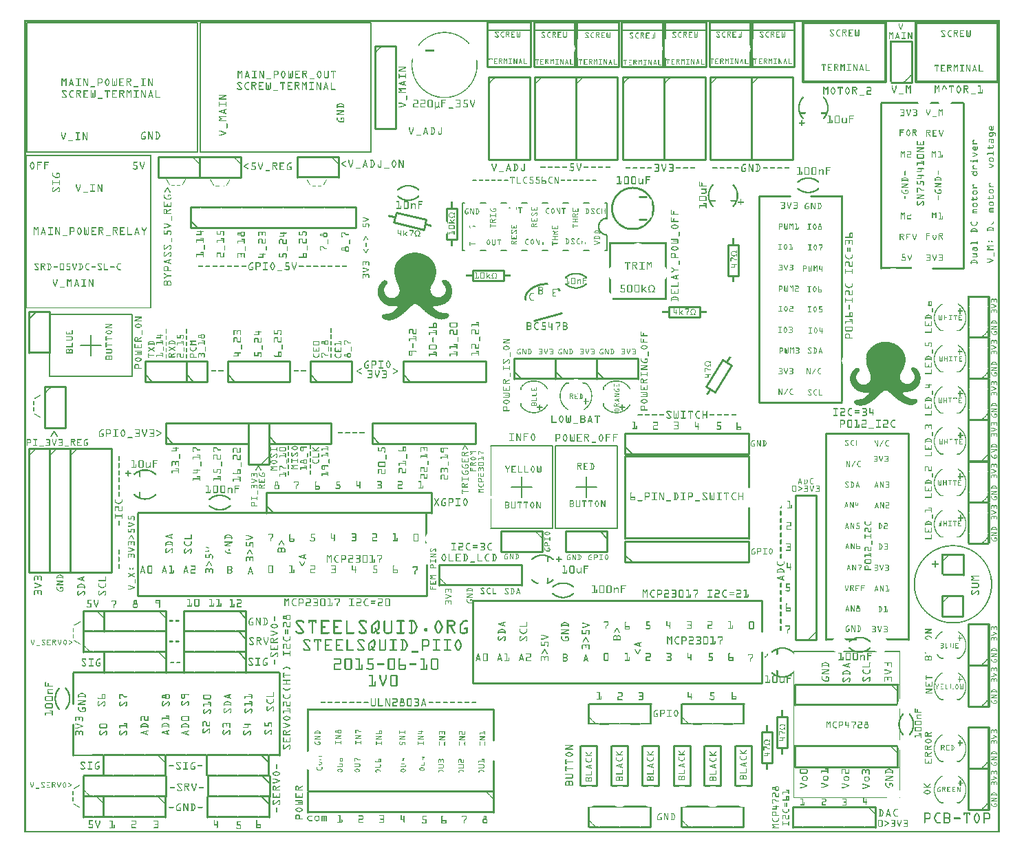
<source format=gto>
G04 MADE WITH FRITZING*
G04 WWW.FRITZING.ORG*
G04 DOUBLE SIDED*
G04 HOLES PLATED*
G04 CONTOUR ON CENTER OF CONTOUR VECTOR*
%ASAXBY*%
%FSLAX23Y23*%
%MOIN*%
%OFA0B0*%
%SFA1.0B1.0*%
%ADD10R,0.413385X0.299460X0.384091X0.270166*%
%ADD11C,0.014648*%
%ADD12R,0.832474X0.635301X0.821070X0.623897*%
%ADD13C,0.005702*%
%ADD14C,0.005000*%
%ADD15C,0.008000*%
%ADD16C,0.010000*%
%ADD17R,0.001000X0.001000*%
%LNSILK1*%
G90*
G70*
G54D11*
X3772Y3924D02*
X4171Y3924D01*
X4171Y3639D01*
X3772Y3639D01*
X3772Y3924D01*
D02*
X4317Y3924D02*
X4715Y3924D01*
X4715Y3640D01*
X4317Y3640D01*
X4317Y3924D01*
D02*
G54D13*
X11Y3927D02*
X838Y3927D01*
X838Y3298D01*
X11Y3298D01*
X11Y3927D01*
D02*
X851Y3927D02*
X1678Y3927D01*
X1678Y3298D01*
X851Y3298D01*
X851Y3927D01*
D02*
G54D14*
X322Y2312D02*
X322Y2412D01*
D02*
X372Y2362D02*
X272Y2362D01*
D02*
X522Y2212D02*
X122Y2212D01*
D02*
X122Y2212D02*
X122Y2512D01*
D02*
X122Y2512D02*
X522Y2512D01*
D02*
X522Y2512D02*
X522Y2212D01*
D02*
X2359Y1675D02*
X2459Y1675D01*
D02*
X2409Y1625D02*
X2409Y1725D01*
D02*
X2259Y1875D02*
X2559Y1875D01*
D02*
X2559Y1875D02*
X2559Y1475D01*
D02*
X2559Y1475D02*
X2259Y1475D01*
D02*
X2672Y1675D02*
X2772Y1675D01*
D02*
X2722Y1625D02*
X2722Y1725D01*
D02*
X2572Y1475D02*
X2572Y1875D01*
D02*
X2572Y1875D02*
X2872Y1875D01*
D02*
X2872Y1875D02*
X2872Y1475D01*
D02*
X2872Y1475D02*
X2572Y1475D01*
G54D15*
D02*
X2122Y2822D02*
X2122Y3052D01*
D02*
X2822Y2822D02*
X2822Y2897D01*
D02*
X2822Y3052D02*
X2822Y2977D01*
D02*
X2822Y2822D02*
X2812Y2822D01*
D02*
X2122Y2822D02*
X2132Y2822D01*
D02*
X2822Y3052D02*
X2812Y3052D01*
D02*
X2122Y3052D02*
X2132Y3052D01*
D02*
X2735Y2822D02*
X2709Y2822D01*
D02*
X2635Y2822D02*
X2609Y2822D01*
D02*
X2535Y2822D02*
X2509Y2822D01*
D02*
X2435Y2822D02*
X2409Y2822D01*
D02*
X2335Y2822D02*
X2309Y2822D01*
D02*
X2235Y2822D02*
X2209Y2822D01*
D02*
X2235Y3052D02*
X2209Y3052D01*
D02*
X2335Y3052D02*
X2309Y3052D01*
D02*
X2435Y3052D02*
X2409Y3052D01*
D02*
X2535Y3052D02*
X2509Y3052D01*
D02*
X2635Y3052D02*
X2609Y3052D01*
D02*
X2735Y3052D02*
X2709Y3052D01*
G54D16*
D02*
X4547Y2737D02*
X4547Y3537D01*
D02*
X4147Y3537D02*
X4147Y2737D01*
D02*
X4547Y2737D02*
X4397Y2737D01*
D02*
X547Y1550D02*
X547Y1150D01*
D02*
X547Y1150D02*
X1947Y1150D01*
D02*
X1947Y1300D02*
X1947Y1150D01*
D02*
X3572Y1125D02*
X2172Y1125D01*
D02*
X2172Y1125D02*
X2172Y725D01*
D02*
X2172Y725D02*
X3572Y725D01*
D02*
X3572Y1125D02*
X3572Y975D01*
D02*
X3572Y875D02*
X3572Y725D01*
D02*
X4283Y937D02*
X4283Y1937D01*
D02*
X4283Y1937D02*
X3883Y1937D01*
D02*
X3883Y1937D02*
X3883Y937D01*
D02*
X3559Y3087D02*
X3559Y2087D01*
D02*
X3559Y2087D02*
X3959Y2087D01*
D02*
X3559Y3087D02*
X3709Y3087D01*
D02*
X3809Y3087D02*
X3959Y3087D01*
D02*
X97Y2162D02*
X97Y1962D01*
D02*
X97Y1962D02*
X197Y1962D01*
D02*
X197Y1962D02*
X197Y2162D01*
D02*
X197Y2162D02*
X97Y2162D01*
D02*
X1184Y1787D02*
X1184Y1987D01*
D02*
X1184Y1987D02*
X1084Y1987D01*
D02*
X1084Y1987D02*
X1084Y1787D01*
D02*
X1084Y1787D02*
X1184Y1787D01*
D02*
X1384Y2187D02*
X1584Y2187D01*
D02*
X1584Y2187D02*
X1584Y2287D01*
D02*
X1584Y2287D02*
X1384Y2287D01*
D02*
X1384Y2287D02*
X1384Y2187D01*
G54D14*
D02*
X1419Y2187D02*
X1384Y2222D01*
G54D16*
D02*
X584Y2187D02*
X784Y2187D01*
D02*
X784Y2187D02*
X784Y2287D01*
D02*
X784Y2287D02*
X584Y2287D01*
D02*
X584Y2287D02*
X584Y2187D01*
G54D14*
D02*
X619Y2187D02*
X584Y2222D01*
G54D16*
D02*
X784Y2187D02*
X884Y2187D01*
D02*
X884Y2187D02*
X884Y2287D01*
D02*
X884Y2287D02*
X784Y2287D01*
D02*
X784Y2287D02*
X784Y2187D01*
G54D14*
D02*
X819Y2187D02*
X784Y2222D01*
G54D16*
D02*
X984Y2187D02*
X1284Y2187D01*
D02*
X1284Y2187D02*
X1284Y2287D01*
D02*
X1284Y2287D02*
X984Y2287D01*
D02*
X984Y2287D02*
X984Y2187D01*
G54D14*
D02*
X1019Y2187D02*
X984Y2222D01*
G54D16*
D02*
X684Y1887D02*
X1084Y1887D01*
D02*
X1084Y1887D02*
X1084Y1987D01*
D02*
X1084Y1987D02*
X684Y1987D01*
D02*
X684Y1987D02*
X684Y1887D01*
G54D14*
D02*
X719Y1887D02*
X684Y1922D01*
G54D16*
D02*
X1184Y1887D02*
X1484Y1887D01*
D02*
X1484Y1887D02*
X1484Y1987D01*
D02*
X1484Y1987D02*
X1184Y1987D01*
D02*
X1184Y1987D02*
X1184Y1887D01*
G54D14*
D02*
X1219Y1887D02*
X1184Y1922D01*
G54D16*
D02*
X1684Y1887D02*
X2184Y1887D01*
D02*
X2184Y1887D02*
X2184Y1987D01*
D02*
X2184Y1987D02*
X1684Y1987D01*
D02*
X1684Y1987D02*
X1684Y1887D01*
G54D14*
D02*
X1719Y1887D02*
X1684Y1922D01*
G54D16*
D02*
X2409Y1200D02*
X2409Y1300D01*
D02*
X2409Y1300D02*
X2009Y1300D01*
D02*
X2009Y1300D02*
X2009Y1200D01*
D02*
X1834Y2187D02*
X2234Y2187D01*
D02*
X2234Y2187D02*
X2234Y2287D01*
D02*
X2234Y2287D02*
X1834Y2287D01*
D02*
X1834Y2287D02*
X1834Y2187D01*
G54D14*
D02*
X1869Y2187D02*
X1834Y2222D01*
G54D16*
D02*
X22Y2525D02*
X22Y2325D01*
D02*
X122Y2325D02*
X122Y2525D01*
D02*
X122Y2525D02*
X22Y2525D01*
G54D14*
D02*
X22Y2490D02*
X57Y2525D01*
G54D16*
D02*
X804Y2931D02*
X1604Y2931D01*
D02*
X1604Y2931D02*
X1604Y3031D01*
D02*
X804Y3031D02*
X804Y2931D01*
G54D14*
D02*
X839Y2931D02*
X804Y2966D01*
G54D16*
D02*
X848Y3276D02*
X648Y3276D01*
D02*
X648Y3276D02*
X648Y3176D01*
D02*
X648Y3176D02*
X848Y3176D01*
D02*
X848Y3176D02*
X848Y3276D01*
D02*
X2247Y3662D02*
X2247Y3262D01*
D02*
X2247Y3262D02*
X2447Y3262D01*
D02*
X2447Y3262D02*
X2447Y3662D01*
D02*
X2447Y3662D02*
X2247Y3662D01*
D02*
X2897Y3662D02*
X2897Y3262D01*
D02*
X2897Y3262D02*
X3097Y3262D01*
D02*
X3097Y3262D02*
X3097Y3662D01*
D02*
X3097Y3662D02*
X2897Y3662D01*
D02*
X3097Y3662D02*
X3097Y3262D01*
D02*
X3097Y3262D02*
X3297Y3262D01*
D02*
X3297Y3262D02*
X3297Y3662D01*
D02*
X3297Y3662D02*
X3097Y3662D01*
D02*
X2472Y3662D02*
X2472Y3262D01*
D02*
X2472Y3262D02*
X2672Y3262D01*
D02*
X2672Y3262D02*
X2672Y3662D01*
D02*
X2672Y3662D02*
X2472Y3662D01*
D02*
X2672Y3662D02*
X2672Y3262D01*
D02*
X2672Y3262D02*
X2872Y3262D01*
D02*
X2872Y3262D02*
X2872Y3662D01*
D02*
X2872Y3662D02*
X2672Y3662D01*
D02*
X3322Y3662D02*
X3322Y3262D01*
D02*
X3322Y3262D02*
X3522Y3262D01*
D02*
X3522Y3262D02*
X3522Y3662D01*
D02*
X3522Y3662D02*
X3322Y3662D01*
D02*
X3522Y3662D02*
X3522Y3262D01*
D02*
X3522Y3262D02*
X3722Y3262D01*
D02*
X3722Y3262D02*
X3722Y3662D01*
D02*
X3722Y3662D02*
X3522Y3662D01*
D02*
X1697Y3812D02*
X1697Y3412D01*
D02*
X1697Y3412D02*
X1797Y3412D01*
D02*
X1797Y3412D02*
X1797Y3812D01*
D02*
X1797Y3812D02*
X1697Y3812D01*
D02*
X1522Y3275D02*
X1322Y3275D01*
D02*
X1322Y3275D02*
X1322Y3175D01*
D02*
X1522Y3175D02*
X1522Y3275D01*
D02*
X1048Y3276D02*
X848Y3276D01*
D02*
X848Y3276D02*
X848Y3176D01*
D02*
X848Y3176D02*
X1048Y3176D01*
D02*
X1048Y3176D02*
X1048Y3276D01*
D02*
X3459Y2850D02*
X3459Y2700D01*
D02*
X3459Y2700D02*
X3409Y2700D01*
D02*
X3409Y2700D02*
X3409Y2850D01*
D02*
X3409Y2850D02*
X3459Y2850D01*
D02*
X3696Y563D02*
X3696Y413D01*
D02*
X3696Y413D02*
X3646Y413D01*
D02*
X3646Y413D02*
X3646Y563D01*
D02*
X3646Y563D02*
X3696Y563D01*
D02*
X3621Y488D02*
X3621Y338D01*
D02*
X3621Y338D02*
X3571Y338D01*
D02*
X3571Y338D02*
X3571Y488D01*
D02*
X3571Y488D02*
X3621Y488D01*
D02*
X3303Y2163D02*
X3381Y2291D01*
D02*
X3381Y2291D02*
X3424Y2265D01*
D02*
X3424Y2265D02*
X3345Y2137D01*
D02*
X3345Y2137D02*
X3303Y2163D01*
D02*
X3121Y2549D02*
X3271Y2549D01*
D02*
X3271Y2549D02*
X3271Y2499D01*
D02*
X3271Y2499D02*
X3121Y2499D01*
D02*
X3121Y2499D02*
X3121Y2549D01*
D02*
X1800Y3006D02*
X1946Y2972D01*
D02*
X1946Y2972D02*
X1935Y2923D01*
D02*
X1935Y2923D02*
X1789Y2958D01*
D02*
X1789Y2958D02*
X1800Y3006D01*
D02*
X2096Y3025D02*
X2096Y2875D01*
D02*
X2096Y2875D02*
X2046Y2875D01*
D02*
X2046Y3025D02*
X2096Y3025D01*
D02*
X2171Y2724D02*
X2321Y2724D01*
D02*
X2321Y2724D02*
X2321Y2674D01*
D02*
X2321Y2674D02*
X2171Y2674D01*
D02*
X2171Y2674D02*
X2171Y2724D01*
D02*
X2909Y1312D02*
X3509Y1312D01*
D02*
X3509Y1312D02*
X3509Y1412D01*
D02*
X3509Y1412D02*
X2909Y1412D01*
D02*
X2909Y1412D02*
X2909Y1312D01*
G54D14*
D02*
X2944Y1312D02*
X2909Y1347D01*
G54D16*
D02*
X2909Y1837D02*
X3509Y1837D01*
D02*
X3509Y1837D02*
X3509Y1937D01*
D02*
X3509Y1937D02*
X2909Y1937D01*
D02*
X2909Y1937D02*
X2909Y1837D01*
G54D14*
D02*
X2944Y1837D02*
X2909Y1872D01*
G54D16*
D02*
X4672Y512D02*
X4572Y512D01*
D02*
X4572Y312D02*
X4672Y312D01*
D02*
X4672Y312D02*
X4572Y312D01*
D02*
X4572Y112D02*
X4672Y112D01*
D02*
X2972Y2200D02*
X2972Y2300D01*
D02*
X2972Y2300D02*
X2772Y2300D01*
D02*
X2772Y2300D02*
X2772Y2200D01*
G54D14*
D02*
X2807Y2200D02*
X2772Y2235D01*
G54D16*
D02*
X2772Y2200D02*
X2772Y2300D01*
D02*
X2772Y2300D02*
X2572Y2300D01*
D02*
X2572Y2300D02*
X2572Y2200D01*
G54D14*
D02*
X2607Y2200D02*
X2572Y2235D01*
G54D16*
D02*
X2572Y2200D02*
X2572Y2300D01*
D02*
X2572Y2300D02*
X2372Y2300D01*
D02*
X2372Y2300D02*
X2372Y2200D01*
G54D14*
D02*
X2407Y2200D02*
X2372Y2235D01*
G54D16*
D02*
X3834Y937D02*
X3834Y1637D01*
D02*
X3834Y1637D02*
X3734Y1637D01*
D02*
X3734Y1637D02*
X3734Y937D01*
D02*
X3734Y937D02*
X3834Y937D01*
D02*
X4672Y812D02*
X4572Y812D01*
D02*
X4572Y612D02*
X4672Y612D01*
D02*
X4672Y1012D02*
X4572Y1012D01*
D02*
X4572Y812D02*
X4672Y812D01*
D02*
X4672Y1800D02*
X4572Y1800D01*
D02*
X4572Y1801D02*
X4672Y1801D01*
D02*
X4672Y2600D02*
X4572Y2600D01*
D02*
X4297Y3637D02*
X4297Y3837D01*
D02*
X4297Y3837D02*
X4197Y3837D01*
D02*
X4197Y3637D02*
X4297Y3637D01*
D02*
X2242Y3712D02*
X2452Y3712D01*
D02*
X2452Y3712D02*
X2452Y3928D01*
D02*
X2452Y3928D02*
X2242Y3928D01*
D02*
X2242Y3928D02*
X2242Y3712D01*
G54D14*
D02*
X2452Y3888D02*
X2242Y3888D01*
G54D16*
D02*
X3092Y3712D02*
X3302Y3712D01*
D02*
X3302Y3712D02*
X3302Y3928D01*
D02*
X3302Y3928D02*
X3092Y3928D01*
G54D14*
D02*
X3302Y3888D02*
X3092Y3888D01*
G54D16*
D02*
X2892Y3712D02*
X3102Y3712D01*
D02*
X3102Y3928D02*
X2892Y3928D01*
D02*
X2892Y3928D02*
X2892Y3712D01*
G54D14*
D02*
X3102Y3888D02*
X2892Y3888D01*
G54D16*
D02*
X2667Y3712D02*
X2877Y3712D01*
D02*
X2877Y3712D02*
X2877Y3928D01*
D02*
X2877Y3928D02*
X2667Y3928D01*
G54D14*
D02*
X2877Y3888D02*
X2667Y3888D01*
G54D16*
D02*
X2467Y3712D02*
X2677Y3712D01*
D02*
X2677Y3928D02*
X2467Y3928D01*
D02*
X2467Y3928D02*
X2467Y3712D01*
G54D14*
D02*
X2677Y3888D02*
X2467Y3888D01*
G54D16*
D02*
X3317Y3712D02*
X3527Y3712D01*
D02*
X3527Y3928D02*
X3317Y3928D01*
D02*
X3317Y3928D02*
X3317Y3712D01*
G54D14*
D02*
X3527Y3888D02*
X3317Y3888D01*
G54D16*
D02*
X3517Y3712D02*
X3727Y3712D01*
D02*
X3727Y3712D02*
X3727Y3928D01*
D02*
X3727Y3928D02*
X3517Y3928D01*
G54D14*
D02*
X3727Y3888D02*
X3517Y3888D01*
G54D16*
D02*
X122Y1862D02*
X122Y1262D01*
D02*
X122Y1262D02*
X222Y1262D01*
D02*
X222Y1262D02*
X222Y1862D01*
D02*
X222Y1862D02*
X122Y1862D01*
D02*
X22Y1862D02*
X22Y1262D01*
D02*
X22Y1262D02*
X122Y1262D01*
D02*
X122Y1262D02*
X122Y1862D01*
D02*
X122Y1862D02*
X22Y1862D01*
D02*
X222Y1862D02*
X222Y1262D01*
D02*
X222Y1262D02*
X422Y1262D01*
D02*
X422Y1262D02*
X422Y1862D01*
D02*
X422Y1862D02*
X222Y1862D01*
D02*
X384Y1075D02*
X284Y1075D01*
D02*
X284Y1075D02*
X284Y975D01*
D02*
X384Y975D02*
X384Y1075D01*
D02*
X1234Y375D02*
X1234Y775D01*
D02*
X234Y375D02*
X234Y525D01*
D02*
X234Y625D02*
X234Y775D01*
G54D14*
D02*
X1149Y375D02*
X1184Y340D01*
G54D16*
D02*
X773Y875D02*
X773Y775D01*
D02*
X1073Y775D02*
X1073Y875D01*
G54D14*
D02*
X1038Y875D02*
X1073Y840D01*
G54D16*
D02*
X384Y875D02*
X384Y775D01*
D02*
X684Y775D02*
X684Y875D01*
D02*
X684Y175D02*
X684Y275D01*
D02*
X284Y275D02*
X284Y175D01*
D02*
X684Y875D02*
X684Y975D01*
D02*
X284Y975D02*
X284Y875D01*
D02*
X884Y175D02*
X884Y75D01*
D02*
X1184Y75D02*
X1184Y175D01*
G54D14*
D02*
X1149Y175D02*
X1184Y140D01*
G54D16*
D02*
X887Y275D02*
X887Y175D01*
D02*
X1187Y175D02*
X1187Y275D01*
G54D14*
D02*
X1152Y275D02*
X1187Y240D01*
G54D16*
D02*
X682Y75D02*
X682Y175D01*
D02*
X773Y975D02*
X773Y875D01*
D02*
X1073Y875D02*
X1073Y975D01*
G54D14*
D02*
X1038Y975D02*
X1073Y940D01*
G54D16*
D02*
X1073Y1075D02*
X773Y1075D01*
D02*
X773Y1075D02*
X773Y975D01*
D02*
X1073Y975D02*
X1073Y1075D01*
G54D14*
D02*
X1038Y1075D02*
X1073Y1040D01*
G54D16*
D02*
X1972Y1550D02*
X1972Y1650D01*
D02*
X1972Y1650D02*
X1172Y1650D01*
D02*
X1172Y1650D02*
X1172Y1550D01*
G54D14*
D02*
X1207Y1550D02*
X1172Y1585D01*
G54D16*
D02*
X684Y1075D02*
X384Y1075D01*
D02*
X384Y1075D02*
X384Y975D01*
D02*
X684Y975D02*
X684Y1075D01*
D02*
X284Y175D02*
X284Y75D01*
D02*
X2603Y2518D02*
X2467Y2483D01*
D02*
X2272Y600D02*
X1372Y600D01*
D02*
X2272Y600D02*
X2272Y450D01*
D02*
X2272Y350D02*
X2272Y200D01*
D02*
X4446Y1150D02*
X4446Y1050D01*
D02*
X4446Y1050D02*
X4546Y1050D01*
D02*
X4546Y1050D02*
X4546Y1150D01*
D02*
X4546Y1150D02*
X4446Y1150D01*
D02*
X4547Y1250D02*
X4547Y1350D01*
D02*
X4547Y1350D02*
X4447Y1350D01*
D02*
X1372Y200D02*
X1372Y100D01*
D02*
X2272Y100D02*
X2272Y200D01*
D02*
X3484Y625D02*
X3184Y625D01*
D02*
X3034Y625D02*
X2734Y625D01*
D02*
X2822Y1462D02*
X2622Y1462D01*
D02*
X2622Y1462D02*
X2622Y1362D01*
D02*
X2622Y1362D02*
X2822Y1362D01*
D02*
X2822Y1362D02*
X2822Y1462D01*
G54D14*
D02*
X2787Y1462D02*
X2822Y1427D01*
G54D16*
D02*
X2509Y1462D02*
X2309Y1462D01*
D02*
X2309Y1462D02*
X2309Y1362D01*
D02*
X2309Y1362D02*
X2509Y1362D01*
D02*
X2509Y1362D02*
X2509Y1462D01*
D02*
X3509Y1825D02*
X2909Y1825D01*
D02*
X2909Y1825D02*
X2909Y1425D01*
D02*
X3509Y1825D02*
X3509Y1675D01*
D02*
X3509Y1575D02*
X3509Y1425D01*
D02*
X4122Y125D02*
X3722Y125D01*
D02*
X3722Y125D02*
X3722Y25D01*
D02*
X4122Y25D02*
X4122Y125D01*
D02*
X3730Y420D02*
X3730Y320D01*
D02*
X3730Y320D02*
X4230Y320D01*
D02*
X4230Y720D02*
X3730Y720D01*
D02*
X3730Y720D02*
X3730Y620D01*
G54D15*
X2534Y1340D02*
X2534Y1315D01*
D02*
X2534Y1210D02*
X2534Y1235D01*
D02*
G54D17*
X0Y3937D02*
X4723Y3937D01*
X0Y3936D02*
X4723Y3936D01*
X0Y3935D02*
X4723Y3935D01*
X0Y3934D02*
X4723Y3934D01*
X0Y3933D02*
X4723Y3933D01*
X0Y3932D02*
X4723Y3932D01*
X0Y3931D02*
X4723Y3931D01*
X0Y3930D02*
X4723Y3930D01*
X0Y3929D02*
X7Y3929D01*
X4716Y3929D02*
X4723Y3929D01*
X0Y3928D02*
X7Y3928D01*
X2662Y3928D02*
X2670Y3928D01*
X2672Y3928D02*
X2680Y3928D01*
X3087Y3928D02*
X3095Y3928D01*
X3097Y3928D02*
X3105Y3928D01*
X3512Y3928D02*
X3520Y3928D01*
X3522Y3928D02*
X3530Y3928D01*
X4716Y3928D02*
X4723Y3928D01*
X0Y3927D02*
X7Y3927D01*
X2662Y3927D02*
X2681Y3927D01*
X3087Y3927D02*
X3106Y3927D01*
X3512Y3927D02*
X3531Y3927D01*
X4716Y3927D02*
X4723Y3927D01*
X0Y3926D02*
X7Y3926D01*
X2662Y3926D02*
X2681Y3926D01*
X3087Y3926D02*
X3106Y3926D01*
X3512Y3926D02*
X3531Y3926D01*
X4716Y3926D02*
X4723Y3926D01*
X0Y3925D02*
X7Y3925D01*
X2662Y3925D02*
X2681Y3925D01*
X3087Y3925D02*
X3106Y3925D01*
X3512Y3925D02*
X3531Y3925D01*
X4716Y3925D02*
X4723Y3925D01*
X0Y3924D02*
X7Y3924D01*
X2662Y3924D02*
X2681Y3924D01*
X3087Y3924D02*
X3106Y3924D01*
X3512Y3924D02*
X3531Y3924D01*
X4716Y3924D02*
X4723Y3924D01*
X0Y3923D02*
X7Y3923D01*
X2662Y3923D02*
X2681Y3923D01*
X3087Y3923D02*
X3106Y3923D01*
X3512Y3923D02*
X3531Y3923D01*
X4716Y3923D02*
X4723Y3923D01*
X0Y3922D02*
X7Y3922D01*
X2662Y3922D02*
X2681Y3922D01*
X3087Y3922D02*
X3106Y3922D01*
X3512Y3922D02*
X3531Y3922D01*
X4235Y3922D02*
X4237Y3922D01*
X4252Y3922D02*
X4254Y3922D01*
X4716Y3922D02*
X4723Y3922D01*
X0Y3921D02*
X7Y3921D01*
X2662Y3921D02*
X2681Y3921D01*
X3087Y3921D02*
X3106Y3921D01*
X3512Y3921D02*
X3531Y3921D01*
X4234Y3921D02*
X4238Y3921D01*
X4251Y3921D02*
X4254Y3921D01*
X4716Y3921D02*
X4723Y3921D01*
X0Y3920D02*
X7Y3920D01*
X2662Y3920D02*
X2681Y3920D01*
X3087Y3920D02*
X3106Y3920D01*
X3512Y3920D02*
X3531Y3920D01*
X4234Y3920D02*
X4238Y3920D01*
X4251Y3920D02*
X4255Y3920D01*
X4716Y3920D02*
X4723Y3920D01*
X0Y3919D02*
X7Y3919D01*
X2662Y3919D02*
X2681Y3919D01*
X3087Y3919D02*
X3106Y3919D01*
X3512Y3919D02*
X3531Y3919D01*
X4234Y3919D02*
X4238Y3919D01*
X4251Y3919D02*
X4255Y3919D01*
X4716Y3919D02*
X4723Y3919D01*
X0Y3918D02*
X7Y3918D01*
X2662Y3918D02*
X2681Y3918D01*
X3087Y3918D02*
X3106Y3918D01*
X3512Y3918D02*
X3531Y3918D01*
X4234Y3918D02*
X4238Y3918D01*
X4251Y3918D02*
X4255Y3918D01*
X4716Y3918D02*
X4723Y3918D01*
X0Y3917D02*
X7Y3917D01*
X2662Y3917D02*
X2681Y3917D01*
X3087Y3917D02*
X3106Y3917D01*
X3512Y3917D02*
X3531Y3917D01*
X4234Y3917D02*
X4238Y3917D01*
X4251Y3917D02*
X4255Y3917D01*
X4716Y3917D02*
X4723Y3917D01*
X0Y3916D02*
X7Y3916D01*
X2662Y3916D02*
X2681Y3916D01*
X3087Y3916D02*
X3106Y3916D01*
X3512Y3916D02*
X3531Y3916D01*
X4234Y3916D02*
X4238Y3916D01*
X4251Y3916D02*
X4255Y3916D01*
X4716Y3916D02*
X4723Y3916D01*
X0Y3915D02*
X7Y3915D01*
X2662Y3915D02*
X2681Y3915D01*
X3087Y3915D02*
X3106Y3915D01*
X3512Y3915D02*
X3531Y3915D01*
X4234Y3915D02*
X4238Y3915D01*
X4251Y3915D02*
X4255Y3915D01*
X4716Y3915D02*
X4723Y3915D01*
X0Y3914D02*
X7Y3914D01*
X2662Y3914D02*
X2681Y3914D01*
X3087Y3914D02*
X3106Y3914D01*
X3512Y3914D02*
X3531Y3914D01*
X4234Y3914D02*
X4238Y3914D01*
X4251Y3914D02*
X4255Y3914D01*
X4716Y3914D02*
X4723Y3914D01*
X0Y3913D02*
X7Y3913D01*
X2662Y3913D02*
X2681Y3913D01*
X3087Y3913D02*
X3106Y3913D01*
X3512Y3913D02*
X3531Y3913D01*
X4234Y3913D02*
X4238Y3913D01*
X4251Y3913D02*
X4254Y3913D01*
X4716Y3913D02*
X4723Y3913D01*
X0Y3912D02*
X7Y3912D01*
X2662Y3912D02*
X2681Y3912D01*
X3087Y3912D02*
X3106Y3912D01*
X3512Y3912D02*
X3531Y3912D01*
X4235Y3912D02*
X4238Y3912D01*
X4251Y3912D02*
X4254Y3912D01*
X4716Y3912D02*
X4723Y3912D01*
X0Y3911D02*
X7Y3911D01*
X2662Y3911D02*
X2681Y3911D01*
X3087Y3911D02*
X3106Y3911D01*
X3512Y3911D02*
X3531Y3911D01*
X4235Y3911D02*
X4239Y3911D01*
X4250Y3911D02*
X4254Y3911D01*
X4716Y3911D02*
X4723Y3911D01*
X0Y3910D02*
X7Y3910D01*
X2662Y3910D02*
X2681Y3910D01*
X3087Y3910D02*
X3106Y3910D01*
X3512Y3910D02*
X3531Y3910D01*
X4236Y3910D02*
X4239Y3910D01*
X4250Y3910D02*
X4253Y3910D01*
X4716Y3910D02*
X4723Y3910D01*
X0Y3909D02*
X7Y3909D01*
X2662Y3909D02*
X2681Y3909D01*
X3087Y3909D02*
X3106Y3909D01*
X3512Y3909D02*
X3531Y3909D01*
X4236Y3909D02*
X4240Y3909D01*
X4249Y3909D02*
X4253Y3909D01*
X4716Y3909D02*
X4723Y3909D01*
X0Y3908D02*
X7Y3908D01*
X2662Y3908D02*
X2681Y3908D01*
X3087Y3908D02*
X3106Y3908D01*
X3512Y3908D02*
X3531Y3908D01*
X4236Y3908D02*
X4240Y3908D01*
X4249Y3908D02*
X4253Y3908D01*
X4716Y3908D02*
X4723Y3908D01*
X0Y3907D02*
X7Y3907D01*
X2662Y3907D02*
X2681Y3907D01*
X3087Y3907D02*
X3106Y3907D01*
X3512Y3907D02*
X3531Y3907D01*
X4237Y3907D02*
X4240Y3907D01*
X4249Y3907D02*
X4252Y3907D01*
X4716Y3907D02*
X4723Y3907D01*
X0Y3906D02*
X7Y3906D01*
X2662Y3906D02*
X2681Y3906D01*
X3087Y3906D02*
X3106Y3906D01*
X3512Y3906D02*
X3531Y3906D01*
X4237Y3906D02*
X4241Y3906D01*
X4248Y3906D02*
X4252Y3906D01*
X4716Y3906D02*
X4723Y3906D01*
X0Y3905D02*
X7Y3905D01*
X2662Y3905D02*
X2681Y3905D01*
X3087Y3905D02*
X3106Y3905D01*
X3512Y3905D02*
X3531Y3905D01*
X4238Y3905D02*
X4241Y3905D01*
X4248Y3905D02*
X4251Y3905D01*
X4716Y3905D02*
X4723Y3905D01*
X0Y3904D02*
X7Y3904D01*
X2662Y3904D02*
X2681Y3904D01*
X3087Y3904D02*
X3106Y3904D01*
X3512Y3904D02*
X3531Y3904D01*
X4238Y3904D02*
X4242Y3904D01*
X4247Y3904D02*
X4251Y3904D01*
X4716Y3904D02*
X4723Y3904D01*
X0Y3903D02*
X7Y3903D01*
X2662Y3903D02*
X2681Y3903D01*
X3087Y3903D02*
X3106Y3903D01*
X3512Y3903D02*
X3531Y3903D01*
X4238Y3903D02*
X4242Y3903D01*
X4247Y3903D02*
X4251Y3903D01*
X4716Y3903D02*
X4723Y3903D01*
X0Y3902D02*
X7Y3902D01*
X2662Y3902D02*
X2681Y3902D01*
X3087Y3902D02*
X3106Y3902D01*
X3512Y3902D02*
X3531Y3902D01*
X4239Y3902D02*
X4242Y3902D01*
X4247Y3902D02*
X4250Y3902D01*
X4716Y3902D02*
X4723Y3902D01*
X0Y3901D02*
X7Y3901D01*
X2662Y3901D02*
X2681Y3901D01*
X3087Y3901D02*
X3106Y3901D01*
X3512Y3901D02*
X3531Y3901D01*
X4239Y3901D02*
X4243Y3901D01*
X4246Y3901D02*
X4250Y3901D01*
X4716Y3901D02*
X4723Y3901D01*
X0Y3900D02*
X7Y3900D01*
X2662Y3900D02*
X2681Y3900D01*
X3087Y3900D02*
X3106Y3900D01*
X3512Y3900D02*
X3531Y3900D01*
X4239Y3900D02*
X4243Y3900D01*
X4246Y3900D02*
X4249Y3900D01*
X4716Y3900D02*
X4723Y3900D01*
X0Y3899D02*
X7Y3899D01*
X2662Y3899D02*
X2681Y3899D01*
X3087Y3899D02*
X3106Y3899D01*
X3512Y3899D02*
X3531Y3899D01*
X4240Y3899D02*
X4249Y3899D01*
X4716Y3899D02*
X4723Y3899D01*
X0Y3898D02*
X7Y3898D01*
X2662Y3898D02*
X2681Y3898D01*
X3087Y3898D02*
X3106Y3898D01*
X3512Y3898D02*
X3531Y3898D01*
X4240Y3898D02*
X4249Y3898D01*
X4716Y3898D02*
X4723Y3898D01*
X0Y3897D02*
X7Y3897D01*
X2662Y3897D02*
X2681Y3897D01*
X3087Y3897D02*
X3106Y3897D01*
X3512Y3897D02*
X3531Y3897D01*
X4241Y3897D02*
X4248Y3897D01*
X4716Y3897D02*
X4723Y3897D01*
X0Y3896D02*
X7Y3896D01*
X2662Y3896D02*
X2681Y3896D01*
X3087Y3896D02*
X3106Y3896D01*
X3512Y3896D02*
X3531Y3896D01*
X4241Y3896D02*
X4248Y3896D01*
X4716Y3896D02*
X4723Y3896D01*
X0Y3895D02*
X7Y3895D01*
X2662Y3895D02*
X2681Y3895D01*
X3087Y3895D02*
X3106Y3895D01*
X3512Y3895D02*
X3531Y3895D01*
X4241Y3895D02*
X4247Y3895D01*
X4716Y3895D02*
X4723Y3895D01*
X0Y3894D02*
X7Y3894D01*
X2662Y3894D02*
X2681Y3894D01*
X3087Y3894D02*
X3106Y3894D01*
X3512Y3894D02*
X3531Y3894D01*
X4242Y3894D02*
X4247Y3894D01*
X4716Y3894D02*
X4723Y3894D01*
X0Y3893D02*
X7Y3893D01*
X2662Y3893D02*
X2681Y3893D01*
X3087Y3893D02*
X3106Y3893D01*
X3512Y3893D02*
X3531Y3893D01*
X4242Y3893D02*
X4247Y3893D01*
X4716Y3893D02*
X4723Y3893D01*
X0Y3892D02*
X7Y3892D01*
X2662Y3892D02*
X2681Y3892D01*
X3087Y3892D02*
X3106Y3892D01*
X3512Y3892D02*
X3531Y3892D01*
X3904Y3892D02*
X3918Y3892D01*
X3940Y3892D02*
X3951Y3892D01*
X3962Y3892D02*
X3978Y3892D01*
X3993Y3892D02*
X4012Y3892D01*
X4024Y3892D02*
X4026Y3892D01*
X4041Y3892D02*
X4042Y3892D01*
X4243Y3892D02*
X4246Y3892D01*
X4716Y3892D02*
X4723Y3892D01*
X0Y3891D02*
X7Y3891D01*
X2662Y3891D02*
X2681Y3891D01*
X3087Y3891D02*
X3106Y3891D01*
X3512Y3891D02*
X3531Y3891D01*
X3902Y3891D02*
X3919Y3891D01*
X3938Y3891D02*
X3952Y3891D01*
X3962Y3891D02*
X3980Y3891D01*
X3993Y3891D02*
X4013Y3891D01*
X4023Y3891D02*
X4026Y3891D01*
X4040Y3891D02*
X4043Y3891D01*
X4243Y3891D02*
X4246Y3891D01*
X4716Y3891D02*
X4723Y3891D01*
X0Y3890D02*
X7Y3890D01*
X2662Y3890D02*
X2681Y3890D01*
X3087Y3890D02*
X3106Y3890D01*
X3512Y3890D02*
X3531Y3890D01*
X3902Y3890D02*
X3920Y3890D01*
X3937Y3890D02*
X3952Y3890D01*
X3962Y3890D02*
X3981Y3890D01*
X3993Y3890D02*
X4013Y3890D01*
X4023Y3890D02*
X4026Y3890D01*
X4040Y3890D02*
X4043Y3890D01*
X4244Y3890D02*
X4245Y3890D01*
X4716Y3890D02*
X4723Y3890D01*
X0Y3889D02*
X7Y3889D01*
X2662Y3889D02*
X2681Y3889D01*
X3087Y3889D02*
X3106Y3889D01*
X3512Y3889D02*
X3531Y3889D01*
X3901Y3889D02*
X3921Y3889D01*
X3937Y3889D02*
X3951Y3889D01*
X3962Y3889D02*
X3981Y3889D01*
X3993Y3889D02*
X4012Y3889D01*
X4023Y3889D02*
X4026Y3889D01*
X4040Y3889D02*
X4043Y3889D01*
X4716Y3889D02*
X4723Y3889D01*
X0Y3888D02*
X7Y3888D01*
X2662Y3888D02*
X2681Y3888D01*
X3087Y3888D02*
X3106Y3888D01*
X3512Y3888D02*
X3531Y3888D01*
X3901Y3888D02*
X3905Y3888D01*
X3917Y3888D02*
X3921Y3888D01*
X3936Y3888D02*
X3941Y3888D01*
X3962Y3888D02*
X3966Y3888D01*
X3978Y3888D02*
X3982Y3888D01*
X3993Y3888D02*
X3996Y3888D01*
X4023Y3888D02*
X4026Y3888D01*
X4040Y3888D02*
X4043Y3888D01*
X4443Y3888D02*
X4458Y3888D01*
X4479Y3888D02*
X4491Y3888D01*
X4501Y3888D02*
X4518Y3888D01*
X4532Y3888D02*
X4552Y3888D01*
X4563Y3888D02*
X4565Y3888D01*
X4580Y3888D02*
X4582Y3888D01*
X4716Y3888D02*
X4723Y3888D01*
X0Y3887D02*
X7Y3887D01*
X2662Y3887D02*
X2681Y3887D01*
X3087Y3887D02*
X3106Y3887D01*
X3512Y3887D02*
X3531Y3887D01*
X3901Y3887D02*
X3905Y3887D01*
X3918Y3887D02*
X3921Y3887D01*
X3936Y3887D02*
X3940Y3887D01*
X3962Y3887D02*
X3965Y3887D01*
X3979Y3887D02*
X3982Y3887D01*
X3993Y3887D02*
X3996Y3887D01*
X4023Y3887D02*
X4026Y3887D01*
X4040Y3887D02*
X4043Y3887D01*
X4441Y3887D02*
X4459Y3887D01*
X4477Y3887D02*
X4491Y3887D01*
X4501Y3887D02*
X4520Y3887D01*
X4532Y3887D02*
X4552Y3887D01*
X4563Y3887D02*
X4566Y3887D01*
X4579Y3887D02*
X4583Y3887D01*
X4716Y3887D02*
X4723Y3887D01*
X0Y3886D02*
X7Y3886D01*
X2662Y3886D02*
X2681Y3886D01*
X3087Y3886D02*
X3106Y3886D01*
X3512Y3886D02*
X3531Y3886D01*
X3901Y3886D02*
X3905Y3886D01*
X3918Y3886D02*
X3921Y3886D01*
X3935Y3886D02*
X3939Y3886D01*
X3962Y3886D02*
X3965Y3886D01*
X3979Y3886D02*
X3982Y3886D01*
X3993Y3886D02*
X3996Y3886D01*
X4023Y3886D02*
X4026Y3886D01*
X4040Y3886D02*
X4043Y3886D01*
X4441Y3886D02*
X4460Y3886D01*
X4477Y3886D02*
X4491Y3886D01*
X4501Y3886D02*
X4520Y3886D01*
X4532Y3886D02*
X4552Y3886D01*
X4563Y3886D02*
X4566Y3886D01*
X4579Y3886D02*
X4583Y3886D01*
X4716Y3886D02*
X4723Y3886D01*
X0Y3885D02*
X7Y3885D01*
X2662Y3885D02*
X2681Y3885D01*
X3087Y3885D02*
X3106Y3885D01*
X3512Y3885D02*
X3531Y3885D01*
X3902Y3885D02*
X3906Y3885D01*
X3919Y3885D02*
X3920Y3885D01*
X3935Y3885D02*
X3939Y3885D01*
X3962Y3885D02*
X3965Y3885D01*
X3979Y3885D02*
X3982Y3885D01*
X3993Y3885D02*
X3996Y3885D01*
X4023Y3885D02*
X4026Y3885D01*
X4040Y3885D02*
X4043Y3885D01*
X4441Y3885D02*
X4460Y3885D01*
X4476Y3885D02*
X4490Y3885D01*
X4501Y3885D02*
X4521Y3885D01*
X4532Y3885D02*
X4551Y3885D01*
X4563Y3885D02*
X4566Y3885D01*
X4579Y3885D02*
X4583Y3885D01*
X4716Y3885D02*
X4723Y3885D01*
X0Y3884D02*
X7Y3884D01*
X2662Y3884D02*
X2681Y3884D01*
X3087Y3884D02*
X3106Y3884D01*
X3512Y3884D02*
X3531Y3884D01*
X3903Y3884D02*
X3907Y3884D01*
X3934Y3884D02*
X3938Y3884D01*
X3962Y3884D02*
X3965Y3884D01*
X3979Y3884D02*
X3982Y3884D01*
X3993Y3884D02*
X3996Y3884D01*
X4023Y3884D02*
X4026Y3884D01*
X4040Y3884D02*
X4043Y3884D01*
X4440Y3884D02*
X4444Y3884D01*
X4457Y3884D02*
X4460Y3884D01*
X4476Y3884D02*
X4480Y3884D01*
X4501Y3884D02*
X4505Y3884D01*
X4518Y3884D02*
X4521Y3884D01*
X4532Y3884D02*
X4535Y3884D01*
X4563Y3884D02*
X4566Y3884D01*
X4579Y3884D02*
X4583Y3884D01*
X4716Y3884D02*
X4723Y3884D01*
X0Y3883D02*
X7Y3883D01*
X2662Y3883D02*
X2681Y3883D01*
X3087Y3883D02*
X3106Y3883D01*
X3512Y3883D02*
X3531Y3883D01*
X3903Y3883D02*
X3908Y3883D01*
X3934Y3883D02*
X3938Y3883D01*
X3962Y3883D02*
X3965Y3883D01*
X3979Y3883D02*
X3982Y3883D01*
X3993Y3883D02*
X3996Y3883D01*
X4023Y3883D02*
X4026Y3883D01*
X4040Y3883D02*
X4043Y3883D01*
X4441Y3883D02*
X4444Y3883D01*
X4457Y3883D02*
X4460Y3883D01*
X4475Y3883D02*
X4479Y3883D01*
X4501Y3883D02*
X4505Y3883D01*
X4518Y3883D02*
X4522Y3883D01*
X4532Y3883D02*
X4535Y3883D01*
X4563Y3883D02*
X4566Y3883D01*
X4579Y3883D02*
X4583Y3883D01*
X4716Y3883D02*
X4723Y3883D01*
X0Y3882D02*
X7Y3882D01*
X2282Y3882D02*
X2294Y3882D01*
X2314Y3882D02*
X2322Y3882D01*
X2332Y3882D02*
X2345Y3882D01*
X2358Y3882D02*
X2374Y3882D01*
X2385Y3882D02*
X2386Y3882D01*
X2400Y3882D02*
X2401Y3882D01*
X2662Y3882D02*
X2681Y3882D01*
X3087Y3882D02*
X3106Y3882D01*
X3512Y3882D02*
X3531Y3882D01*
X3566Y3882D02*
X3576Y3882D01*
X3598Y3882D02*
X3605Y3882D01*
X3615Y3882D02*
X3627Y3882D01*
X3642Y3882D02*
X3657Y3882D01*
X3669Y3882D02*
X3669Y3882D01*
X3683Y3882D02*
X3683Y3882D01*
X3904Y3882D02*
X3909Y3882D01*
X3933Y3882D02*
X3937Y3882D01*
X3962Y3882D02*
X3965Y3882D01*
X3978Y3882D02*
X3982Y3882D01*
X3993Y3882D02*
X3996Y3882D01*
X4023Y3882D02*
X4026Y3882D01*
X4040Y3882D02*
X4043Y3882D01*
X4441Y3882D02*
X4445Y3882D01*
X4458Y3882D02*
X4460Y3882D01*
X4475Y3882D02*
X4478Y3882D01*
X4501Y3882D02*
X4505Y3882D01*
X4518Y3882D02*
X4522Y3882D01*
X4532Y3882D02*
X4535Y3882D01*
X4563Y3882D02*
X4566Y3882D01*
X4579Y3882D02*
X4583Y3882D01*
X4716Y3882D02*
X4723Y3882D01*
X0Y3881D02*
X7Y3881D01*
X2281Y3881D02*
X2295Y3881D01*
X2312Y3881D02*
X2323Y3881D01*
X2332Y3881D02*
X2347Y3881D01*
X2358Y3881D02*
X2375Y3881D01*
X2385Y3881D02*
X2387Y3881D01*
X2399Y3881D02*
X2401Y3881D01*
X2662Y3881D02*
X2681Y3881D01*
X3087Y3881D02*
X3106Y3881D01*
X3354Y3881D02*
X3367Y3881D01*
X3385Y3881D02*
X3395Y3881D01*
X3404Y3881D02*
X3418Y3881D01*
X3430Y3881D02*
X3447Y3881D01*
X3457Y3881D02*
X3459Y3881D01*
X3471Y3881D02*
X3473Y3881D01*
X3512Y3881D02*
X3531Y3881D01*
X3564Y3881D02*
X3578Y3881D01*
X3595Y3881D02*
X3606Y3881D01*
X3615Y3881D02*
X3630Y3881D01*
X3641Y3881D02*
X3658Y3881D01*
X3668Y3881D02*
X3670Y3881D01*
X3682Y3881D02*
X3684Y3881D01*
X3905Y3881D02*
X3909Y3881D01*
X3933Y3881D02*
X3937Y3881D01*
X3962Y3881D02*
X3981Y3881D01*
X3993Y3881D02*
X3996Y3881D01*
X4023Y3881D02*
X4026Y3881D01*
X4032Y3881D02*
X4034Y3881D01*
X4040Y3881D02*
X4043Y3881D01*
X4442Y3881D02*
X4446Y3881D01*
X4474Y3881D02*
X4478Y3881D01*
X4501Y3881D02*
X4505Y3881D01*
X4518Y3881D02*
X4522Y3881D01*
X4532Y3881D02*
X4535Y3881D01*
X4563Y3881D02*
X4566Y3881D01*
X4579Y3881D02*
X4583Y3881D01*
X4716Y3881D02*
X4723Y3881D01*
X0Y3880D02*
X7Y3880D01*
X2024Y3880D02*
X2045Y3880D01*
X2280Y3880D02*
X2296Y3880D01*
X2311Y3880D02*
X2323Y3880D01*
X2332Y3880D02*
X2348Y3880D01*
X2358Y3880D02*
X2375Y3880D01*
X2384Y3880D02*
X2387Y3880D01*
X2399Y3880D02*
X2402Y3880D01*
X2507Y3880D02*
X2519Y3880D01*
X2538Y3880D02*
X2548Y3880D01*
X2557Y3880D02*
X2571Y3880D01*
X2583Y3880D02*
X2600Y3880D01*
X2610Y3880D02*
X2612Y3880D01*
X2624Y3880D02*
X2626Y3880D01*
X2662Y3880D02*
X2681Y3880D01*
X3087Y3880D02*
X3106Y3880D01*
X3141Y3880D02*
X3154Y3880D01*
X3172Y3880D02*
X3182Y3880D01*
X3191Y3880D02*
X3206Y3880D01*
X3218Y3880D02*
X3234Y3880D01*
X3244Y3880D02*
X3246Y3880D01*
X3259Y3880D02*
X3260Y3880D01*
X3353Y3880D02*
X3368Y3880D01*
X3384Y3880D02*
X3395Y3880D01*
X3404Y3880D02*
X3420Y3880D01*
X3430Y3880D02*
X3447Y3880D01*
X3457Y3880D02*
X3459Y3880D01*
X3471Y3880D02*
X3474Y3880D01*
X3512Y3880D02*
X3531Y3880D01*
X3563Y3880D02*
X3579Y3880D01*
X3594Y3880D02*
X3606Y3880D01*
X3615Y3880D02*
X3631Y3880D01*
X3641Y3880D02*
X3658Y3880D01*
X3667Y3880D02*
X3670Y3880D01*
X3682Y3880D02*
X3685Y3880D01*
X3906Y3880D02*
X3910Y3880D01*
X3932Y3880D02*
X3936Y3880D01*
X3962Y3880D02*
X3981Y3880D01*
X3993Y3880D02*
X3996Y3880D01*
X4023Y3880D02*
X4026Y3880D01*
X4032Y3880D02*
X4035Y3880D01*
X4040Y3880D02*
X4043Y3880D01*
X4442Y3880D02*
X4447Y3880D01*
X4474Y3880D02*
X4477Y3880D01*
X4501Y3880D02*
X4505Y3880D01*
X4518Y3880D02*
X4522Y3880D01*
X4532Y3880D02*
X4535Y3880D01*
X4563Y3880D02*
X4566Y3880D01*
X4579Y3880D02*
X4583Y3880D01*
X4716Y3880D02*
X4723Y3880D01*
X0Y3879D02*
X7Y3879D01*
X2014Y3879D02*
X2055Y3879D01*
X2280Y3879D02*
X2297Y3879D01*
X2310Y3879D02*
X2322Y3879D01*
X2332Y3879D02*
X2349Y3879D01*
X2358Y3879D02*
X2374Y3879D01*
X2384Y3879D02*
X2387Y3879D01*
X2399Y3879D02*
X2402Y3879D01*
X2506Y3879D02*
X2520Y3879D01*
X2536Y3879D02*
X2548Y3879D01*
X2557Y3879D02*
X2572Y3879D01*
X2583Y3879D02*
X2600Y3879D01*
X2609Y3879D02*
X2612Y3879D01*
X2624Y3879D02*
X2626Y3879D01*
X2662Y3879D02*
X2681Y3879D01*
X3087Y3879D02*
X3106Y3879D01*
X3140Y3879D02*
X3155Y3879D01*
X3171Y3879D02*
X3182Y3879D01*
X3191Y3879D02*
X3207Y3879D01*
X3218Y3879D02*
X3235Y3879D01*
X3244Y3879D02*
X3246Y3879D01*
X3258Y3879D02*
X3261Y3879D01*
X3352Y3879D02*
X3368Y3879D01*
X3383Y3879D02*
X3395Y3879D01*
X3404Y3879D02*
X3420Y3879D01*
X3430Y3879D02*
X3447Y3879D01*
X3457Y3879D02*
X3459Y3879D01*
X3471Y3879D02*
X3474Y3879D01*
X3512Y3879D02*
X3531Y3879D01*
X3563Y3879D02*
X3579Y3879D01*
X3593Y3879D02*
X3605Y3879D01*
X3615Y3879D02*
X3632Y3879D01*
X3641Y3879D02*
X3658Y3879D01*
X3667Y3879D02*
X3670Y3879D01*
X3682Y3879D02*
X3685Y3879D01*
X3906Y3879D02*
X3911Y3879D01*
X3932Y3879D02*
X3936Y3879D01*
X3962Y3879D02*
X3980Y3879D01*
X3993Y3879D02*
X3996Y3879D01*
X4023Y3879D02*
X4026Y3879D01*
X4031Y3879D02*
X4035Y3879D01*
X4040Y3879D02*
X4043Y3879D01*
X4188Y3879D02*
X4193Y3879D01*
X4204Y3879D02*
X4208Y3879D01*
X4228Y3879D02*
X4229Y3879D01*
X4250Y3879D02*
X4268Y3879D01*
X4280Y3879D02*
X4284Y3879D01*
X4297Y3879D02*
X4299Y3879D01*
X4443Y3879D02*
X4448Y3879D01*
X4473Y3879D02*
X4477Y3879D01*
X4501Y3879D02*
X4505Y3879D01*
X4518Y3879D02*
X4521Y3879D01*
X4532Y3879D02*
X4535Y3879D01*
X4563Y3879D02*
X4566Y3879D01*
X4579Y3879D02*
X4583Y3879D01*
X4716Y3879D02*
X4723Y3879D01*
X0Y3878D02*
X7Y3878D01*
X2007Y3878D02*
X2061Y3878D01*
X2280Y3878D02*
X2283Y3878D01*
X2294Y3878D02*
X2297Y3878D01*
X2310Y3878D02*
X2313Y3878D01*
X2332Y3878D02*
X2335Y3878D01*
X2346Y3878D02*
X2349Y3878D01*
X2358Y3878D02*
X2361Y3878D01*
X2384Y3878D02*
X2387Y3878D01*
X2399Y3878D02*
X2402Y3878D01*
X2505Y3878D02*
X2521Y3878D01*
X2536Y3878D02*
X2548Y3878D01*
X2557Y3878D02*
X2573Y3878D01*
X2583Y3878D02*
X2600Y3878D01*
X2609Y3878D02*
X2612Y3878D01*
X2624Y3878D02*
X2627Y3878D01*
X2662Y3878D02*
X2681Y3878D01*
X2717Y3878D02*
X2731Y3878D01*
X2748Y3878D02*
X2759Y3878D01*
X2768Y3878D02*
X2783Y3878D01*
X2794Y3878D02*
X2811Y3878D01*
X2821Y3878D02*
X2823Y3878D01*
X2835Y3878D02*
X2837Y3878D01*
X3087Y3878D02*
X3106Y3878D01*
X3139Y3878D02*
X3156Y3878D01*
X3170Y3878D02*
X3182Y3878D01*
X3191Y3878D02*
X3208Y3878D01*
X3218Y3878D02*
X3234Y3878D01*
X3244Y3878D02*
X3246Y3878D01*
X3258Y3878D02*
X3261Y3878D01*
X3352Y3878D02*
X3355Y3878D01*
X3365Y3878D02*
X3369Y3878D01*
X3382Y3878D02*
X3386Y3878D01*
X3404Y3878D02*
X3407Y3878D01*
X3417Y3878D02*
X3421Y3878D01*
X3430Y3878D02*
X3433Y3878D01*
X3457Y3878D02*
X3459Y3878D01*
X3471Y3878D02*
X3474Y3878D01*
X3512Y3878D02*
X3531Y3878D01*
X3563Y3878D02*
X3566Y3878D01*
X3577Y3878D02*
X3580Y3878D01*
X3593Y3878D02*
X3596Y3878D01*
X3615Y3878D02*
X3618Y3878D01*
X3629Y3878D02*
X3632Y3878D01*
X3641Y3878D02*
X3644Y3878D01*
X3667Y3878D02*
X3670Y3878D01*
X3682Y3878D02*
X3685Y3878D01*
X3907Y3878D02*
X3912Y3878D01*
X3932Y3878D02*
X3935Y3878D01*
X3962Y3878D02*
X3978Y3878D01*
X3993Y3878D02*
X4003Y3878D01*
X4023Y3878D02*
X4026Y3878D01*
X4031Y3878D02*
X4035Y3878D01*
X4040Y3878D02*
X4043Y3878D01*
X4188Y3878D02*
X4193Y3878D01*
X4203Y3878D02*
X4208Y3878D01*
X4227Y3878D02*
X4230Y3878D01*
X4249Y3878D02*
X4269Y3878D01*
X4280Y3878D02*
X4285Y3878D01*
X4297Y3878D02*
X4300Y3878D01*
X4444Y3878D02*
X4448Y3878D01*
X4473Y3878D02*
X4476Y3878D01*
X4501Y3878D02*
X4521Y3878D01*
X4532Y3878D02*
X4535Y3878D01*
X4563Y3878D02*
X4566Y3878D01*
X4573Y3878D02*
X4573Y3878D01*
X4579Y3878D02*
X4583Y3878D01*
X4716Y3878D02*
X4723Y3878D01*
X0Y3877D02*
X7Y3877D01*
X2002Y3877D02*
X2067Y3877D01*
X2280Y3877D02*
X2283Y3877D01*
X2294Y3877D02*
X2297Y3877D01*
X2309Y3877D02*
X2313Y3877D01*
X2332Y3877D02*
X2335Y3877D01*
X2346Y3877D02*
X2349Y3877D01*
X2358Y3877D02*
X2361Y3877D01*
X2384Y3877D02*
X2387Y3877D01*
X2399Y3877D02*
X2402Y3877D01*
X2505Y3877D02*
X2522Y3877D01*
X2535Y3877D02*
X2546Y3877D01*
X2557Y3877D02*
X2574Y3877D01*
X2583Y3877D02*
X2598Y3877D01*
X2609Y3877D02*
X2612Y3877D01*
X2624Y3877D02*
X2627Y3877D01*
X2662Y3877D02*
X2681Y3877D01*
X2717Y3877D02*
X2732Y3877D01*
X2747Y3877D02*
X2759Y3877D01*
X2768Y3877D02*
X2784Y3877D01*
X2794Y3877D02*
X2811Y3877D01*
X2821Y3877D02*
X2823Y3877D01*
X2835Y3877D02*
X2838Y3877D01*
X2935Y3877D02*
X2946Y3877D01*
X2966Y3877D02*
X2974Y3877D01*
X2984Y3877D02*
X2998Y3877D01*
X3011Y3877D02*
X3027Y3877D01*
X3037Y3877D02*
X3038Y3877D01*
X3052Y3877D02*
X3053Y3877D01*
X3087Y3877D02*
X3106Y3877D01*
X3139Y3877D02*
X3156Y3877D01*
X3170Y3877D02*
X3180Y3877D01*
X3191Y3877D02*
X3208Y3877D01*
X3218Y3877D02*
X3233Y3877D01*
X3244Y3877D02*
X3246Y3877D01*
X3258Y3877D02*
X3261Y3877D01*
X3352Y3877D02*
X3355Y3877D01*
X3366Y3877D02*
X3369Y3877D01*
X3382Y3877D02*
X3385Y3877D01*
X3404Y3877D02*
X3407Y3877D01*
X3418Y3877D02*
X3421Y3877D01*
X3430Y3877D02*
X3433Y3877D01*
X3457Y3877D02*
X3459Y3877D01*
X3471Y3877D02*
X3474Y3877D01*
X3512Y3877D02*
X3531Y3877D01*
X3563Y3877D02*
X3566Y3877D01*
X3577Y3877D02*
X3580Y3877D01*
X3592Y3877D02*
X3596Y3877D01*
X3615Y3877D02*
X3618Y3877D01*
X3629Y3877D02*
X3632Y3877D01*
X3641Y3877D02*
X3644Y3877D01*
X3667Y3877D02*
X3670Y3877D01*
X3682Y3877D02*
X3685Y3877D01*
X3908Y3877D02*
X3912Y3877D01*
X3932Y3877D02*
X3935Y3877D01*
X3962Y3877D02*
X3965Y3877D01*
X3969Y3877D02*
X3974Y3877D01*
X3993Y3877D02*
X4004Y3877D01*
X4023Y3877D02*
X4026Y3877D01*
X4031Y3877D02*
X4035Y3877D01*
X4040Y3877D02*
X4043Y3877D01*
X4188Y3877D02*
X4194Y3877D01*
X4202Y3877D02*
X4208Y3877D01*
X4227Y3877D02*
X4230Y3877D01*
X4249Y3877D02*
X4269Y3877D01*
X4280Y3877D02*
X4285Y3877D01*
X4296Y3877D02*
X4300Y3877D01*
X4445Y3877D02*
X4449Y3877D01*
X4472Y3877D02*
X4476Y3877D01*
X4501Y3877D02*
X4521Y3877D01*
X4532Y3877D02*
X4535Y3877D01*
X4563Y3877D02*
X4566Y3877D01*
X4571Y3877D02*
X4574Y3877D01*
X4579Y3877D02*
X4583Y3877D01*
X4716Y3877D02*
X4723Y3877D01*
X0Y3876D02*
X7Y3876D01*
X1998Y3876D02*
X2071Y3876D01*
X2280Y3876D02*
X2284Y3876D01*
X2295Y3876D02*
X2296Y3876D01*
X2309Y3876D02*
X2312Y3876D01*
X2332Y3876D02*
X2335Y3876D01*
X2347Y3876D02*
X2349Y3876D01*
X2358Y3876D02*
X2361Y3876D01*
X2384Y3876D02*
X2387Y3876D01*
X2399Y3876D02*
X2402Y3876D01*
X2505Y3876D02*
X2508Y3876D01*
X2519Y3876D02*
X2522Y3876D01*
X2535Y3876D02*
X2538Y3876D01*
X2557Y3876D02*
X2560Y3876D01*
X2571Y3876D02*
X2574Y3876D01*
X2583Y3876D02*
X2586Y3876D01*
X2609Y3876D02*
X2612Y3876D01*
X2624Y3876D02*
X2627Y3876D01*
X2662Y3876D02*
X2681Y3876D01*
X2716Y3876D02*
X2732Y3876D01*
X2747Y3876D02*
X2759Y3876D01*
X2768Y3876D02*
X2785Y3876D01*
X2794Y3876D02*
X2811Y3876D01*
X2820Y3876D02*
X2823Y3876D01*
X2835Y3876D02*
X2838Y3876D01*
X2933Y3876D02*
X2947Y3876D01*
X2964Y3876D02*
X2975Y3876D01*
X2984Y3876D02*
X2999Y3876D01*
X3010Y3876D02*
X3027Y3876D01*
X3037Y3876D02*
X3039Y3876D01*
X3051Y3876D02*
X3054Y3876D01*
X3087Y3876D02*
X3106Y3876D01*
X3139Y3876D02*
X3142Y3876D01*
X3153Y3876D02*
X3156Y3876D01*
X3169Y3876D02*
X3172Y3876D01*
X3191Y3876D02*
X3194Y3876D01*
X3206Y3876D02*
X3208Y3876D01*
X3218Y3876D02*
X3220Y3876D01*
X3244Y3876D02*
X3246Y3876D01*
X3258Y3876D02*
X3261Y3876D01*
X3352Y3876D02*
X3356Y3876D01*
X3367Y3876D02*
X3369Y3876D01*
X3381Y3876D02*
X3384Y3876D01*
X3404Y3876D02*
X3407Y3876D01*
X3419Y3876D02*
X3421Y3876D01*
X3430Y3876D02*
X3433Y3876D01*
X3457Y3876D02*
X3459Y3876D01*
X3471Y3876D02*
X3474Y3876D01*
X3512Y3876D02*
X3531Y3876D01*
X3563Y3876D02*
X3567Y3876D01*
X3578Y3876D02*
X3579Y3876D01*
X3592Y3876D02*
X3595Y3876D01*
X3615Y3876D02*
X3618Y3876D01*
X3630Y3876D02*
X3632Y3876D01*
X3641Y3876D02*
X3644Y3876D01*
X3667Y3876D02*
X3670Y3876D01*
X3682Y3876D02*
X3685Y3876D01*
X3909Y3876D02*
X3913Y3876D01*
X3932Y3876D02*
X3935Y3876D01*
X3962Y3876D02*
X3965Y3876D01*
X3970Y3876D02*
X3974Y3876D01*
X3993Y3876D02*
X4004Y3876D01*
X4023Y3876D02*
X4026Y3876D01*
X4031Y3876D02*
X4035Y3876D01*
X4040Y3876D02*
X4043Y3876D01*
X4188Y3876D02*
X4195Y3876D01*
X4201Y3876D02*
X4208Y3876D01*
X4226Y3876D02*
X4231Y3876D01*
X4250Y3876D02*
X4269Y3876D01*
X4280Y3876D02*
X4286Y3876D01*
X4296Y3876D02*
X4300Y3876D01*
X4445Y3876D02*
X4450Y3876D01*
X4472Y3876D02*
X4475Y3876D01*
X4501Y3876D02*
X4520Y3876D01*
X4532Y3876D02*
X4535Y3876D01*
X4563Y3876D02*
X4566Y3876D01*
X4571Y3876D02*
X4574Y3876D01*
X4579Y3876D02*
X4583Y3876D01*
X4716Y3876D02*
X4723Y3876D01*
X0Y3875D02*
X7Y3875D01*
X1994Y3875D02*
X2028Y3875D01*
X2041Y3875D02*
X2075Y3875D01*
X2281Y3875D02*
X2285Y3875D01*
X2308Y3875D02*
X2311Y3875D01*
X2332Y3875D02*
X2335Y3875D01*
X2347Y3875D02*
X2349Y3875D01*
X2358Y3875D02*
X2361Y3875D01*
X2384Y3875D02*
X2387Y3875D01*
X2399Y3875D02*
X2402Y3875D01*
X2505Y3875D02*
X2509Y3875D01*
X2519Y3875D02*
X2522Y3875D01*
X2534Y3875D02*
X2537Y3875D01*
X2557Y3875D02*
X2560Y3875D01*
X2571Y3875D02*
X2574Y3875D01*
X2583Y3875D02*
X2586Y3875D01*
X2609Y3875D02*
X2612Y3875D01*
X2624Y3875D02*
X2627Y3875D01*
X2662Y3875D02*
X2681Y3875D01*
X2716Y3875D02*
X2719Y3875D01*
X2730Y3875D02*
X2733Y3875D01*
X2746Y3875D02*
X2750Y3875D01*
X2768Y3875D02*
X2771Y3875D01*
X2782Y3875D02*
X2785Y3875D01*
X2794Y3875D02*
X2797Y3875D01*
X2820Y3875D02*
X2823Y3875D01*
X2835Y3875D02*
X2838Y3875D01*
X2932Y3875D02*
X2948Y3875D01*
X2963Y3875D02*
X2975Y3875D01*
X2984Y3875D02*
X3000Y3875D01*
X3010Y3875D02*
X3027Y3875D01*
X3037Y3875D02*
X3039Y3875D01*
X3051Y3875D02*
X3054Y3875D01*
X3087Y3875D02*
X3106Y3875D01*
X3139Y3875D02*
X3143Y3875D01*
X3154Y3875D02*
X3156Y3875D01*
X3169Y3875D02*
X3172Y3875D01*
X3191Y3875D02*
X3194Y3875D01*
X3206Y3875D02*
X3209Y3875D01*
X3218Y3875D02*
X3220Y3875D01*
X3244Y3875D02*
X3246Y3875D01*
X3258Y3875D02*
X3261Y3875D01*
X3353Y3875D02*
X3357Y3875D01*
X3381Y3875D02*
X3384Y3875D01*
X3404Y3875D02*
X3407Y3875D01*
X3419Y3875D02*
X3421Y3875D01*
X3430Y3875D02*
X3433Y3875D01*
X3457Y3875D02*
X3459Y3875D01*
X3471Y3875D02*
X3474Y3875D01*
X3512Y3875D02*
X3531Y3875D01*
X3564Y3875D02*
X3568Y3875D01*
X3591Y3875D02*
X3595Y3875D01*
X3615Y3875D02*
X3618Y3875D01*
X3630Y3875D02*
X3632Y3875D01*
X3641Y3875D02*
X3644Y3875D01*
X3667Y3875D02*
X3670Y3875D01*
X3682Y3875D02*
X3685Y3875D01*
X3910Y3875D02*
X3914Y3875D01*
X3932Y3875D02*
X3935Y3875D01*
X3962Y3875D02*
X3965Y3875D01*
X3971Y3875D02*
X3975Y3875D01*
X3993Y3875D02*
X4004Y3875D01*
X4023Y3875D02*
X4026Y3875D01*
X4031Y3875D02*
X4035Y3875D01*
X4040Y3875D02*
X4043Y3875D01*
X4188Y3875D02*
X4195Y3875D01*
X4201Y3875D02*
X4208Y3875D01*
X4226Y3875D02*
X4231Y3875D01*
X4257Y3875D02*
X4261Y3875D01*
X4280Y3875D02*
X4286Y3875D01*
X4296Y3875D02*
X4300Y3875D01*
X4446Y3875D02*
X4451Y3875D01*
X4471Y3875D02*
X4475Y3875D01*
X4501Y3875D02*
X4519Y3875D01*
X4532Y3875D02*
X4535Y3875D01*
X4563Y3875D02*
X4566Y3875D01*
X4571Y3875D02*
X4574Y3875D01*
X4579Y3875D02*
X4583Y3875D01*
X4716Y3875D02*
X4723Y3875D01*
X0Y3874D02*
X7Y3874D01*
X1990Y3874D02*
X2015Y3874D01*
X2054Y3874D02*
X2078Y3874D01*
X2282Y3874D02*
X2286Y3874D01*
X2308Y3874D02*
X2311Y3874D01*
X2332Y3874D02*
X2335Y3874D01*
X2346Y3874D02*
X2349Y3874D01*
X2358Y3874D02*
X2361Y3874D01*
X2384Y3874D02*
X2387Y3874D01*
X2399Y3874D02*
X2402Y3874D01*
X2506Y3874D02*
X2509Y3874D01*
X2534Y3874D02*
X2537Y3874D01*
X2557Y3874D02*
X2560Y3874D01*
X2572Y3874D02*
X2574Y3874D01*
X2583Y3874D02*
X2586Y3874D01*
X2609Y3874D02*
X2612Y3874D01*
X2624Y3874D02*
X2627Y3874D01*
X2662Y3874D02*
X2681Y3874D01*
X2716Y3874D02*
X2719Y3874D01*
X2730Y3874D02*
X2733Y3874D01*
X2746Y3874D02*
X2749Y3874D01*
X2768Y3874D02*
X2771Y3874D01*
X2782Y3874D02*
X2785Y3874D01*
X2794Y3874D02*
X2797Y3874D01*
X2820Y3874D02*
X2823Y3874D01*
X2835Y3874D02*
X2838Y3874D01*
X2932Y3874D02*
X2949Y3874D01*
X2962Y3874D02*
X2974Y3874D01*
X2984Y3874D02*
X3001Y3874D01*
X3010Y3874D02*
X3027Y3874D01*
X3037Y3874D02*
X3039Y3874D01*
X3051Y3874D02*
X3054Y3874D01*
X3087Y3874D02*
X3106Y3874D01*
X3140Y3874D02*
X3144Y3874D01*
X3155Y3874D02*
X3155Y3874D01*
X3168Y3874D02*
X3171Y3874D01*
X3191Y3874D02*
X3194Y3874D01*
X3206Y3874D02*
X3209Y3874D01*
X3218Y3874D02*
X3220Y3874D01*
X3244Y3874D02*
X3246Y3874D01*
X3258Y3874D02*
X3261Y3874D01*
X3354Y3874D02*
X3357Y3874D01*
X3380Y3874D02*
X3383Y3874D01*
X3404Y3874D02*
X3407Y3874D01*
X3419Y3874D02*
X3421Y3874D01*
X3430Y3874D02*
X3433Y3874D01*
X3457Y3874D02*
X3459Y3874D01*
X3471Y3874D02*
X3474Y3874D01*
X3512Y3874D02*
X3531Y3874D01*
X3565Y3874D02*
X3568Y3874D01*
X3591Y3874D02*
X3594Y3874D01*
X3615Y3874D02*
X3618Y3874D01*
X3629Y3874D02*
X3632Y3874D01*
X3641Y3874D02*
X3644Y3874D01*
X3667Y3874D02*
X3670Y3874D01*
X3682Y3874D02*
X3685Y3874D01*
X3910Y3874D02*
X3915Y3874D01*
X3932Y3874D02*
X3935Y3874D01*
X3962Y3874D02*
X3965Y3874D01*
X3971Y3874D02*
X3975Y3874D01*
X3993Y3874D02*
X4003Y3874D01*
X4023Y3874D02*
X4026Y3874D01*
X4031Y3874D02*
X4035Y3874D01*
X4040Y3874D02*
X4043Y3874D01*
X4188Y3874D02*
X4196Y3874D01*
X4200Y3874D02*
X4208Y3874D01*
X4226Y3874D02*
X4231Y3874D01*
X4257Y3874D02*
X4261Y3874D01*
X4280Y3874D02*
X4287Y3874D01*
X4296Y3874D02*
X4300Y3874D01*
X4447Y3874D02*
X4451Y3874D01*
X4471Y3874D02*
X4474Y3874D01*
X4501Y3874D02*
X4517Y3874D01*
X4532Y3874D02*
X4543Y3874D01*
X4563Y3874D02*
X4566Y3874D01*
X4571Y3874D02*
X4574Y3874D01*
X4579Y3874D02*
X4583Y3874D01*
X4716Y3874D02*
X4723Y3874D01*
X0Y3873D02*
X7Y3873D01*
X1987Y3873D02*
X2008Y3873D01*
X2061Y3873D02*
X2082Y3873D01*
X2283Y3873D02*
X2286Y3873D01*
X2307Y3873D02*
X2310Y3873D01*
X2332Y3873D02*
X2349Y3873D01*
X2358Y3873D02*
X2361Y3873D01*
X2384Y3873D02*
X2387Y3873D01*
X2393Y3873D02*
X2393Y3873D01*
X2399Y3873D02*
X2402Y3873D01*
X2506Y3873D02*
X2510Y3873D01*
X2533Y3873D02*
X2536Y3873D01*
X2557Y3873D02*
X2560Y3873D01*
X2571Y3873D02*
X2574Y3873D01*
X2583Y3873D02*
X2586Y3873D01*
X2609Y3873D02*
X2612Y3873D01*
X2624Y3873D02*
X2627Y3873D01*
X2662Y3873D02*
X2681Y3873D01*
X2716Y3873D02*
X2720Y3873D01*
X2731Y3873D02*
X2733Y3873D01*
X2745Y3873D02*
X2748Y3873D01*
X2768Y3873D02*
X2771Y3873D01*
X2783Y3873D02*
X2785Y3873D01*
X2794Y3873D02*
X2797Y3873D01*
X2820Y3873D02*
X2823Y3873D01*
X2835Y3873D02*
X2838Y3873D01*
X2932Y3873D02*
X2935Y3873D01*
X2946Y3873D02*
X2949Y3873D01*
X2962Y3873D02*
X2965Y3873D01*
X2984Y3873D02*
X2987Y3873D01*
X2998Y3873D02*
X3001Y3873D01*
X3010Y3873D02*
X3013Y3873D01*
X3037Y3873D02*
X3039Y3873D01*
X3051Y3873D02*
X3054Y3873D01*
X3087Y3873D02*
X3106Y3873D01*
X3141Y3873D02*
X3144Y3873D01*
X3168Y3873D02*
X3171Y3873D01*
X3191Y3873D02*
X3194Y3873D01*
X3206Y3873D02*
X3209Y3873D01*
X3218Y3873D02*
X3220Y3873D01*
X3244Y3873D02*
X3246Y3873D01*
X3258Y3873D02*
X3261Y3873D01*
X3354Y3873D02*
X3358Y3873D01*
X3380Y3873D02*
X3383Y3873D01*
X3404Y3873D02*
X3407Y3873D01*
X3418Y3873D02*
X3421Y3873D01*
X3430Y3873D02*
X3433Y3873D01*
X3457Y3873D02*
X3459Y3873D01*
X3471Y3873D02*
X3474Y3873D01*
X3512Y3873D02*
X3531Y3873D01*
X3566Y3873D02*
X3569Y3873D01*
X3590Y3873D02*
X3594Y3873D01*
X3615Y3873D02*
X3618Y3873D01*
X3628Y3873D02*
X3632Y3873D01*
X3641Y3873D02*
X3644Y3873D01*
X3667Y3873D02*
X3670Y3873D01*
X3682Y3873D02*
X3685Y3873D01*
X3911Y3873D02*
X3916Y3873D01*
X3932Y3873D02*
X3936Y3873D01*
X3962Y3873D02*
X3965Y3873D01*
X3972Y3873D02*
X3976Y3873D01*
X3993Y3873D02*
X3996Y3873D01*
X4023Y3873D02*
X4026Y3873D01*
X4031Y3873D02*
X4035Y3873D01*
X4040Y3873D02*
X4043Y3873D01*
X4188Y3873D02*
X4197Y3873D01*
X4199Y3873D02*
X4208Y3873D01*
X4226Y3873D02*
X4232Y3873D01*
X4257Y3873D02*
X4261Y3873D01*
X4280Y3873D02*
X4287Y3873D01*
X4296Y3873D02*
X4300Y3873D01*
X4448Y3873D02*
X4452Y3873D01*
X4471Y3873D02*
X4474Y3873D01*
X4501Y3873D02*
X4505Y3873D01*
X4509Y3873D02*
X4513Y3873D01*
X4532Y3873D02*
X4544Y3873D01*
X4563Y3873D02*
X4566Y3873D01*
X4571Y3873D02*
X4574Y3873D01*
X4579Y3873D02*
X4583Y3873D01*
X4716Y3873D02*
X4723Y3873D01*
X0Y3872D02*
X7Y3872D01*
X1984Y3872D02*
X2002Y3872D01*
X2066Y3872D02*
X2085Y3872D01*
X2283Y3872D02*
X2287Y3872D01*
X2307Y3872D02*
X2310Y3872D01*
X2332Y3872D02*
X2348Y3872D01*
X2358Y3872D02*
X2361Y3872D01*
X2384Y3872D02*
X2387Y3872D01*
X2392Y3872D02*
X2394Y3872D01*
X2399Y3872D02*
X2402Y3872D01*
X2507Y3872D02*
X2511Y3872D01*
X2533Y3872D02*
X2536Y3872D01*
X2557Y3872D02*
X2560Y3872D01*
X2571Y3872D02*
X2574Y3872D01*
X2583Y3872D02*
X2586Y3872D01*
X2609Y3872D02*
X2612Y3872D01*
X2624Y3872D02*
X2627Y3872D01*
X2662Y3872D02*
X2681Y3872D01*
X2717Y3872D02*
X2721Y3872D01*
X2745Y3872D02*
X2748Y3872D01*
X2768Y3872D02*
X2771Y3872D01*
X2783Y3872D02*
X2785Y3872D01*
X2794Y3872D02*
X2797Y3872D01*
X2820Y3872D02*
X2823Y3872D01*
X2835Y3872D02*
X2838Y3872D01*
X2932Y3872D02*
X2935Y3872D01*
X2946Y3872D02*
X2949Y3872D01*
X2961Y3872D02*
X2965Y3872D01*
X2984Y3872D02*
X2987Y3872D01*
X2999Y3872D02*
X3001Y3872D01*
X3010Y3872D02*
X3013Y3872D01*
X3037Y3872D02*
X3039Y3872D01*
X3051Y3872D02*
X3054Y3872D01*
X3087Y3872D02*
X3106Y3872D01*
X3142Y3872D02*
X3145Y3872D01*
X3167Y3872D02*
X3170Y3872D01*
X3191Y3872D02*
X3194Y3872D01*
X3205Y3872D02*
X3208Y3872D01*
X3218Y3872D02*
X3220Y3872D01*
X3244Y3872D02*
X3246Y3872D01*
X3258Y3872D02*
X3261Y3872D01*
X3355Y3872D02*
X3359Y3872D01*
X3379Y3872D02*
X3382Y3872D01*
X3404Y3872D02*
X3421Y3872D01*
X3430Y3872D02*
X3433Y3872D01*
X3457Y3872D02*
X3459Y3872D01*
X3464Y3872D02*
X3466Y3872D01*
X3471Y3872D02*
X3474Y3872D01*
X3512Y3872D02*
X3531Y3872D01*
X3566Y3872D02*
X3570Y3872D01*
X3590Y3872D02*
X3593Y3872D01*
X3615Y3872D02*
X3631Y3872D01*
X3641Y3872D02*
X3644Y3872D01*
X3667Y3872D02*
X3670Y3872D01*
X3675Y3872D02*
X3677Y3872D01*
X3682Y3872D02*
X3685Y3872D01*
X3912Y3872D02*
X3916Y3872D01*
X3932Y3872D02*
X3936Y3872D01*
X3962Y3872D02*
X3965Y3872D01*
X3972Y3872D02*
X3976Y3872D01*
X3993Y3872D02*
X3996Y3872D01*
X4023Y3872D02*
X4026Y3872D01*
X4031Y3872D02*
X4035Y3872D01*
X4040Y3872D02*
X4043Y3872D01*
X4188Y3872D02*
X4191Y3872D01*
X4193Y3872D02*
X4203Y3872D01*
X4205Y3872D02*
X4208Y3872D01*
X4225Y3872D02*
X4232Y3872D01*
X4257Y3872D02*
X4261Y3872D01*
X4280Y3872D02*
X4287Y3872D01*
X4296Y3872D02*
X4300Y3872D01*
X4448Y3872D02*
X4453Y3872D01*
X4471Y3872D02*
X4474Y3872D01*
X4501Y3872D02*
X4505Y3872D01*
X4510Y3872D02*
X4514Y3872D01*
X4532Y3872D02*
X4544Y3872D01*
X4563Y3872D02*
X4566Y3872D01*
X4571Y3872D02*
X4574Y3872D01*
X4579Y3872D02*
X4583Y3872D01*
X4716Y3872D02*
X4723Y3872D01*
X0Y3871D02*
X7Y3871D01*
X1981Y3871D02*
X1998Y3871D01*
X2071Y3871D02*
X2088Y3871D01*
X2284Y3871D02*
X2288Y3871D01*
X2306Y3871D02*
X2309Y3871D01*
X2332Y3871D02*
X2347Y3871D01*
X2358Y3871D02*
X2361Y3871D01*
X2384Y3871D02*
X2387Y3871D01*
X2392Y3871D02*
X2394Y3871D01*
X2399Y3871D02*
X2402Y3871D01*
X2508Y3871D02*
X2512Y3871D01*
X2532Y3871D02*
X2535Y3871D01*
X2557Y3871D02*
X2574Y3871D01*
X2583Y3871D02*
X2586Y3871D01*
X2609Y3871D02*
X2612Y3871D01*
X2617Y3871D02*
X2618Y3871D01*
X2624Y3871D02*
X2627Y3871D01*
X2662Y3871D02*
X2681Y3871D01*
X2718Y3871D02*
X2721Y3871D01*
X2744Y3871D02*
X2747Y3871D01*
X2768Y3871D02*
X2771Y3871D01*
X2782Y3871D02*
X2785Y3871D01*
X2794Y3871D02*
X2797Y3871D01*
X2820Y3871D02*
X2823Y3871D01*
X2835Y3871D02*
X2838Y3871D01*
X2933Y3871D02*
X2936Y3871D01*
X2947Y3871D02*
X2948Y3871D01*
X2961Y3871D02*
X2964Y3871D01*
X2984Y3871D02*
X2987Y3871D01*
X2999Y3871D02*
X3001Y3871D01*
X3010Y3871D02*
X3013Y3871D01*
X3037Y3871D02*
X3039Y3871D01*
X3051Y3871D02*
X3054Y3871D01*
X3087Y3871D02*
X3106Y3871D01*
X3142Y3871D02*
X3146Y3871D01*
X3167Y3871D02*
X3170Y3871D01*
X3191Y3871D02*
X3208Y3871D01*
X3218Y3871D02*
X3220Y3871D01*
X3244Y3871D02*
X3246Y3871D01*
X3252Y3871D02*
X3253Y3871D01*
X3258Y3871D02*
X3261Y3871D01*
X3356Y3871D02*
X3360Y3871D01*
X3379Y3871D02*
X3382Y3871D01*
X3404Y3871D02*
X3420Y3871D01*
X3430Y3871D02*
X3433Y3871D01*
X3457Y3871D02*
X3459Y3871D01*
X3464Y3871D02*
X3466Y3871D01*
X3471Y3871D02*
X3474Y3871D01*
X3512Y3871D02*
X3531Y3871D01*
X3567Y3871D02*
X3571Y3871D01*
X3590Y3871D02*
X3593Y3871D01*
X3615Y3871D02*
X3631Y3871D01*
X3641Y3871D02*
X3644Y3871D01*
X3667Y3871D02*
X3670Y3871D01*
X3675Y3871D02*
X3677Y3871D01*
X3682Y3871D02*
X3685Y3871D01*
X3913Y3871D02*
X3917Y3871D01*
X3933Y3871D02*
X3937Y3871D01*
X3962Y3871D02*
X3965Y3871D01*
X3973Y3871D02*
X3977Y3871D01*
X3993Y3871D02*
X3996Y3871D01*
X4023Y3871D02*
X4026Y3871D01*
X4031Y3871D02*
X4035Y3871D01*
X4040Y3871D02*
X4043Y3871D01*
X4188Y3871D02*
X4191Y3871D01*
X4194Y3871D02*
X4202Y3871D01*
X4205Y3871D02*
X4208Y3871D01*
X4225Y3871D02*
X4232Y3871D01*
X4257Y3871D02*
X4261Y3871D01*
X4280Y3871D02*
X4288Y3871D01*
X4296Y3871D02*
X4300Y3871D01*
X4449Y3871D02*
X4454Y3871D01*
X4471Y3871D02*
X4474Y3871D01*
X4501Y3871D02*
X4505Y3871D01*
X4510Y3871D02*
X4514Y3871D01*
X4532Y3871D02*
X4543Y3871D01*
X4563Y3871D02*
X4566Y3871D01*
X4571Y3871D02*
X4574Y3871D01*
X4579Y3871D02*
X4583Y3871D01*
X4716Y3871D02*
X4723Y3871D01*
X0Y3870D02*
X7Y3870D01*
X1978Y3870D02*
X1994Y3870D01*
X2075Y3870D02*
X2090Y3870D01*
X2285Y3870D02*
X2289Y3870D01*
X2306Y3870D02*
X2309Y3870D01*
X2332Y3870D02*
X2346Y3870D01*
X2358Y3870D02*
X2366Y3870D01*
X2384Y3870D02*
X2387Y3870D01*
X2392Y3870D02*
X2394Y3870D01*
X2399Y3870D02*
X2402Y3870D01*
X2509Y3870D02*
X2512Y3870D01*
X2532Y3870D02*
X2535Y3870D01*
X2557Y3870D02*
X2573Y3870D01*
X2583Y3870D02*
X2586Y3870D01*
X2609Y3870D02*
X2612Y3870D01*
X2617Y3870D02*
X2619Y3870D01*
X2624Y3870D02*
X2627Y3870D01*
X2662Y3870D02*
X2681Y3870D01*
X2718Y3870D02*
X2722Y3870D01*
X2744Y3870D02*
X2747Y3870D01*
X2768Y3870D02*
X2771Y3870D01*
X2782Y3870D02*
X2785Y3870D01*
X2794Y3870D02*
X2797Y3870D01*
X2820Y3870D02*
X2823Y3870D01*
X2835Y3870D02*
X2838Y3870D01*
X2933Y3870D02*
X2937Y3870D01*
X2961Y3870D02*
X2964Y3870D01*
X2984Y3870D02*
X2987Y3870D01*
X2999Y3870D02*
X3001Y3870D01*
X3010Y3870D02*
X3013Y3870D01*
X3037Y3870D02*
X3039Y3870D01*
X3051Y3870D02*
X3054Y3870D01*
X3087Y3870D02*
X3106Y3870D01*
X3143Y3870D02*
X3147Y3870D01*
X3166Y3870D02*
X3169Y3870D01*
X3191Y3870D02*
X3207Y3870D01*
X3218Y3870D02*
X3220Y3870D01*
X3244Y3870D02*
X3246Y3870D01*
X3251Y3870D02*
X3254Y3870D01*
X3258Y3870D02*
X3261Y3870D01*
X3357Y3870D02*
X3360Y3870D01*
X3378Y3870D02*
X3381Y3870D01*
X3404Y3870D02*
X3419Y3870D01*
X3430Y3870D02*
X3433Y3870D01*
X3457Y3870D02*
X3459Y3870D01*
X3464Y3870D02*
X3466Y3870D01*
X3471Y3870D02*
X3474Y3870D01*
X3512Y3870D02*
X3531Y3870D01*
X3568Y3870D02*
X3572Y3870D01*
X3589Y3870D02*
X3592Y3870D01*
X3615Y3870D02*
X3629Y3870D01*
X3641Y3870D02*
X3644Y3870D01*
X3667Y3870D02*
X3670Y3870D01*
X3675Y3870D02*
X3677Y3870D01*
X3682Y3870D02*
X3685Y3870D01*
X3913Y3870D02*
X3918Y3870D01*
X3933Y3870D02*
X3937Y3870D01*
X3962Y3870D02*
X3965Y3870D01*
X3974Y3870D02*
X3978Y3870D01*
X3993Y3870D02*
X3996Y3870D01*
X4023Y3870D02*
X4026Y3870D01*
X4031Y3870D02*
X4035Y3870D01*
X4040Y3870D02*
X4043Y3870D01*
X4188Y3870D02*
X4191Y3870D01*
X4195Y3870D02*
X4201Y3870D01*
X4205Y3870D02*
X4208Y3870D01*
X4225Y3870D02*
X4232Y3870D01*
X4257Y3870D02*
X4261Y3870D01*
X4280Y3870D02*
X4283Y3870D01*
X4285Y3870D02*
X4288Y3870D01*
X4296Y3870D02*
X4300Y3870D01*
X4450Y3870D02*
X4455Y3870D01*
X4471Y3870D02*
X4475Y3870D01*
X4501Y3870D02*
X4505Y3870D01*
X4511Y3870D02*
X4515Y3870D01*
X4532Y3870D02*
X4535Y3870D01*
X4563Y3870D02*
X4566Y3870D01*
X4571Y3870D02*
X4574Y3870D01*
X4579Y3870D02*
X4583Y3870D01*
X4716Y3870D02*
X4723Y3870D01*
X0Y3869D02*
X7Y3869D01*
X1976Y3869D02*
X1990Y3869D01*
X2078Y3869D02*
X2093Y3869D01*
X2286Y3869D02*
X2289Y3869D01*
X2306Y3869D02*
X2309Y3869D01*
X2332Y3869D02*
X2335Y3869D01*
X2338Y3869D02*
X2342Y3869D01*
X2358Y3869D02*
X2368Y3869D01*
X2384Y3869D02*
X2387Y3869D01*
X2392Y3869D02*
X2394Y3869D01*
X2399Y3869D02*
X2402Y3869D01*
X2509Y3869D02*
X2513Y3869D01*
X2531Y3869D02*
X2534Y3869D01*
X2557Y3869D02*
X2572Y3869D01*
X2583Y3869D02*
X2586Y3869D01*
X2609Y3869D02*
X2612Y3869D01*
X2617Y3869D02*
X2619Y3869D01*
X2624Y3869D02*
X2627Y3869D01*
X2662Y3869D02*
X2681Y3869D01*
X2719Y3869D02*
X2723Y3869D01*
X2743Y3869D02*
X2746Y3869D01*
X2768Y3869D02*
X2785Y3869D01*
X2794Y3869D02*
X2797Y3869D01*
X2820Y3869D02*
X2823Y3869D01*
X2828Y3869D02*
X2830Y3869D01*
X2835Y3869D02*
X2838Y3869D01*
X2934Y3869D02*
X2938Y3869D01*
X2960Y3869D02*
X2963Y3869D01*
X2984Y3869D02*
X2987Y3869D01*
X2998Y3869D02*
X3001Y3869D01*
X3010Y3869D02*
X3013Y3869D01*
X3037Y3869D02*
X3039Y3869D01*
X3051Y3869D02*
X3054Y3869D01*
X3087Y3869D02*
X3106Y3869D01*
X3144Y3869D02*
X3148Y3869D01*
X3166Y3869D02*
X3169Y3869D01*
X3191Y3869D02*
X3206Y3869D01*
X3218Y3869D02*
X3220Y3869D01*
X3244Y3869D02*
X3246Y3869D01*
X3251Y3869D02*
X3254Y3869D01*
X3258Y3869D02*
X3261Y3869D01*
X3357Y3869D02*
X3361Y3869D01*
X3378Y3869D02*
X3381Y3869D01*
X3404Y3869D02*
X3417Y3869D01*
X3430Y3869D02*
X3440Y3869D01*
X3457Y3869D02*
X3459Y3869D01*
X3464Y3869D02*
X3466Y3869D01*
X3471Y3869D02*
X3474Y3869D01*
X3512Y3869D02*
X3531Y3869D01*
X3569Y3869D02*
X3572Y3869D01*
X3589Y3869D02*
X3592Y3869D01*
X3615Y3869D02*
X3618Y3869D01*
X3621Y3869D02*
X3625Y3869D01*
X3641Y3869D02*
X3651Y3869D01*
X3667Y3869D02*
X3670Y3869D01*
X3675Y3869D02*
X3677Y3869D01*
X3682Y3869D02*
X3685Y3869D01*
X3914Y3869D02*
X3919Y3869D01*
X3934Y3869D02*
X3938Y3869D01*
X3962Y3869D02*
X3965Y3869D01*
X3974Y3869D02*
X3978Y3869D01*
X3993Y3869D02*
X3996Y3869D01*
X4023Y3869D02*
X4026Y3869D01*
X4031Y3869D02*
X4035Y3869D01*
X4040Y3869D02*
X4043Y3869D01*
X4188Y3869D02*
X4191Y3869D01*
X4195Y3869D02*
X4201Y3869D01*
X4205Y3869D02*
X4208Y3869D01*
X4224Y3869D02*
X4233Y3869D01*
X4257Y3869D02*
X4261Y3869D01*
X4280Y3869D02*
X4283Y3869D01*
X4285Y3869D02*
X4289Y3869D01*
X4296Y3869D02*
X4300Y3869D01*
X4451Y3869D02*
X4455Y3869D01*
X4472Y3869D02*
X4475Y3869D01*
X4501Y3869D02*
X4505Y3869D01*
X4511Y3869D02*
X4516Y3869D01*
X4532Y3869D02*
X4535Y3869D01*
X4563Y3869D02*
X4566Y3869D01*
X4571Y3869D02*
X4574Y3869D01*
X4579Y3869D02*
X4583Y3869D01*
X4716Y3869D02*
X4723Y3869D01*
X0Y3868D02*
X7Y3868D01*
X1973Y3868D02*
X1987Y3868D01*
X2082Y3868D02*
X2095Y3868D01*
X2287Y3868D02*
X2290Y3868D01*
X2306Y3868D02*
X2309Y3868D01*
X2332Y3868D02*
X2335Y3868D01*
X2339Y3868D02*
X2342Y3868D01*
X2358Y3868D02*
X2368Y3868D01*
X2384Y3868D02*
X2387Y3868D01*
X2392Y3868D02*
X2394Y3868D01*
X2399Y3868D02*
X2402Y3868D01*
X2510Y3868D02*
X2514Y3868D01*
X2531Y3868D02*
X2534Y3868D01*
X2557Y3868D02*
X2570Y3868D01*
X2583Y3868D02*
X2592Y3868D01*
X2609Y3868D02*
X2612Y3868D01*
X2617Y3868D02*
X2619Y3868D01*
X2624Y3868D02*
X2627Y3868D01*
X2662Y3868D02*
X2681Y3868D01*
X2720Y3868D02*
X2724Y3868D01*
X2743Y3868D02*
X2746Y3868D01*
X2768Y3868D02*
X2784Y3868D01*
X2794Y3868D02*
X2797Y3868D01*
X2820Y3868D02*
X2823Y3868D01*
X2828Y3868D02*
X2830Y3868D01*
X2835Y3868D02*
X2838Y3868D01*
X2935Y3868D02*
X2939Y3868D01*
X2960Y3868D02*
X2963Y3868D01*
X2984Y3868D02*
X3001Y3868D01*
X3010Y3868D02*
X3013Y3868D01*
X3037Y3868D02*
X3039Y3868D01*
X3045Y3868D02*
X3045Y3868D01*
X3051Y3868D02*
X3054Y3868D01*
X3087Y3868D02*
X3106Y3868D01*
X3145Y3868D02*
X3148Y3868D01*
X3165Y3868D02*
X3168Y3868D01*
X3191Y3868D02*
X3204Y3868D01*
X3218Y3868D02*
X3227Y3868D01*
X3244Y3868D02*
X3246Y3868D01*
X3251Y3868D02*
X3254Y3868D01*
X3258Y3868D02*
X3261Y3868D01*
X3358Y3868D02*
X3362Y3868D01*
X3378Y3868D02*
X3381Y3868D01*
X3404Y3868D02*
X3407Y3868D01*
X3411Y3868D02*
X3414Y3868D01*
X3430Y3868D02*
X3440Y3868D01*
X3457Y3868D02*
X3459Y3868D01*
X3464Y3868D02*
X3466Y3868D01*
X3471Y3868D02*
X3474Y3868D01*
X3512Y3868D02*
X3531Y3868D01*
X3569Y3868D02*
X3573Y3868D01*
X3589Y3868D02*
X3592Y3868D01*
X3615Y3868D02*
X3618Y3868D01*
X3622Y3868D02*
X3625Y3868D01*
X3641Y3868D02*
X3651Y3868D01*
X3667Y3868D02*
X3670Y3868D01*
X3675Y3868D02*
X3677Y3868D01*
X3682Y3868D02*
X3685Y3868D01*
X3915Y3868D02*
X3919Y3868D01*
X3934Y3868D02*
X3938Y3868D01*
X3962Y3868D02*
X3965Y3868D01*
X3975Y3868D02*
X3979Y3868D01*
X3993Y3868D02*
X3996Y3868D01*
X4023Y3868D02*
X4026Y3868D01*
X4031Y3868D02*
X4035Y3868D01*
X4040Y3868D02*
X4043Y3868D01*
X4188Y3868D02*
X4191Y3868D01*
X4196Y3868D02*
X4200Y3868D01*
X4205Y3868D02*
X4208Y3868D01*
X4224Y3868D02*
X4228Y3868D01*
X4230Y3868D02*
X4233Y3868D01*
X4257Y3868D02*
X4261Y3868D01*
X4280Y3868D02*
X4283Y3868D01*
X4286Y3868D02*
X4289Y3868D01*
X4296Y3868D02*
X4300Y3868D01*
X4452Y3868D02*
X4456Y3868D01*
X4472Y3868D02*
X4476Y3868D01*
X4501Y3868D02*
X4505Y3868D01*
X4512Y3868D02*
X4516Y3868D01*
X4532Y3868D02*
X4535Y3868D01*
X4563Y3868D02*
X4566Y3868D01*
X4571Y3868D02*
X4574Y3868D01*
X4579Y3868D02*
X4583Y3868D01*
X4716Y3868D02*
X4723Y3868D01*
X0Y3867D02*
X7Y3867D01*
X1971Y3867D02*
X1984Y3867D01*
X2085Y3867D02*
X2098Y3867D01*
X2287Y3867D02*
X2291Y3867D01*
X2306Y3867D02*
X2309Y3867D01*
X2332Y3867D02*
X2335Y3867D01*
X2340Y3867D02*
X2343Y3867D01*
X2358Y3867D02*
X2368Y3867D01*
X2384Y3867D02*
X2387Y3867D01*
X2392Y3867D02*
X2394Y3867D01*
X2399Y3867D02*
X2402Y3867D01*
X2511Y3867D02*
X2515Y3867D01*
X2531Y3867D02*
X2534Y3867D01*
X2557Y3867D02*
X2560Y3867D01*
X2564Y3867D02*
X2567Y3867D01*
X2583Y3867D02*
X2593Y3867D01*
X2609Y3867D02*
X2612Y3867D01*
X2617Y3867D02*
X2619Y3867D01*
X2624Y3867D02*
X2627Y3867D01*
X2662Y3867D02*
X2681Y3867D01*
X2721Y3867D02*
X2725Y3867D01*
X2742Y3867D02*
X2745Y3867D01*
X2768Y3867D02*
X2783Y3867D01*
X2794Y3867D02*
X2797Y3867D01*
X2820Y3867D02*
X2823Y3867D01*
X2828Y3867D02*
X2830Y3867D01*
X2835Y3867D02*
X2838Y3867D01*
X2936Y3867D02*
X2939Y3867D01*
X2959Y3867D02*
X2962Y3867D01*
X2984Y3867D02*
X3000Y3867D01*
X3010Y3867D02*
X3013Y3867D01*
X3037Y3867D02*
X3039Y3867D01*
X3044Y3867D02*
X3046Y3867D01*
X3051Y3867D02*
X3054Y3867D01*
X3087Y3867D02*
X3106Y3867D01*
X3145Y3867D02*
X3149Y3867D01*
X3165Y3867D02*
X3168Y3867D01*
X3191Y3867D02*
X3194Y3867D01*
X3198Y3867D02*
X3201Y3867D01*
X3218Y3867D02*
X3227Y3867D01*
X3244Y3867D02*
X3246Y3867D01*
X3251Y3867D02*
X3254Y3867D01*
X3258Y3867D02*
X3261Y3867D01*
X3359Y3867D02*
X3363Y3867D01*
X3378Y3867D02*
X3381Y3867D01*
X3404Y3867D02*
X3407Y3867D01*
X3411Y3867D02*
X3415Y3867D01*
X3430Y3867D02*
X3440Y3867D01*
X3457Y3867D02*
X3459Y3867D01*
X3464Y3867D02*
X3466Y3867D01*
X3471Y3867D02*
X3474Y3867D01*
X3512Y3867D02*
X3531Y3867D01*
X3570Y3867D02*
X3574Y3867D01*
X3589Y3867D02*
X3592Y3867D01*
X3615Y3867D02*
X3618Y3867D01*
X3623Y3867D02*
X3626Y3867D01*
X3641Y3867D02*
X3651Y3867D01*
X3667Y3867D02*
X3670Y3867D01*
X3675Y3867D02*
X3677Y3867D01*
X3682Y3867D02*
X3685Y3867D01*
X3902Y3867D02*
X3903Y3867D01*
X3916Y3867D02*
X3920Y3867D01*
X3935Y3867D02*
X3939Y3867D01*
X3962Y3867D02*
X3965Y3867D01*
X3975Y3867D02*
X3979Y3867D01*
X3993Y3867D02*
X3996Y3867D01*
X4023Y3867D02*
X4026Y3867D01*
X4031Y3867D02*
X4035Y3867D01*
X4040Y3867D02*
X4043Y3867D01*
X4188Y3867D02*
X4191Y3867D01*
X4196Y3867D02*
X4200Y3867D01*
X4205Y3867D02*
X4208Y3867D01*
X4224Y3867D02*
X4227Y3867D01*
X4230Y3867D02*
X4233Y3867D01*
X4257Y3867D02*
X4261Y3867D01*
X4280Y3867D02*
X4283Y3867D01*
X4286Y3867D02*
X4290Y3867D01*
X4296Y3867D02*
X4300Y3867D01*
X4452Y3867D02*
X4457Y3867D01*
X4472Y3867D02*
X4476Y3867D01*
X4501Y3867D02*
X4505Y3867D01*
X4513Y3867D02*
X4517Y3867D01*
X4532Y3867D02*
X4535Y3867D01*
X4563Y3867D02*
X4566Y3867D01*
X4571Y3867D02*
X4574Y3867D01*
X4579Y3867D02*
X4583Y3867D01*
X4716Y3867D02*
X4723Y3867D01*
X0Y3866D02*
X7Y3866D01*
X1969Y3866D02*
X1981Y3866D01*
X2088Y3866D02*
X2100Y3866D01*
X2288Y3866D02*
X2292Y3866D01*
X2306Y3866D02*
X2309Y3866D01*
X2332Y3866D02*
X2335Y3866D01*
X2340Y3866D02*
X2344Y3866D01*
X2358Y3866D02*
X2361Y3866D01*
X2384Y3866D02*
X2387Y3866D01*
X2392Y3866D02*
X2394Y3866D01*
X2399Y3866D02*
X2402Y3866D01*
X2512Y3866D02*
X2515Y3866D01*
X2531Y3866D02*
X2534Y3866D01*
X2557Y3866D02*
X2560Y3866D01*
X2564Y3866D02*
X2568Y3866D01*
X2583Y3866D02*
X2593Y3866D01*
X2609Y3866D02*
X2612Y3866D01*
X2617Y3866D02*
X2619Y3866D01*
X2624Y3866D02*
X2627Y3866D01*
X2662Y3866D02*
X2681Y3866D01*
X2722Y3866D02*
X2725Y3866D01*
X2742Y3866D02*
X2745Y3866D01*
X2768Y3866D02*
X2771Y3866D01*
X2774Y3866D02*
X2778Y3866D01*
X2794Y3866D02*
X2804Y3866D01*
X2820Y3866D02*
X2823Y3866D01*
X2828Y3866D02*
X2830Y3866D01*
X2835Y3866D02*
X2838Y3866D01*
X2936Y3866D02*
X2940Y3866D01*
X2959Y3866D02*
X2962Y3866D01*
X2984Y3866D02*
X3000Y3866D01*
X3010Y3866D02*
X3013Y3866D01*
X3037Y3866D02*
X3039Y3866D01*
X3044Y3866D02*
X3046Y3866D01*
X3051Y3866D02*
X3054Y3866D01*
X3087Y3866D02*
X3106Y3866D01*
X3146Y3866D02*
X3150Y3866D01*
X3165Y3866D02*
X3168Y3866D01*
X3191Y3866D02*
X3194Y3866D01*
X3199Y3866D02*
X3202Y3866D01*
X3218Y3866D02*
X3227Y3866D01*
X3244Y3866D02*
X3246Y3866D01*
X3251Y3866D02*
X3254Y3866D01*
X3258Y3866D02*
X3261Y3866D01*
X3360Y3866D02*
X3364Y3866D01*
X3378Y3866D02*
X3381Y3866D01*
X3404Y3866D02*
X3407Y3866D01*
X3412Y3866D02*
X3415Y3866D01*
X3430Y3866D02*
X3439Y3866D01*
X3457Y3866D02*
X3459Y3866D01*
X3464Y3866D02*
X3466Y3866D01*
X3471Y3866D02*
X3474Y3866D01*
X3512Y3866D02*
X3531Y3866D01*
X3571Y3866D02*
X3575Y3866D01*
X3589Y3866D02*
X3592Y3866D01*
X3615Y3866D02*
X3618Y3866D01*
X3623Y3866D02*
X3626Y3866D01*
X3641Y3866D02*
X3644Y3866D01*
X3667Y3866D02*
X3670Y3866D01*
X3675Y3866D02*
X3677Y3866D01*
X3682Y3866D02*
X3685Y3866D01*
X3901Y3866D02*
X3904Y3866D01*
X3917Y3866D02*
X3921Y3866D01*
X3935Y3866D02*
X3939Y3866D01*
X3962Y3866D02*
X3965Y3866D01*
X3976Y3866D02*
X3980Y3866D01*
X3993Y3866D02*
X3996Y3866D01*
X4023Y3866D02*
X4026Y3866D01*
X4031Y3866D02*
X4035Y3866D01*
X4040Y3866D02*
X4043Y3866D01*
X4188Y3866D02*
X4191Y3866D01*
X4196Y3866D02*
X4200Y3866D01*
X4205Y3866D02*
X4208Y3866D01*
X4224Y3866D02*
X4227Y3866D01*
X4230Y3866D02*
X4234Y3866D01*
X4257Y3866D02*
X4261Y3866D01*
X4280Y3866D02*
X4283Y3866D01*
X4286Y3866D02*
X4290Y3866D01*
X4296Y3866D02*
X4300Y3866D01*
X4453Y3866D02*
X4458Y3866D01*
X4473Y3866D02*
X4477Y3866D01*
X4501Y3866D02*
X4505Y3866D01*
X4513Y3866D02*
X4517Y3866D01*
X4532Y3866D02*
X4535Y3866D01*
X4563Y3866D02*
X4566Y3866D01*
X4571Y3866D02*
X4574Y3866D01*
X4579Y3866D02*
X4583Y3866D01*
X4716Y3866D02*
X4723Y3866D01*
X0Y3865D02*
X7Y3865D01*
X1966Y3865D02*
X1978Y3865D01*
X2090Y3865D02*
X2102Y3865D01*
X2289Y3865D02*
X2293Y3865D01*
X2307Y3865D02*
X2310Y3865D01*
X2332Y3865D02*
X2335Y3865D01*
X2341Y3865D02*
X2344Y3865D01*
X2358Y3865D02*
X2361Y3865D01*
X2384Y3865D02*
X2387Y3865D01*
X2392Y3865D02*
X2394Y3865D01*
X2399Y3865D02*
X2402Y3865D01*
X2513Y3865D02*
X2516Y3865D01*
X2531Y3865D02*
X2534Y3865D01*
X2557Y3865D02*
X2560Y3865D01*
X2565Y3865D02*
X2568Y3865D01*
X2583Y3865D02*
X2592Y3865D01*
X2609Y3865D02*
X2612Y3865D01*
X2617Y3865D02*
X2619Y3865D01*
X2624Y3865D02*
X2627Y3865D01*
X2662Y3865D02*
X2681Y3865D01*
X2722Y3865D02*
X2726Y3865D01*
X2742Y3865D02*
X2745Y3865D01*
X2768Y3865D02*
X2771Y3865D01*
X2775Y3865D02*
X2778Y3865D01*
X2794Y3865D02*
X2804Y3865D01*
X2820Y3865D02*
X2823Y3865D01*
X2828Y3865D02*
X2830Y3865D01*
X2835Y3865D02*
X2838Y3865D01*
X2937Y3865D02*
X2941Y3865D01*
X2958Y3865D02*
X2961Y3865D01*
X2984Y3865D02*
X2998Y3865D01*
X3010Y3865D02*
X3018Y3865D01*
X3037Y3865D02*
X3039Y3865D01*
X3044Y3865D02*
X3046Y3865D01*
X3051Y3865D02*
X3054Y3865D01*
X3087Y3865D02*
X3106Y3865D01*
X3147Y3865D02*
X3151Y3865D01*
X3165Y3865D02*
X3168Y3865D01*
X3191Y3865D02*
X3194Y3865D01*
X3199Y3865D02*
X3203Y3865D01*
X3218Y3865D02*
X3227Y3865D01*
X3244Y3865D02*
X3246Y3865D01*
X3251Y3865D02*
X3254Y3865D01*
X3258Y3865D02*
X3261Y3865D01*
X3361Y3865D02*
X3364Y3865D01*
X3379Y3865D02*
X3381Y3865D01*
X3404Y3865D02*
X3407Y3865D01*
X3413Y3865D02*
X3416Y3865D01*
X3430Y3865D02*
X3433Y3865D01*
X3457Y3865D02*
X3459Y3865D01*
X3464Y3865D02*
X3466Y3865D01*
X3471Y3865D02*
X3474Y3865D01*
X3512Y3865D02*
X3531Y3865D01*
X3572Y3865D02*
X3575Y3865D01*
X3590Y3865D02*
X3593Y3865D01*
X3615Y3865D02*
X3618Y3865D01*
X3624Y3865D02*
X3627Y3865D01*
X3641Y3865D02*
X3644Y3865D01*
X3667Y3865D02*
X3670Y3865D01*
X3675Y3865D02*
X3677Y3865D01*
X3682Y3865D02*
X3685Y3865D01*
X3901Y3865D02*
X3904Y3865D01*
X3917Y3865D02*
X3921Y3865D01*
X3936Y3865D02*
X3940Y3865D01*
X3962Y3865D02*
X3965Y3865D01*
X3977Y3865D02*
X3981Y3865D01*
X3993Y3865D02*
X3996Y3865D01*
X4023Y3865D02*
X4027Y3865D01*
X4031Y3865D02*
X4035Y3865D01*
X4039Y3865D02*
X4043Y3865D01*
X4188Y3865D02*
X4191Y3865D01*
X4197Y3865D02*
X4199Y3865D01*
X4205Y3865D02*
X4208Y3865D01*
X4223Y3865D02*
X4227Y3865D01*
X4230Y3865D02*
X4234Y3865D01*
X4257Y3865D02*
X4261Y3865D01*
X4280Y3865D02*
X4283Y3865D01*
X4287Y3865D02*
X4291Y3865D01*
X4296Y3865D02*
X4300Y3865D01*
X4454Y3865D02*
X4458Y3865D01*
X4473Y3865D02*
X4477Y3865D01*
X4501Y3865D02*
X4505Y3865D01*
X4514Y3865D02*
X4518Y3865D01*
X4532Y3865D02*
X4535Y3865D01*
X4563Y3865D02*
X4566Y3865D01*
X4571Y3865D02*
X4574Y3865D01*
X4579Y3865D02*
X4583Y3865D01*
X4716Y3865D02*
X4723Y3865D01*
X0Y3864D02*
X7Y3864D01*
X1964Y3864D02*
X1976Y3864D01*
X2093Y3864D02*
X2104Y3864D01*
X2290Y3864D02*
X2293Y3864D01*
X2307Y3864D02*
X2310Y3864D01*
X2332Y3864D02*
X2335Y3864D01*
X2341Y3864D02*
X2345Y3864D01*
X2358Y3864D02*
X2361Y3864D01*
X2384Y3864D02*
X2387Y3864D01*
X2392Y3864D02*
X2394Y3864D01*
X2399Y3864D02*
X2402Y3864D01*
X2513Y3864D02*
X2517Y3864D01*
X2531Y3864D02*
X2534Y3864D01*
X2557Y3864D02*
X2560Y3864D01*
X2565Y3864D02*
X2569Y3864D01*
X2583Y3864D02*
X2586Y3864D01*
X2609Y3864D02*
X2612Y3864D01*
X2617Y3864D02*
X2619Y3864D01*
X2624Y3864D02*
X2627Y3864D01*
X2662Y3864D02*
X2681Y3864D01*
X2723Y3864D02*
X2727Y3864D01*
X2742Y3864D02*
X2745Y3864D01*
X2768Y3864D02*
X2771Y3864D01*
X2776Y3864D02*
X2779Y3864D01*
X2794Y3864D02*
X2804Y3864D01*
X2820Y3864D02*
X2823Y3864D01*
X2828Y3864D02*
X2830Y3864D01*
X2835Y3864D02*
X2838Y3864D01*
X2938Y3864D02*
X2942Y3864D01*
X2958Y3864D02*
X2961Y3864D01*
X2984Y3864D02*
X2987Y3864D01*
X2991Y3864D02*
X2994Y3864D01*
X3010Y3864D02*
X3020Y3864D01*
X3037Y3864D02*
X3039Y3864D01*
X3044Y3864D02*
X3046Y3864D01*
X3051Y3864D02*
X3054Y3864D01*
X3087Y3864D02*
X3106Y3864D01*
X3148Y3864D02*
X3151Y3864D01*
X3166Y3864D02*
X3169Y3864D01*
X3191Y3864D02*
X3194Y3864D01*
X3200Y3864D02*
X3203Y3864D01*
X3218Y3864D02*
X3220Y3864D01*
X3244Y3864D02*
X3246Y3864D01*
X3251Y3864D02*
X3254Y3864D01*
X3258Y3864D02*
X3261Y3864D01*
X3361Y3864D02*
X3365Y3864D01*
X3379Y3864D02*
X3382Y3864D01*
X3404Y3864D02*
X3407Y3864D01*
X3413Y3864D02*
X3417Y3864D01*
X3430Y3864D02*
X3433Y3864D01*
X3457Y3864D02*
X3459Y3864D01*
X3464Y3864D02*
X3466Y3864D01*
X3471Y3864D02*
X3474Y3864D01*
X3512Y3864D02*
X3531Y3864D01*
X3572Y3864D02*
X3576Y3864D01*
X3590Y3864D02*
X3593Y3864D01*
X3615Y3864D02*
X3618Y3864D01*
X3624Y3864D02*
X3628Y3864D01*
X3641Y3864D02*
X3644Y3864D01*
X3667Y3864D02*
X3670Y3864D01*
X3675Y3864D02*
X3677Y3864D01*
X3682Y3864D02*
X3685Y3864D01*
X3901Y3864D02*
X3905Y3864D01*
X3918Y3864D02*
X3921Y3864D01*
X3936Y3864D02*
X3941Y3864D01*
X3962Y3864D02*
X3965Y3864D01*
X3977Y3864D02*
X3981Y3864D01*
X3993Y3864D02*
X3996Y3864D01*
X4023Y3864D02*
X4027Y3864D01*
X4030Y3864D02*
X4036Y3864D01*
X4039Y3864D02*
X4043Y3864D01*
X4188Y3864D02*
X4191Y3864D01*
X4205Y3864D02*
X4208Y3864D01*
X4223Y3864D02*
X4226Y3864D01*
X4231Y3864D02*
X4234Y3864D01*
X4257Y3864D02*
X4261Y3864D01*
X4280Y3864D02*
X4283Y3864D01*
X4287Y3864D02*
X4291Y3864D01*
X4296Y3864D02*
X4300Y3864D01*
X4455Y3864D02*
X4459Y3864D01*
X4474Y3864D02*
X4478Y3864D01*
X4501Y3864D02*
X4505Y3864D01*
X4514Y3864D02*
X4518Y3864D01*
X4532Y3864D02*
X4535Y3864D01*
X4563Y3864D02*
X4566Y3864D01*
X4571Y3864D02*
X4574Y3864D01*
X4579Y3864D02*
X4583Y3864D01*
X4716Y3864D02*
X4723Y3864D01*
X0Y3863D02*
X7Y3863D01*
X1962Y3863D02*
X1973Y3863D01*
X2095Y3863D02*
X2106Y3863D01*
X2290Y3863D02*
X2294Y3863D01*
X2308Y3863D02*
X2311Y3863D01*
X2332Y3863D02*
X2335Y3863D01*
X2342Y3863D02*
X2345Y3863D01*
X2358Y3863D02*
X2361Y3863D01*
X2384Y3863D02*
X2387Y3863D01*
X2392Y3863D02*
X2394Y3863D01*
X2399Y3863D02*
X2402Y3863D01*
X2514Y3863D02*
X2518Y3863D01*
X2532Y3863D02*
X2535Y3863D01*
X2557Y3863D02*
X2560Y3863D01*
X2566Y3863D02*
X2569Y3863D01*
X2583Y3863D02*
X2586Y3863D01*
X2609Y3863D02*
X2612Y3863D01*
X2617Y3863D02*
X2619Y3863D01*
X2624Y3863D02*
X2627Y3863D01*
X2662Y3863D02*
X2681Y3863D01*
X2724Y3863D02*
X2728Y3863D01*
X2742Y3863D02*
X2745Y3863D01*
X2768Y3863D02*
X2771Y3863D01*
X2776Y3863D02*
X2779Y3863D01*
X2794Y3863D02*
X2802Y3863D01*
X2820Y3863D02*
X2823Y3863D01*
X2828Y3863D02*
X2830Y3863D01*
X2835Y3863D02*
X2838Y3863D01*
X2939Y3863D02*
X2942Y3863D01*
X2958Y3863D02*
X2961Y3863D01*
X2984Y3863D02*
X2987Y3863D01*
X2991Y3863D02*
X2995Y3863D01*
X3010Y3863D02*
X3020Y3863D01*
X3037Y3863D02*
X3039Y3863D01*
X3044Y3863D02*
X3046Y3863D01*
X3051Y3863D02*
X3054Y3863D01*
X3087Y3863D02*
X3106Y3863D01*
X3148Y3863D02*
X3152Y3863D01*
X3166Y3863D02*
X3169Y3863D01*
X3191Y3863D02*
X3194Y3863D01*
X3200Y3863D02*
X3204Y3863D01*
X3218Y3863D02*
X3220Y3863D01*
X3244Y3863D02*
X3246Y3863D01*
X3251Y3863D02*
X3254Y3863D01*
X3258Y3863D02*
X3261Y3863D01*
X3362Y3863D02*
X3366Y3863D01*
X3379Y3863D02*
X3382Y3863D01*
X3404Y3863D02*
X3407Y3863D01*
X3414Y3863D02*
X3417Y3863D01*
X3430Y3863D02*
X3433Y3863D01*
X3457Y3863D02*
X3459Y3863D01*
X3464Y3863D02*
X3466Y3863D01*
X3471Y3863D02*
X3474Y3863D01*
X3512Y3863D02*
X3531Y3863D01*
X3573Y3863D02*
X3577Y3863D01*
X3590Y3863D02*
X3594Y3863D01*
X3615Y3863D02*
X3618Y3863D01*
X3625Y3863D02*
X3628Y3863D01*
X3641Y3863D02*
X3644Y3863D01*
X3667Y3863D02*
X3670Y3863D01*
X3675Y3863D02*
X3677Y3863D01*
X3682Y3863D02*
X3685Y3863D01*
X3901Y3863D02*
X3921Y3863D01*
X3937Y3863D02*
X3951Y3863D01*
X3962Y3863D02*
X3965Y3863D01*
X3978Y3863D02*
X3982Y3863D01*
X3993Y3863D02*
X4012Y3863D01*
X4024Y3863D02*
X4042Y3863D01*
X4188Y3863D02*
X4191Y3863D01*
X4205Y3863D02*
X4208Y3863D01*
X4223Y3863D02*
X4226Y3863D01*
X4231Y3863D02*
X4234Y3863D01*
X4257Y3863D02*
X4261Y3863D01*
X4280Y3863D02*
X4283Y3863D01*
X4288Y3863D02*
X4291Y3863D01*
X4296Y3863D02*
X4300Y3863D01*
X4441Y3863D02*
X4443Y3863D01*
X4455Y3863D02*
X4460Y3863D01*
X4474Y3863D02*
X4478Y3863D01*
X4501Y3863D02*
X4505Y3863D01*
X4515Y3863D02*
X4519Y3863D01*
X4532Y3863D02*
X4535Y3863D01*
X4563Y3863D02*
X4566Y3863D01*
X4571Y3863D02*
X4574Y3863D01*
X4579Y3863D02*
X4583Y3863D01*
X4716Y3863D02*
X4723Y3863D01*
X0Y3862D02*
X7Y3862D01*
X1961Y3862D02*
X1971Y3862D01*
X2098Y3862D02*
X2108Y3862D01*
X2291Y3862D02*
X2295Y3862D01*
X2308Y3862D02*
X2311Y3862D01*
X2332Y3862D02*
X2335Y3862D01*
X2343Y3862D02*
X2346Y3862D01*
X2358Y3862D02*
X2361Y3862D01*
X2384Y3862D02*
X2387Y3862D01*
X2392Y3862D02*
X2394Y3862D01*
X2399Y3862D02*
X2402Y3862D01*
X2515Y3862D02*
X2519Y3862D01*
X2532Y3862D02*
X2535Y3862D01*
X2557Y3862D02*
X2560Y3862D01*
X2567Y3862D02*
X2570Y3862D01*
X2583Y3862D02*
X2586Y3862D01*
X2609Y3862D02*
X2612Y3862D01*
X2617Y3862D02*
X2619Y3862D01*
X2624Y3862D02*
X2627Y3862D01*
X2662Y3862D02*
X2681Y3862D01*
X2725Y3862D02*
X2728Y3862D01*
X2743Y3862D02*
X2746Y3862D01*
X2768Y3862D02*
X2771Y3862D01*
X2777Y3862D02*
X2780Y3862D01*
X2794Y3862D02*
X2797Y3862D01*
X2820Y3862D02*
X2823Y3862D01*
X2828Y3862D02*
X2830Y3862D01*
X2835Y3862D02*
X2838Y3862D01*
X2939Y3862D02*
X2943Y3862D01*
X2958Y3862D02*
X2961Y3862D01*
X2984Y3862D02*
X2987Y3862D01*
X2992Y3862D02*
X2995Y3862D01*
X3010Y3862D02*
X3020Y3862D01*
X3037Y3862D02*
X3039Y3862D01*
X3044Y3862D02*
X3046Y3862D01*
X3051Y3862D02*
X3054Y3862D01*
X3087Y3862D02*
X3106Y3862D01*
X3149Y3862D02*
X3153Y3862D01*
X3167Y3862D02*
X3170Y3862D01*
X3191Y3862D02*
X3194Y3862D01*
X3201Y3862D02*
X3204Y3862D01*
X3218Y3862D02*
X3220Y3862D01*
X3244Y3862D02*
X3246Y3862D01*
X3251Y3862D02*
X3254Y3862D01*
X3258Y3862D02*
X3261Y3862D01*
X3363Y3862D02*
X3367Y3862D01*
X3380Y3862D02*
X3383Y3862D01*
X3404Y3862D02*
X3407Y3862D01*
X3414Y3862D02*
X3418Y3862D01*
X3430Y3862D02*
X3433Y3862D01*
X3457Y3862D02*
X3459Y3862D01*
X3464Y3862D02*
X3466Y3862D01*
X3471Y3862D02*
X3474Y3862D01*
X3512Y3862D02*
X3531Y3862D01*
X3574Y3862D02*
X3578Y3862D01*
X3591Y3862D02*
X3594Y3862D01*
X3615Y3862D02*
X3618Y3862D01*
X3625Y3862D02*
X3629Y3862D01*
X3641Y3862D02*
X3644Y3862D01*
X3667Y3862D02*
X3670Y3862D01*
X3675Y3862D02*
X3677Y3862D01*
X3682Y3862D02*
X3685Y3862D01*
X3902Y3862D02*
X3920Y3862D01*
X3938Y3862D02*
X3952Y3862D01*
X3962Y3862D02*
X3965Y3862D01*
X3978Y3862D02*
X3982Y3862D01*
X3993Y3862D02*
X4013Y3862D01*
X4025Y3862D02*
X4042Y3862D01*
X4188Y3862D02*
X4191Y3862D01*
X4205Y3862D02*
X4208Y3862D01*
X4222Y3862D02*
X4226Y3862D01*
X4231Y3862D02*
X4235Y3862D01*
X4257Y3862D02*
X4261Y3862D01*
X4280Y3862D02*
X4283Y3862D01*
X4288Y3862D02*
X4292Y3862D01*
X4296Y3862D02*
X4300Y3862D01*
X4441Y3862D02*
X4444Y3862D01*
X4456Y3862D02*
X4460Y3862D01*
X4475Y3862D02*
X4479Y3862D01*
X4501Y3862D02*
X4505Y3862D01*
X4516Y3862D02*
X4520Y3862D01*
X4532Y3862D02*
X4535Y3862D01*
X4563Y3862D02*
X4566Y3862D01*
X4571Y3862D02*
X4574Y3862D01*
X4579Y3862D02*
X4583Y3862D01*
X4716Y3862D02*
X4723Y3862D01*
X0Y3861D02*
X7Y3861D01*
X1959Y3861D02*
X1969Y3861D01*
X2100Y3861D02*
X2110Y3861D01*
X2292Y3861D02*
X2296Y3861D01*
X2309Y3861D02*
X2312Y3861D01*
X2332Y3861D02*
X2335Y3861D01*
X2343Y3861D02*
X2346Y3861D01*
X2358Y3861D02*
X2361Y3861D01*
X2384Y3861D02*
X2387Y3861D01*
X2392Y3861D02*
X2394Y3861D01*
X2399Y3861D02*
X2402Y3861D01*
X2516Y3861D02*
X2519Y3861D01*
X2533Y3861D02*
X2536Y3861D01*
X2557Y3861D02*
X2560Y3861D01*
X2567Y3861D02*
X2570Y3861D01*
X2583Y3861D02*
X2586Y3861D01*
X2609Y3861D02*
X2612Y3861D01*
X2617Y3861D02*
X2619Y3861D01*
X2624Y3861D02*
X2627Y3861D01*
X2662Y3861D02*
X2681Y3861D01*
X2725Y3861D02*
X2729Y3861D01*
X2743Y3861D02*
X2746Y3861D01*
X2768Y3861D02*
X2771Y3861D01*
X2777Y3861D02*
X2781Y3861D01*
X2794Y3861D02*
X2797Y3861D01*
X2820Y3861D02*
X2823Y3861D01*
X2828Y3861D02*
X2830Y3861D01*
X2835Y3861D02*
X2838Y3861D01*
X2940Y3861D02*
X2944Y3861D01*
X2958Y3861D02*
X2961Y3861D01*
X2984Y3861D02*
X2987Y3861D01*
X2992Y3861D02*
X2996Y3861D01*
X3010Y3861D02*
X3013Y3861D01*
X3037Y3861D02*
X3039Y3861D01*
X3044Y3861D02*
X3046Y3861D01*
X3051Y3861D02*
X3054Y3861D01*
X3087Y3861D02*
X3106Y3861D01*
X3150Y3861D02*
X3154Y3861D01*
X3167Y3861D02*
X3170Y3861D01*
X3191Y3861D02*
X3194Y3861D01*
X3202Y3861D02*
X3205Y3861D01*
X3218Y3861D02*
X3220Y3861D01*
X3244Y3861D02*
X3246Y3861D01*
X3251Y3861D02*
X3254Y3861D01*
X3258Y3861D02*
X3261Y3861D01*
X3364Y3861D02*
X3367Y3861D01*
X3380Y3861D02*
X3383Y3861D01*
X3404Y3861D02*
X3407Y3861D01*
X3415Y3861D02*
X3418Y3861D01*
X3430Y3861D02*
X3433Y3861D01*
X3457Y3861D02*
X3459Y3861D01*
X3464Y3861D02*
X3466Y3861D01*
X3471Y3861D02*
X3474Y3861D01*
X3512Y3861D02*
X3531Y3861D01*
X3575Y3861D02*
X3579Y3861D01*
X3591Y3861D02*
X3595Y3861D01*
X3615Y3861D02*
X3618Y3861D01*
X3626Y3861D02*
X3629Y3861D01*
X3641Y3861D02*
X3644Y3861D01*
X3667Y3861D02*
X3670Y3861D01*
X3675Y3861D02*
X3677Y3861D01*
X3682Y3861D02*
X3685Y3861D01*
X3903Y3861D02*
X3920Y3861D01*
X3939Y3861D02*
X3952Y3861D01*
X3962Y3861D02*
X3965Y3861D01*
X3979Y3861D02*
X3982Y3861D01*
X3993Y3861D02*
X4013Y3861D01*
X4025Y3861D02*
X4041Y3861D01*
X4188Y3861D02*
X4191Y3861D01*
X4205Y3861D02*
X4208Y3861D01*
X4222Y3861D02*
X4226Y3861D01*
X4232Y3861D02*
X4235Y3861D01*
X4257Y3861D02*
X4261Y3861D01*
X4280Y3861D02*
X4283Y3861D01*
X4289Y3861D02*
X4292Y3861D01*
X4296Y3861D02*
X4300Y3861D01*
X4440Y3861D02*
X4444Y3861D01*
X4457Y3861D02*
X4460Y3861D01*
X4475Y3861D02*
X4479Y3861D01*
X4501Y3861D02*
X4505Y3861D01*
X4516Y3861D02*
X4520Y3861D01*
X4532Y3861D02*
X4535Y3861D01*
X4563Y3861D02*
X4566Y3861D01*
X4570Y3861D02*
X4575Y3861D01*
X4579Y3861D02*
X4583Y3861D01*
X4716Y3861D02*
X4723Y3861D01*
X0Y3860D02*
X7Y3860D01*
X1957Y3860D02*
X1967Y3860D01*
X2102Y3860D02*
X2112Y3860D01*
X2280Y3860D02*
X2282Y3860D01*
X2293Y3860D02*
X2296Y3860D01*
X2309Y3860D02*
X2312Y3860D01*
X2332Y3860D02*
X2335Y3860D01*
X2344Y3860D02*
X2347Y3860D01*
X2358Y3860D02*
X2361Y3860D01*
X2384Y3860D02*
X2387Y3860D01*
X2392Y3860D02*
X2394Y3860D01*
X2399Y3860D02*
X2402Y3860D01*
X2516Y3860D02*
X2520Y3860D01*
X2533Y3860D02*
X2536Y3860D01*
X2557Y3860D02*
X2560Y3860D01*
X2568Y3860D02*
X2571Y3860D01*
X2583Y3860D02*
X2586Y3860D01*
X2609Y3860D02*
X2612Y3860D01*
X2617Y3860D02*
X2619Y3860D01*
X2624Y3860D02*
X2627Y3860D01*
X2662Y3860D02*
X2681Y3860D01*
X2726Y3860D02*
X2730Y3860D01*
X2743Y3860D02*
X2747Y3860D01*
X2768Y3860D02*
X2771Y3860D01*
X2778Y3860D02*
X2781Y3860D01*
X2794Y3860D02*
X2797Y3860D01*
X2820Y3860D02*
X2823Y3860D01*
X2828Y3860D02*
X2830Y3860D01*
X2835Y3860D02*
X2838Y3860D01*
X2941Y3860D02*
X2945Y3860D01*
X2959Y3860D02*
X2962Y3860D01*
X2984Y3860D02*
X2987Y3860D01*
X2993Y3860D02*
X2996Y3860D01*
X3010Y3860D02*
X3013Y3860D01*
X3037Y3860D02*
X3039Y3860D01*
X3044Y3860D02*
X3046Y3860D01*
X3051Y3860D02*
X3054Y3860D01*
X3087Y3860D02*
X3106Y3860D01*
X3151Y3860D02*
X3155Y3860D01*
X3168Y3860D02*
X3171Y3860D01*
X3191Y3860D02*
X3194Y3860D01*
X3202Y3860D02*
X3205Y3860D01*
X3218Y3860D02*
X3220Y3860D01*
X3244Y3860D02*
X3246Y3860D01*
X3251Y3860D02*
X3254Y3860D01*
X3258Y3860D02*
X3261Y3860D01*
X3353Y3860D02*
X3353Y3860D01*
X3364Y3860D02*
X3368Y3860D01*
X3381Y3860D02*
X3384Y3860D01*
X3404Y3860D02*
X3407Y3860D01*
X3416Y3860D02*
X3419Y3860D01*
X3430Y3860D02*
X3433Y3860D01*
X3457Y3860D02*
X3459Y3860D01*
X3464Y3860D02*
X3466Y3860D01*
X3471Y3860D02*
X3474Y3860D01*
X3512Y3860D02*
X3531Y3860D01*
X3563Y3860D02*
X3565Y3860D01*
X3576Y3860D02*
X3579Y3860D01*
X3592Y3860D02*
X3595Y3860D01*
X3615Y3860D02*
X3618Y3860D01*
X3627Y3860D02*
X3630Y3860D01*
X3641Y3860D02*
X3644Y3860D01*
X3667Y3860D02*
X3670Y3860D01*
X3675Y3860D02*
X3677Y3860D01*
X3682Y3860D02*
X3685Y3860D01*
X3904Y3860D02*
X3918Y3860D01*
X3940Y3860D02*
X3951Y3860D01*
X3963Y3860D02*
X3965Y3860D01*
X3980Y3860D02*
X3981Y3860D01*
X3993Y3860D02*
X4012Y3860D01*
X4026Y3860D02*
X4032Y3860D01*
X4034Y3860D02*
X4040Y3860D01*
X4188Y3860D02*
X4191Y3860D01*
X4205Y3860D02*
X4208Y3860D01*
X4222Y3860D02*
X4225Y3860D01*
X4232Y3860D02*
X4235Y3860D01*
X4257Y3860D02*
X4261Y3860D01*
X4280Y3860D02*
X4283Y3860D01*
X4289Y3860D02*
X4293Y3860D01*
X4296Y3860D02*
X4300Y3860D01*
X4441Y3860D02*
X4460Y3860D01*
X4476Y3860D02*
X4489Y3860D01*
X4501Y3860D02*
X4505Y3860D01*
X4517Y3860D02*
X4521Y3860D01*
X4532Y3860D02*
X4551Y3860D01*
X4563Y3860D02*
X4582Y3860D01*
X4716Y3860D02*
X4723Y3860D01*
X0Y3859D02*
X7Y3859D01*
X1955Y3859D02*
X1965Y3859D01*
X2104Y3859D02*
X2113Y3859D01*
X2280Y3859D02*
X2282Y3859D01*
X2294Y3859D02*
X2297Y3859D01*
X2310Y3859D02*
X2313Y3859D01*
X2332Y3859D02*
X2335Y3859D01*
X2344Y3859D02*
X2348Y3859D01*
X2358Y3859D02*
X2361Y3859D01*
X2384Y3859D02*
X2387Y3859D01*
X2391Y3859D02*
X2395Y3859D01*
X2399Y3859D02*
X2402Y3859D01*
X2506Y3859D02*
X2506Y3859D01*
X2517Y3859D02*
X2521Y3859D01*
X2534Y3859D02*
X2537Y3859D01*
X2557Y3859D02*
X2560Y3859D01*
X2568Y3859D02*
X2572Y3859D01*
X2583Y3859D02*
X2586Y3859D01*
X2609Y3859D02*
X2612Y3859D01*
X2617Y3859D02*
X2619Y3859D01*
X2624Y3859D02*
X2627Y3859D01*
X2662Y3859D02*
X2681Y3859D01*
X2727Y3859D02*
X2731Y3859D01*
X2744Y3859D02*
X2747Y3859D01*
X2768Y3859D02*
X2771Y3859D01*
X2778Y3859D02*
X2782Y3859D01*
X2794Y3859D02*
X2797Y3859D01*
X2820Y3859D02*
X2823Y3859D01*
X2828Y3859D02*
X2830Y3859D01*
X2835Y3859D02*
X2838Y3859D01*
X2942Y3859D02*
X2946Y3859D01*
X2959Y3859D02*
X2962Y3859D01*
X2984Y3859D02*
X2987Y3859D01*
X2994Y3859D02*
X2997Y3859D01*
X3010Y3859D02*
X3013Y3859D01*
X3037Y3859D02*
X3039Y3859D01*
X3044Y3859D02*
X3046Y3859D01*
X3051Y3859D02*
X3054Y3859D01*
X3087Y3859D02*
X3106Y3859D01*
X3152Y3859D02*
X3155Y3859D01*
X3168Y3859D02*
X3171Y3859D01*
X3191Y3859D02*
X3194Y3859D01*
X3203Y3859D02*
X3206Y3859D01*
X3218Y3859D02*
X3220Y3859D01*
X3244Y3859D02*
X3246Y3859D01*
X3251Y3859D02*
X3254Y3859D01*
X3258Y3859D02*
X3261Y3859D01*
X3352Y3859D02*
X3354Y3859D01*
X3365Y3859D02*
X3369Y3859D01*
X3381Y3859D02*
X3385Y3859D01*
X3404Y3859D02*
X3407Y3859D01*
X3416Y3859D02*
X3419Y3859D01*
X3430Y3859D02*
X3433Y3859D01*
X3457Y3859D02*
X3459Y3859D01*
X3464Y3859D02*
X3466Y3859D01*
X3471Y3859D02*
X3474Y3859D01*
X3512Y3859D02*
X3531Y3859D01*
X3563Y3859D02*
X3565Y3859D01*
X3576Y3859D02*
X3580Y3859D01*
X3592Y3859D02*
X3596Y3859D01*
X3615Y3859D02*
X3618Y3859D01*
X3627Y3859D02*
X3631Y3859D01*
X3641Y3859D02*
X3644Y3859D01*
X3667Y3859D02*
X3670Y3859D01*
X3674Y3859D02*
X3677Y3859D01*
X3682Y3859D02*
X3685Y3859D01*
X4188Y3859D02*
X4191Y3859D01*
X4205Y3859D02*
X4208Y3859D01*
X4221Y3859D02*
X4225Y3859D01*
X4232Y3859D02*
X4236Y3859D01*
X4257Y3859D02*
X4261Y3859D01*
X4280Y3859D02*
X4283Y3859D01*
X4289Y3859D02*
X4293Y3859D01*
X4296Y3859D02*
X4300Y3859D01*
X4441Y3859D02*
X4460Y3859D01*
X4477Y3859D02*
X4491Y3859D01*
X4501Y3859D02*
X4505Y3859D01*
X4517Y3859D02*
X4521Y3859D01*
X4532Y3859D02*
X4552Y3859D01*
X4564Y3859D02*
X4581Y3859D01*
X4716Y3859D02*
X4723Y3859D01*
X0Y3858D02*
X7Y3858D01*
X1953Y3858D02*
X1963Y3858D01*
X2106Y3858D02*
X2115Y3858D01*
X2280Y3858D02*
X2283Y3858D01*
X2294Y3858D02*
X2297Y3858D01*
X2310Y3858D02*
X2314Y3858D01*
X2332Y3858D02*
X2335Y3858D01*
X2345Y3858D02*
X2348Y3858D01*
X2358Y3858D02*
X2361Y3858D01*
X2385Y3858D02*
X2388Y3858D01*
X2391Y3858D02*
X2395Y3858D01*
X2398Y3858D02*
X2401Y3858D01*
X2505Y3858D02*
X2507Y3858D01*
X2518Y3858D02*
X2521Y3858D01*
X2534Y3858D02*
X2537Y3858D01*
X2557Y3858D02*
X2560Y3858D01*
X2569Y3858D02*
X2572Y3858D01*
X2583Y3858D02*
X2586Y3858D01*
X2609Y3858D02*
X2612Y3858D01*
X2617Y3858D02*
X2619Y3858D01*
X2624Y3858D02*
X2627Y3858D01*
X2662Y3858D02*
X2681Y3858D01*
X2728Y3858D02*
X2731Y3858D01*
X2744Y3858D02*
X2748Y3858D01*
X2768Y3858D02*
X2771Y3858D01*
X2779Y3858D02*
X2782Y3858D01*
X2794Y3858D02*
X2797Y3858D01*
X2820Y3858D02*
X2823Y3858D01*
X2828Y3858D02*
X2830Y3858D01*
X2835Y3858D02*
X2838Y3858D01*
X2943Y3858D02*
X2946Y3858D01*
X2960Y3858D02*
X2963Y3858D01*
X2984Y3858D02*
X2987Y3858D01*
X2994Y3858D02*
X2997Y3858D01*
X3010Y3858D02*
X3013Y3858D01*
X3037Y3858D02*
X3039Y3858D01*
X3044Y3858D02*
X3046Y3858D01*
X3051Y3858D02*
X3054Y3858D01*
X3087Y3858D02*
X3106Y3858D01*
X3139Y3858D02*
X3142Y3858D01*
X3152Y3858D02*
X3156Y3858D01*
X3169Y3858D02*
X3172Y3858D01*
X3191Y3858D02*
X3194Y3858D01*
X3203Y3858D02*
X3207Y3858D01*
X3218Y3858D02*
X3220Y3858D01*
X3244Y3858D02*
X3246Y3858D01*
X3251Y3858D02*
X3254Y3858D01*
X3258Y3858D02*
X3261Y3858D01*
X3352Y3858D02*
X3355Y3858D01*
X3366Y3858D02*
X3369Y3858D01*
X3382Y3858D02*
X3385Y3858D01*
X3404Y3858D02*
X3407Y3858D01*
X3417Y3858D02*
X3420Y3858D01*
X3430Y3858D02*
X3433Y3858D01*
X3457Y3858D02*
X3460Y3858D01*
X3463Y3858D02*
X3467Y3858D01*
X3470Y3858D02*
X3474Y3858D01*
X3512Y3858D02*
X3531Y3858D01*
X3563Y3858D02*
X3566Y3858D01*
X3577Y3858D02*
X3580Y3858D01*
X3593Y3858D02*
X3596Y3858D01*
X3615Y3858D02*
X3618Y3858D01*
X3628Y3858D02*
X3631Y3858D01*
X3641Y3858D02*
X3644Y3858D01*
X3668Y3858D02*
X3671Y3858D01*
X3674Y3858D02*
X3678Y3858D01*
X3681Y3858D02*
X3684Y3858D01*
X4188Y3858D02*
X4191Y3858D01*
X4205Y3858D02*
X4208Y3858D01*
X4221Y3858D02*
X4225Y3858D01*
X4232Y3858D02*
X4236Y3858D01*
X4257Y3858D02*
X4261Y3858D01*
X4280Y3858D02*
X4283Y3858D01*
X4290Y3858D02*
X4294Y3858D01*
X4296Y3858D02*
X4300Y3858D01*
X4442Y3858D02*
X4460Y3858D01*
X4477Y3858D02*
X4491Y3858D01*
X4501Y3858D02*
X4505Y3858D01*
X4518Y3858D02*
X4522Y3858D01*
X4532Y3858D02*
X4552Y3858D01*
X4564Y3858D02*
X4581Y3858D01*
X4716Y3858D02*
X4723Y3858D01*
X0Y3857D02*
X7Y3857D01*
X1952Y3857D02*
X1961Y3857D01*
X2108Y3857D02*
X2117Y3857D01*
X2280Y3857D02*
X2297Y3857D01*
X2311Y3857D02*
X2323Y3857D01*
X2332Y3857D02*
X2335Y3857D01*
X2346Y3857D02*
X2349Y3857D01*
X2358Y3857D02*
X2375Y3857D01*
X2385Y3857D02*
X2401Y3857D01*
X2505Y3857D02*
X2508Y3857D01*
X2519Y3857D02*
X2522Y3857D01*
X2535Y3857D02*
X2538Y3857D01*
X2557Y3857D02*
X2560Y3857D01*
X2570Y3857D02*
X2573Y3857D01*
X2583Y3857D02*
X2586Y3857D01*
X2609Y3857D02*
X2613Y3857D01*
X2616Y3857D02*
X2620Y3857D01*
X2623Y3857D02*
X2627Y3857D01*
X2662Y3857D02*
X2681Y3857D01*
X2717Y3857D02*
X2718Y3857D01*
X2729Y3857D02*
X2732Y3857D01*
X2745Y3857D02*
X2748Y3857D01*
X2768Y3857D02*
X2771Y3857D01*
X2780Y3857D02*
X2783Y3857D01*
X2794Y3857D02*
X2797Y3857D01*
X2820Y3857D02*
X2823Y3857D01*
X2828Y3857D02*
X2830Y3857D01*
X2835Y3857D02*
X2838Y3857D01*
X2943Y3857D02*
X2947Y3857D01*
X2960Y3857D02*
X2963Y3857D01*
X2984Y3857D02*
X2987Y3857D01*
X2995Y3857D02*
X2998Y3857D01*
X3010Y3857D02*
X3013Y3857D01*
X3037Y3857D02*
X3039Y3857D01*
X3044Y3857D02*
X3046Y3857D01*
X3051Y3857D02*
X3054Y3857D01*
X3087Y3857D02*
X3106Y3857D01*
X3139Y3857D02*
X3142Y3857D01*
X3153Y3857D02*
X3156Y3857D01*
X3169Y3857D02*
X3172Y3857D01*
X3191Y3857D02*
X3194Y3857D01*
X3204Y3857D02*
X3207Y3857D01*
X3218Y3857D02*
X3220Y3857D01*
X3244Y3857D02*
X3247Y3857D01*
X3251Y3857D02*
X3254Y3857D01*
X3258Y3857D02*
X3261Y3857D01*
X3352Y3857D02*
X3369Y3857D01*
X3382Y3857D02*
X3394Y3857D01*
X3404Y3857D02*
X3407Y3857D01*
X3417Y3857D02*
X3421Y3857D01*
X3430Y3857D02*
X3446Y3857D01*
X3457Y3857D02*
X3473Y3857D01*
X3512Y3857D02*
X3531Y3857D01*
X3563Y3857D02*
X3580Y3857D01*
X3593Y3857D02*
X3605Y3857D01*
X3615Y3857D02*
X3618Y3857D01*
X3628Y3857D02*
X3632Y3857D01*
X3641Y3857D02*
X3658Y3857D01*
X3668Y3857D02*
X3684Y3857D01*
X4188Y3857D02*
X4191Y3857D01*
X4205Y3857D02*
X4208Y3857D01*
X4221Y3857D02*
X4236Y3857D01*
X4257Y3857D02*
X4261Y3857D01*
X4280Y3857D02*
X4283Y3857D01*
X4290Y3857D02*
X4294Y3857D01*
X4296Y3857D02*
X4300Y3857D01*
X4443Y3857D02*
X4459Y3857D01*
X4478Y3857D02*
X4491Y3857D01*
X4502Y3857D02*
X4504Y3857D01*
X4519Y3857D02*
X4521Y3857D01*
X4532Y3857D02*
X4552Y3857D01*
X4565Y3857D02*
X4580Y3857D01*
X4716Y3857D02*
X4723Y3857D01*
X0Y3856D02*
X7Y3856D01*
X1950Y3856D02*
X1959Y3856D01*
X2110Y3856D02*
X2118Y3856D01*
X2281Y3856D02*
X2296Y3856D01*
X2311Y3856D02*
X2323Y3856D01*
X2332Y3856D02*
X2335Y3856D01*
X2346Y3856D02*
X2349Y3856D01*
X2358Y3856D02*
X2375Y3856D01*
X2386Y3856D02*
X2400Y3856D01*
X2505Y3856D02*
X2509Y3856D01*
X2518Y3856D02*
X2522Y3856D01*
X2535Y3856D02*
X2540Y3856D01*
X2557Y3856D02*
X2560Y3856D01*
X2570Y3856D02*
X2573Y3856D01*
X2583Y3856D02*
X2586Y3856D01*
X2610Y3856D02*
X2613Y3856D01*
X2615Y3856D02*
X2626Y3856D01*
X2662Y3856D02*
X2681Y3856D01*
X2716Y3856D02*
X2718Y3856D01*
X2729Y3856D02*
X2733Y3856D01*
X2745Y3856D02*
X2749Y3856D01*
X2768Y3856D02*
X2771Y3856D01*
X2780Y3856D02*
X2784Y3856D01*
X2794Y3856D02*
X2797Y3856D01*
X2820Y3856D02*
X2823Y3856D01*
X2828Y3856D02*
X2831Y3856D01*
X2835Y3856D02*
X2838Y3856D01*
X2944Y3856D02*
X2948Y3856D01*
X2961Y3856D02*
X2964Y3856D01*
X2984Y3856D02*
X2987Y3856D01*
X2995Y3856D02*
X2999Y3856D01*
X3010Y3856D02*
X3013Y3856D01*
X3037Y3856D02*
X3039Y3856D01*
X3044Y3856D02*
X3046Y3856D01*
X3051Y3856D02*
X3054Y3856D01*
X3087Y3856D02*
X3106Y3856D01*
X3139Y3856D02*
X3143Y3856D01*
X3153Y3856D02*
X3156Y3856D01*
X3170Y3856D02*
X3174Y3856D01*
X3191Y3856D02*
X3194Y3856D01*
X3204Y3856D02*
X3208Y3856D01*
X3218Y3856D02*
X3221Y3856D01*
X3244Y3856D02*
X3248Y3856D01*
X3250Y3856D02*
X3255Y3856D01*
X3257Y3856D02*
X3260Y3856D01*
X3353Y3856D02*
X3369Y3856D01*
X3383Y3856D02*
X3395Y3856D01*
X3404Y3856D02*
X3407Y3856D01*
X3418Y3856D02*
X3421Y3856D01*
X3430Y3856D02*
X3447Y3856D01*
X3458Y3856D02*
X3473Y3856D01*
X3512Y3856D02*
X3531Y3856D01*
X3564Y3856D02*
X3579Y3856D01*
X3594Y3856D02*
X3606Y3856D01*
X3615Y3856D02*
X3618Y3856D01*
X3629Y3856D02*
X3632Y3856D01*
X3641Y3856D02*
X3658Y3856D01*
X3669Y3856D02*
X3683Y3856D01*
X4188Y3856D02*
X4191Y3856D01*
X4205Y3856D02*
X4208Y3856D01*
X4221Y3856D02*
X4236Y3856D01*
X4257Y3856D02*
X4261Y3856D01*
X4280Y3856D02*
X4283Y3856D01*
X4291Y3856D02*
X4294Y3856D01*
X4296Y3856D02*
X4300Y3856D01*
X4445Y3856D02*
X4456Y3856D01*
X4481Y3856D02*
X4490Y3856D01*
X4503Y3856D02*
X4503Y3856D01*
X4520Y3856D02*
X4520Y3856D01*
X4532Y3856D02*
X4551Y3856D01*
X4566Y3856D02*
X4570Y3856D01*
X4575Y3856D02*
X4579Y3856D01*
X4716Y3856D02*
X4723Y3856D01*
X0Y3855D02*
X7Y3855D01*
X1949Y3855D02*
X1957Y3855D01*
X2111Y3855D02*
X2120Y3855D01*
X2282Y3855D02*
X2295Y3855D01*
X2312Y3855D02*
X2323Y3855D01*
X2332Y3855D02*
X2335Y3855D01*
X2347Y3855D02*
X2349Y3855D01*
X2358Y3855D02*
X2375Y3855D01*
X2386Y3855D02*
X2400Y3855D01*
X2505Y3855D02*
X2522Y3855D01*
X2536Y3855D02*
X2548Y3855D01*
X2557Y3855D02*
X2560Y3855D01*
X2571Y3855D02*
X2574Y3855D01*
X2583Y3855D02*
X2600Y3855D01*
X2610Y3855D02*
X2625Y3855D01*
X2662Y3855D02*
X2681Y3855D01*
X2716Y3855D02*
X2719Y3855D01*
X2730Y3855D02*
X2733Y3855D01*
X2746Y3855D02*
X2749Y3855D01*
X2768Y3855D02*
X2771Y3855D01*
X2781Y3855D02*
X2784Y3855D01*
X2794Y3855D02*
X2797Y3855D01*
X2821Y3855D02*
X2824Y3855D01*
X2827Y3855D02*
X2831Y3855D01*
X2834Y3855D02*
X2838Y3855D01*
X2932Y3855D02*
X2934Y3855D01*
X2945Y3855D02*
X2948Y3855D01*
X2961Y3855D02*
X2964Y3855D01*
X2984Y3855D02*
X2987Y3855D01*
X2996Y3855D02*
X2999Y3855D01*
X3010Y3855D02*
X3013Y3855D01*
X3037Y3855D02*
X3039Y3855D01*
X3044Y3855D02*
X3046Y3855D01*
X3051Y3855D02*
X3054Y3855D01*
X3087Y3855D02*
X3106Y3855D01*
X3140Y3855D02*
X3156Y3855D01*
X3170Y3855D02*
X3182Y3855D01*
X3191Y3855D02*
X3194Y3855D01*
X3205Y3855D02*
X3208Y3855D01*
X3218Y3855D02*
X3234Y3855D01*
X3245Y3855D02*
X3260Y3855D01*
X3353Y3855D02*
X3368Y3855D01*
X3384Y3855D02*
X3395Y3855D01*
X3404Y3855D02*
X3407Y3855D01*
X3418Y3855D02*
X3421Y3855D01*
X3430Y3855D02*
X3447Y3855D01*
X3458Y3855D02*
X3472Y3855D01*
X3512Y3855D02*
X3531Y3855D01*
X3565Y3855D02*
X3579Y3855D01*
X3595Y3855D02*
X3606Y3855D01*
X3615Y3855D02*
X3618Y3855D01*
X3630Y3855D02*
X3632Y3855D01*
X3641Y3855D02*
X3658Y3855D01*
X3669Y3855D02*
X3683Y3855D01*
X4188Y3855D02*
X4191Y3855D01*
X4205Y3855D02*
X4208Y3855D01*
X4220Y3855D02*
X4237Y3855D01*
X4257Y3855D02*
X4261Y3855D01*
X4280Y3855D02*
X4283Y3855D01*
X4291Y3855D02*
X4300Y3855D01*
X4716Y3855D02*
X4723Y3855D01*
X0Y3854D02*
X7Y3854D01*
X1947Y3854D02*
X1955Y3854D01*
X2113Y3854D02*
X2122Y3854D01*
X2285Y3854D02*
X2293Y3854D01*
X2315Y3854D02*
X2321Y3854D01*
X2359Y3854D02*
X2373Y3854D01*
X2388Y3854D02*
X2390Y3854D01*
X2395Y3854D02*
X2398Y3854D01*
X2506Y3854D02*
X2521Y3854D01*
X2537Y3854D02*
X2548Y3854D01*
X2557Y3854D02*
X2560Y3854D01*
X2571Y3854D02*
X2574Y3854D01*
X2583Y3854D02*
X2600Y3854D01*
X2611Y3854D02*
X2625Y3854D01*
X2662Y3854D02*
X2681Y3854D01*
X2716Y3854D02*
X2733Y3854D01*
X2746Y3854D02*
X2758Y3854D01*
X2768Y3854D02*
X2771Y3854D01*
X2781Y3854D02*
X2785Y3854D01*
X2794Y3854D02*
X2811Y3854D01*
X2821Y3854D02*
X2837Y3854D01*
X2932Y3854D02*
X2935Y3854D01*
X2946Y3854D02*
X2949Y3854D01*
X2962Y3854D02*
X2965Y3854D01*
X2984Y3854D02*
X2987Y3854D01*
X2997Y3854D02*
X3000Y3854D01*
X3010Y3854D02*
X3013Y3854D01*
X3037Y3854D02*
X3039Y3854D01*
X3044Y3854D02*
X3047Y3854D01*
X3051Y3854D02*
X3054Y3854D01*
X3087Y3854D02*
X3106Y3854D01*
X3140Y3854D02*
X3155Y3854D01*
X3171Y3854D02*
X3182Y3854D01*
X3192Y3854D02*
X3194Y3854D01*
X3206Y3854D02*
X3209Y3854D01*
X3218Y3854D02*
X3235Y3854D01*
X3245Y3854D02*
X3259Y3854D01*
X3355Y3854D02*
X3367Y3854D01*
X3385Y3854D02*
X3395Y3854D01*
X3405Y3854D02*
X3406Y3854D01*
X3419Y3854D02*
X3421Y3854D01*
X3430Y3854D02*
X3447Y3854D01*
X3459Y3854D02*
X3464Y3854D01*
X3466Y3854D02*
X3471Y3854D01*
X3512Y3854D02*
X3531Y3854D01*
X3567Y3854D02*
X3577Y3854D01*
X3597Y3854D02*
X3605Y3854D01*
X3616Y3854D02*
X3617Y3854D01*
X3631Y3854D02*
X3631Y3854D01*
X3641Y3854D02*
X3657Y3854D01*
X3670Y3854D02*
X3674Y3854D01*
X3678Y3854D02*
X3682Y3854D01*
X4188Y3854D02*
X4191Y3854D01*
X4205Y3854D02*
X4208Y3854D01*
X4220Y3854D02*
X4237Y3854D01*
X4257Y3854D02*
X4261Y3854D01*
X4280Y3854D02*
X4283Y3854D01*
X4292Y3854D02*
X4300Y3854D01*
X4716Y3854D02*
X4723Y3854D01*
X0Y3853D02*
X7Y3853D01*
X1945Y3853D02*
X1954Y3853D01*
X2115Y3853D02*
X2123Y3853D01*
X2507Y3853D02*
X2520Y3853D01*
X2538Y3853D02*
X2548Y3853D01*
X2558Y3853D02*
X2559Y3853D01*
X2572Y3853D02*
X2574Y3853D01*
X2583Y3853D02*
X2600Y3853D01*
X2612Y3853D02*
X2617Y3853D01*
X2619Y3853D02*
X2624Y3853D01*
X2662Y3853D02*
X2681Y3853D01*
X2717Y3853D02*
X2732Y3853D01*
X2747Y3853D02*
X2759Y3853D01*
X2768Y3853D02*
X2771Y3853D01*
X2782Y3853D02*
X2785Y3853D01*
X2794Y3853D02*
X2811Y3853D01*
X2822Y3853D02*
X2836Y3853D01*
X2932Y3853D02*
X2935Y3853D01*
X2946Y3853D02*
X2949Y3853D01*
X2962Y3853D02*
X2966Y3853D01*
X2984Y3853D02*
X2987Y3853D01*
X2997Y3853D02*
X3000Y3853D01*
X3010Y3853D02*
X3013Y3853D01*
X3037Y3853D02*
X3040Y3853D01*
X3043Y3853D02*
X3047Y3853D01*
X3050Y3853D02*
X3053Y3853D01*
X3087Y3853D02*
X3106Y3853D01*
X3142Y3853D02*
X3154Y3853D01*
X3172Y3853D02*
X3182Y3853D01*
X3192Y3853D02*
X3194Y3853D01*
X3206Y3853D02*
X3208Y3853D01*
X3218Y3853D02*
X3234Y3853D01*
X3246Y3853D02*
X3251Y3853D01*
X3253Y3853D02*
X3259Y3853D01*
X3512Y3853D02*
X3531Y3853D01*
X4188Y3853D02*
X4191Y3853D01*
X4205Y3853D02*
X4208Y3853D01*
X4220Y3853D02*
X4223Y3853D01*
X4234Y3853D02*
X4237Y3853D01*
X4257Y3853D02*
X4261Y3853D01*
X4280Y3853D02*
X4283Y3853D01*
X4292Y3853D02*
X4300Y3853D01*
X4716Y3853D02*
X4723Y3853D01*
X0Y3852D02*
X7Y3852D01*
X1944Y3852D02*
X1952Y3852D01*
X2117Y3852D02*
X2124Y3852D01*
X2662Y3852D02*
X2681Y3852D01*
X2717Y3852D02*
X2732Y3852D01*
X2748Y3852D02*
X2759Y3852D01*
X2768Y3852D02*
X2771Y3852D01*
X2783Y3852D02*
X2785Y3852D01*
X2794Y3852D02*
X2811Y3852D01*
X2822Y3852D02*
X2836Y3852D01*
X2932Y3852D02*
X2949Y3852D01*
X2963Y3852D02*
X2975Y3852D01*
X2984Y3852D02*
X2987Y3852D01*
X2998Y3852D02*
X3001Y3852D01*
X3010Y3852D02*
X3027Y3852D01*
X3037Y3852D02*
X3053Y3852D01*
X3087Y3852D02*
X3106Y3852D01*
X3512Y3852D02*
X3531Y3852D01*
X4188Y3852D02*
X4191Y3852D01*
X4205Y3852D02*
X4208Y3852D01*
X4219Y3852D02*
X4223Y3852D01*
X4234Y3852D02*
X4238Y3852D01*
X4257Y3852D02*
X4261Y3852D01*
X4280Y3852D02*
X4283Y3852D01*
X4293Y3852D02*
X4300Y3852D01*
X4716Y3852D02*
X4723Y3852D01*
X0Y3851D02*
X7Y3851D01*
X1943Y3851D02*
X1950Y3851D01*
X2118Y3851D02*
X2126Y3851D01*
X2662Y3851D02*
X2681Y3851D01*
X2719Y3851D02*
X2730Y3851D01*
X2750Y3851D02*
X2758Y3851D01*
X2769Y3851D02*
X2770Y3851D01*
X2783Y3851D02*
X2784Y3851D01*
X2794Y3851D02*
X2811Y3851D01*
X2823Y3851D02*
X2828Y3851D01*
X2830Y3851D02*
X2835Y3851D01*
X2933Y3851D02*
X2948Y3851D01*
X2963Y3851D02*
X2975Y3851D01*
X2984Y3851D02*
X2987Y3851D01*
X2998Y3851D02*
X3001Y3851D01*
X3010Y3851D02*
X3027Y3851D01*
X3038Y3851D02*
X3052Y3851D01*
X3087Y3851D02*
X3106Y3851D01*
X3512Y3851D02*
X3531Y3851D01*
X4188Y3851D02*
X4191Y3851D01*
X4205Y3851D02*
X4208Y3851D01*
X4219Y3851D02*
X4223Y3851D01*
X4235Y3851D02*
X4238Y3851D01*
X4257Y3851D02*
X4261Y3851D01*
X4280Y3851D02*
X4283Y3851D01*
X4293Y3851D02*
X4300Y3851D01*
X4716Y3851D02*
X4723Y3851D01*
X0Y3850D02*
X7Y3850D01*
X1941Y3850D02*
X1949Y3850D01*
X2120Y3850D02*
X2127Y3850D01*
X2662Y3850D02*
X2681Y3850D01*
X2934Y3850D02*
X2948Y3850D01*
X2965Y3850D02*
X2975Y3850D01*
X2985Y3850D02*
X2987Y3850D01*
X2999Y3850D02*
X3001Y3850D01*
X3010Y3850D02*
X3027Y3850D01*
X3039Y3850D02*
X3052Y3850D01*
X3087Y3850D02*
X3106Y3850D01*
X3512Y3850D02*
X3531Y3850D01*
X4188Y3850D02*
X4191Y3850D01*
X4205Y3850D02*
X4208Y3850D01*
X4219Y3850D02*
X4222Y3850D01*
X4235Y3850D02*
X4238Y3850D01*
X4250Y3850D02*
X4268Y3850D01*
X4280Y3850D02*
X4283Y3850D01*
X4293Y3850D02*
X4300Y3850D01*
X4716Y3850D02*
X4723Y3850D01*
X0Y3849D02*
X7Y3849D01*
X1940Y3849D02*
X1947Y3849D01*
X2121Y3849D02*
X2129Y3849D01*
X2662Y3849D02*
X2681Y3849D01*
X2937Y3849D02*
X2945Y3849D01*
X2968Y3849D02*
X2973Y3849D01*
X3011Y3849D02*
X3026Y3849D01*
X3040Y3849D02*
X3043Y3849D01*
X3048Y3849D02*
X3050Y3849D01*
X3087Y3849D02*
X3106Y3849D01*
X3512Y3849D02*
X3531Y3849D01*
X4188Y3849D02*
X4191Y3849D01*
X4205Y3849D02*
X4208Y3849D01*
X4219Y3849D02*
X4222Y3849D01*
X4235Y3849D02*
X4239Y3849D01*
X4249Y3849D02*
X4269Y3849D01*
X4280Y3849D02*
X4283Y3849D01*
X4294Y3849D02*
X4300Y3849D01*
X4716Y3849D02*
X4723Y3849D01*
X0Y3848D02*
X7Y3848D01*
X1939Y3848D02*
X1946Y3848D01*
X2123Y3848D02*
X2130Y3848D01*
X2662Y3848D02*
X2681Y3848D01*
X3087Y3848D02*
X3106Y3848D01*
X3512Y3848D02*
X3531Y3848D01*
X4188Y3848D02*
X4191Y3848D01*
X4205Y3848D02*
X4208Y3848D01*
X4219Y3848D02*
X4222Y3848D01*
X4235Y3848D02*
X4239Y3848D01*
X4249Y3848D02*
X4269Y3848D01*
X4280Y3848D02*
X4283Y3848D01*
X4294Y3848D02*
X4300Y3848D01*
X4716Y3848D02*
X4723Y3848D01*
X0Y3847D02*
X7Y3847D01*
X1937Y3847D02*
X1944Y3847D01*
X2124Y3847D02*
X2131Y3847D01*
X2662Y3847D02*
X2681Y3847D01*
X3087Y3847D02*
X3106Y3847D01*
X3512Y3847D02*
X3531Y3847D01*
X4189Y3847D02*
X4191Y3847D01*
X4205Y3847D02*
X4207Y3847D01*
X4219Y3847D02*
X4221Y3847D01*
X4236Y3847D02*
X4238Y3847D01*
X4250Y3847D02*
X4269Y3847D01*
X4280Y3847D02*
X4282Y3847D01*
X4295Y3847D02*
X4300Y3847D01*
X4716Y3847D02*
X4723Y3847D01*
X0Y3846D02*
X7Y3846D01*
X1936Y3846D02*
X1943Y3846D01*
X2125Y3846D02*
X2133Y3846D01*
X2662Y3846D02*
X2681Y3846D01*
X3087Y3846D02*
X3106Y3846D01*
X3512Y3846D02*
X3531Y3846D01*
X4716Y3846D02*
X4723Y3846D01*
X0Y3845D02*
X7Y3845D01*
X1935Y3845D02*
X1942Y3845D01*
X2127Y3845D02*
X2134Y3845D01*
X2662Y3845D02*
X2676Y3845D01*
X3087Y3845D02*
X3101Y3845D01*
X3512Y3845D02*
X3526Y3845D01*
X4716Y3845D02*
X4723Y3845D01*
X0Y3844D02*
X7Y3844D01*
X1933Y3844D02*
X1940Y3844D01*
X2128Y3844D02*
X2135Y3844D01*
X2662Y3844D02*
X2676Y3844D01*
X3087Y3844D02*
X3101Y3844D01*
X3512Y3844D02*
X3526Y3844D01*
X4716Y3844D02*
X4723Y3844D01*
X0Y3843D02*
X7Y3843D01*
X1932Y3843D02*
X1939Y3843D01*
X2129Y3843D02*
X2136Y3843D01*
X2662Y3843D02*
X2676Y3843D01*
X3087Y3843D02*
X3101Y3843D01*
X3512Y3843D02*
X3526Y3843D01*
X4716Y3843D02*
X4723Y3843D01*
X0Y3842D02*
X7Y3842D01*
X1931Y3842D02*
X1938Y3842D01*
X2131Y3842D02*
X2137Y3842D01*
X2662Y3842D02*
X2676Y3842D01*
X3087Y3842D02*
X3101Y3842D01*
X3512Y3842D02*
X3526Y3842D01*
X4716Y3842D02*
X4723Y3842D01*
X0Y3841D02*
X7Y3841D01*
X1930Y3841D02*
X1936Y3841D01*
X2132Y3841D02*
X2139Y3841D01*
X2662Y3841D02*
X2676Y3841D01*
X3087Y3841D02*
X3101Y3841D01*
X3512Y3841D02*
X3526Y3841D01*
X4716Y3841D02*
X4723Y3841D01*
X0Y3840D02*
X7Y3840D01*
X1929Y3840D02*
X1935Y3840D01*
X2133Y3840D02*
X2140Y3840D01*
X2662Y3840D02*
X2676Y3840D01*
X3087Y3840D02*
X3101Y3840D01*
X3512Y3840D02*
X3526Y3840D01*
X4716Y3840D02*
X4723Y3840D01*
X0Y3839D02*
X7Y3839D01*
X1928Y3839D02*
X1934Y3839D01*
X2134Y3839D02*
X2141Y3839D01*
X2662Y3839D02*
X2676Y3839D01*
X3087Y3839D02*
X3101Y3839D01*
X3512Y3839D02*
X3526Y3839D01*
X4716Y3839D02*
X4723Y3839D01*
X0Y3838D02*
X7Y3838D01*
X1927Y3838D02*
X1933Y3838D01*
X2136Y3838D02*
X2142Y3838D01*
X2662Y3838D02*
X2676Y3838D01*
X3087Y3838D02*
X3101Y3838D01*
X3512Y3838D02*
X3526Y3838D01*
X4716Y3838D02*
X4723Y3838D01*
X0Y3837D02*
X7Y3837D01*
X1926Y3837D02*
X1932Y3837D01*
X2137Y3837D02*
X2143Y3837D01*
X2662Y3837D02*
X2676Y3837D01*
X3087Y3837D02*
X3101Y3837D01*
X3512Y3837D02*
X3526Y3837D01*
X4192Y3837D02*
X4201Y3837D01*
X4716Y3837D02*
X4723Y3837D01*
X0Y3836D02*
X7Y3836D01*
X1924Y3836D02*
X1931Y3836D01*
X2138Y3836D02*
X2144Y3836D01*
X2662Y3836D02*
X2676Y3836D01*
X3087Y3836D02*
X3101Y3836D01*
X3512Y3836D02*
X3526Y3836D01*
X4192Y3836D02*
X4201Y3836D01*
X4716Y3836D02*
X4723Y3836D01*
X0Y3835D02*
X7Y3835D01*
X1923Y3835D02*
X1929Y3835D01*
X2139Y3835D02*
X2145Y3835D01*
X2662Y3835D02*
X2676Y3835D01*
X3087Y3835D02*
X3101Y3835D01*
X3512Y3835D02*
X3526Y3835D01*
X4192Y3835D02*
X4201Y3835D01*
X4716Y3835D02*
X4723Y3835D01*
X0Y3834D02*
X7Y3834D01*
X1922Y3834D02*
X1928Y3834D01*
X2140Y3834D02*
X2146Y3834D01*
X2662Y3834D02*
X2676Y3834D01*
X3087Y3834D02*
X3101Y3834D01*
X3512Y3834D02*
X3526Y3834D01*
X4192Y3834D02*
X4201Y3834D01*
X4716Y3834D02*
X4723Y3834D01*
X0Y3833D02*
X7Y3833D01*
X1921Y3833D02*
X1927Y3833D01*
X2141Y3833D02*
X2147Y3833D01*
X2662Y3833D02*
X2676Y3833D01*
X3087Y3833D02*
X3101Y3833D01*
X3512Y3833D02*
X3526Y3833D01*
X4192Y3833D02*
X4201Y3833D01*
X4716Y3833D02*
X4723Y3833D01*
X0Y3832D02*
X7Y3832D01*
X1920Y3832D02*
X1926Y3832D01*
X2142Y3832D02*
X2148Y3832D01*
X2662Y3832D02*
X2676Y3832D01*
X3087Y3832D02*
X3101Y3832D01*
X3512Y3832D02*
X3526Y3832D01*
X4192Y3832D02*
X4201Y3832D01*
X4716Y3832D02*
X4723Y3832D01*
X0Y3831D02*
X7Y3831D01*
X1919Y3831D02*
X1925Y3831D01*
X2143Y3831D02*
X2149Y3831D01*
X2662Y3831D02*
X2676Y3831D01*
X3087Y3831D02*
X3101Y3831D01*
X3512Y3831D02*
X3526Y3831D01*
X4192Y3831D02*
X4201Y3831D01*
X4716Y3831D02*
X4723Y3831D01*
X0Y3830D02*
X7Y3830D01*
X1918Y3830D02*
X1924Y3830D01*
X2144Y3830D02*
X2150Y3830D01*
X2662Y3830D02*
X2676Y3830D01*
X3087Y3830D02*
X3101Y3830D01*
X3512Y3830D02*
X3526Y3830D01*
X4192Y3830D02*
X4201Y3830D01*
X4716Y3830D02*
X4723Y3830D01*
X0Y3829D02*
X7Y3829D01*
X1918Y3829D02*
X1923Y3829D01*
X2145Y3829D02*
X2151Y3829D01*
X2662Y3829D02*
X2676Y3829D01*
X3087Y3829D02*
X3101Y3829D01*
X3512Y3829D02*
X3526Y3829D01*
X4192Y3829D02*
X4201Y3829D01*
X4716Y3829D02*
X4723Y3829D01*
X0Y3828D02*
X7Y3828D01*
X1917Y3828D02*
X1922Y3828D01*
X2146Y3828D02*
X2152Y3828D01*
X2662Y3828D02*
X2676Y3828D01*
X3087Y3828D02*
X3101Y3828D01*
X3512Y3828D02*
X3526Y3828D01*
X4192Y3828D02*
X4201Y3828D01*
X4716Y3828D02*
X4723Y3828D01*
X0Y3827D02*
X7Y3827D01*
X1916Y3827D02*
X1921Y3827D01*
X2147Y3827D02*
X2153Y3827D01*
X2662Y3827D02*
X2676Y3827D01*
X3087Y3827D02*
X3101Y3827D01*
X3512Y3827D02*
X3526Y3827D01*
X4192Y3827D02*
X4201Y3827D01*
X4716Y3827D02*
X4723Y3827D01*
X0Y3826D02*
X7Y3826D01*
X1915Y3826D02*
X1920Y3826D01*
X2148Y3826D02*
X2154Y3826D01*
X2662Y3826D02*
X2676Y3826D01*
X3087Y3826D02*
X3101Y3826D01*
X3512Y3826D02*
X3526Y3826D01*
X4192Y3826D02*
X4201Y3826D01*
X4716Y3826D02*
X4723Y3826D01*
X0Y3825D02*
X7Y3825D01*
X1914Y3825D02*
X1919Y3825D01*
X2149Y3825D02*
X2155Y3825D01*
X2662Y3825D02*
X2676Y3825D01*
X3087Y3825D02*
X3101Y3825D01*
X3512Y3825D02*
X3526Y3825D01*
X4192Y3825D02*
X4201Y3825D01*
X4716Y3825D02*
X4723Y3825D01*
X0Y3824D02*
X7Y3824D01*
X1913Y3824D02*
X1919Y3824D01*
X2150Y3824D02*
X2155Y3824D01*
X2662Y3824D02*
X2676Y3824D01*
X3087Y3824D02*
X3101Y3824D01*
X3512Y3824D02*
X3526Y3824D01*
X4192Y3824D02*
X4201Y3824D01*
X4716Y3824D02*
X4723Y3824D01*
X0Y3823D02*
X7Y3823D01*
X1912Y3823D02*
X1918Y3823D01*
X2662Y3823D02*
X2676Y3823D01*
X3087Y3823D02*
X3101Y3823D01*
X3512Y3823D02*
X3526Y3823D01*
X4192Y3823D02*
X4201Y3823D01*
X4716Y3823D02*
X4723Y3823D01*
X0Y3822D02*
X7Y3822D01*
X1911Y3822D02*
X1917Y3822D01*
X2662Y3822D02*
X2676Y3822D01*
X3087Y3822D02*
X3101Y3822D01*
X3512Y3822D02*
X3526Y3822D01*
X4192Y3822D02*
X4201Y3822D01*
X4716Y3822D02*
X4723Y3822D01*
X0Y3821D02*
X7Y3821D01*
X1911Y3821D02*
X1916Y3821D01*
X2662Y3821D02*
X2676Y3821D01*
X3087Y3821D02*
X3101Y3821D01*
X3512Y3821D02*
X3526Y3821D01*
X4192Y3821D02*
X4201Y3821D01*
X4716Y3821D02*
X4723Y3821D01*
X0Y3820D02*
X7Y3820D01*
X1910Y3820D02*
X1915Y3820D01*
X2662Y3820D02*
X2676Y3820D01*
X3087Y3820D02*
X3101Y3820D01*
X3512Y3820D02*
X3526Y3820D01*
X4192Y3820D02*
X4201Y3820D01*
X4716Y3820D02*
X4723Y3820D01*
X0Y3819D02*
X7Y3819D01*
X1909Y3819D02*
X1914Y3819D01*
X2662Y3819D02*
X2676Y3819D01*
X3087Y3819D02*
X3101Y3819D01*
X3512Y3819D02*
X3526Y3819D01*
X4192Y3819D02*
X4201Y3819D01*
X4716Y3819D02*
X4723Y3819D01*
X0Y3818D02*
X7Y3818D01*
X1908Y3818D02*
X1913Y3818D01*
X2662Y3818D02*
X2676Y3818D01*
X3087Y3818D02*
X3101Y3818D01*
X3512Y3818D02*
X3526Y3818D01*
X4192Y3818D02*
X4201Y3818D01*
X4716Y3818D02*
X4723Y3818D01*
X0Y3817D02*
X7Y3817D01*
X1907Y3817D02*
X1913Y3817D01*
X2663Y3817D02*
X2676Y3817D01*
X3088Y3817D02*
X3101Y3817D01*
X3513Y3817D02*
X3526Y3817D01*
X4192Y3817D02*
X4201Y3817D01*
X4716Y3817D02*
X4723Y3817D01*
X0Y3816D02*
X7Y3816D01*
X1907Y3816D02*
X1912Y3816D01*
X2663Y3816D02*
X2676Y3816D01*
X3088Y3816D02*
X3101Y3816D01*
X3513Y3816D02*
X3526Y3816D01*
X4192Y3816D02*
X4201Y3816D01*
X4716Y3816D02*
X4723Y3816D01*
X0Y3815D02*
X7Y3815D01*
X1907Y3815D02*
X1911Y3815D01*
X2664Y3815D02*
X2676Y3815D01*
X3089Y3815D02*
X3101Y3815D01*
X3514Y3815D02*
X3526Y3815D01*
X4192Y3815D02*
X4201Y3815D01*
X4716Y3815D02*
X4723Y3815D01*
X0Y3814D02*
X7Y3814D01*
X1908Y3814D02*
X1910Y3814D01*
X2664Y3814D02*
X2676Y3814D01*
X3089Y3814D02*
X3101Y3814D01*
X3514Y3814D02*
X3526Y3814D01*
X4192Y3814D02*
X4201Y3814D01*
X4716Y3814D02*
X4723Y3814D01*
X0Y3813D02*
X7Y3813D01*
X1729Y3813D02*
X1730Y3813D01*
X1909Y3813D02*
X1910Y3813D01*
X2664Y3813D02*
X2676Y3813D01*
X3089Y3813D02*
X3101Y3813D01*
X3514Y3813D02*
X3526Y3813D01*
X4192Y3813D02*
X4201Y3813D01*
X4716Y3813D02*
X4723Y3813D01*
X0Y3812D02*
X7Y3812D01*
X1728Y3812D02*
X1731Y3812D01*
X2665Y3812D02*
X2676Y3812D01*
X3090Y3812D02*
X3101Y3812D01*
X3515Y3812D02*
X3526Y3812D01*
X4192Y3812D02*
X4201Y3812D01*
X4716Y3812D02*
X4723Y3812D01*
X0Y3811D02*
X7Y3811D01*
X1727Y3811D02*
X1732Y3811D01*
X2665Y3811D02*
X2676Y3811D01*
X3090Y3811D02*
X3101Y3811D01*
X3515Y3811D02*
X3526Y3811D01*
X4192Y3811D02*
X4201Y3811D01*
X4716Y3811D02*
X4723Y3811D01*
X0Y3810D02*
X7Y3810D01*
X1726Y3810D02*
X1732Y3810D01*
X2665Y3810D02*
X2676Y3810D01*
X3090Y3810D02*
X3101Y3810D01*
X3515Y3810D02*
X3526Y3810D01*
X4192Y3810D02*
X4201Y3810D01*
X4716Y3810D02*
X4723Y3810D01*
X0Y3809D02*
X7Y3809D01*
X1725Y3809D02*
X1731Y3809D01*
X2666Y3809D02*
X2676Y3809D01*
X3091Y3809D02*
X3101Y3809D01*
X3516Y3809D02*
X3526Y3809D01*
X4192Y3809D02*
X4201Y3809D01*
X4716Y3809D02*
X4723Y3809D01*
X0Y3808D02*
X7Y3808D01*
X1724Y3808D02*
X1730Y3808D01*
X2666Y3808D02*
X2676Y3808D01*
X3091Y3808D02*
X3101Y3808D01*
X3516Y3808D02*
X3526Y3808D01*
X4192Y3808D02*
X4201Y3808D01*
X4716Y3808D02*
X4723Y3808D01*
X0Y3807D02*
X7Y3807D01*
X1723Y3807D02*
X1729Y3807D01*
X2666Y3807D02*
X2676Y3807D01*
X3091Y3807D02*
X3101Y3807D01*
X3516Y3807D02*
X3526Y3807D01*
X4192Y3807D02*
X4201Y3807D01*
X4716Y3807D02*
X4723Y3807D01*
X0Y3806D02*
X7Y3806D01*
X1722Y3806D02*
X1728Y3806D01*
X2666Y3806D02*
X2676Y3806D01*
X3091Y3806D02*
X3101Y3806D01*
X3516Y3806D02*
X3526Y3806D01*
X4192Y3806D02*
X4201Y3806D01*
X4716Y3806D02*
X4723Y3806D01*
X0Y3805D02*
X7Y3805D01*
X1721Y3805D02*
X1727Y3805D01*
X2666Y3805D02*
X2676Y3805D01*
X3091Y3805D02*
X3101Y3805D01*
X3516Y3805D02*
X3526Y3805D01*
X4192Y3805D02*
X4201Y3805D01*
X4716Y3805D02*
X4723Y3805D01*
X0Y3804D02*
X7Y3804D01*
X1720Y3804D02*
X1726Y3804D01*
X2667Y3804D02*
X2676Y3804D01*
X3091Y3804D02*
X3101Y3804D01*
X3516Y3804D02*
X3526Y3804D01*
X4192Y3804D02*
X4201Y3804D01*
X4716Y3804D02*
X4723Y3804D01*
X0Y3803D02*
X7Y3803D01*
X1719Y3803D02*
X1725Y3803D01*
X2667Y3803D02*
X2676Y3803D01*
X3092Y3803D02*
X3101Y3803D01*
X3517Y3803D02*
X3526Y3803D01*
X4192Y3803D02*
X4201Y3803D01*
X4716Y3803D02*
X4723Y3803D01*
X0Y3802D02*
X7Y3802D01*
X1718Y3802D02*
X1724Y3802D01*
X2667Y3802D02*
X2676Y3802D01*
X3092Y3802D02*
X3101Y3802D01*
X3517Y3802D02*
X3526Y3802D01*
X4192Y3802D02*
X4201Y3802D01*
X4716Y3802D02*
X4723Y3802D01*
X0Y3801D02*
X7Y3801D01*
X1717Y3801D02*
X1723Y3801D01*
X2667Y3801D02*
X2676Y3801D01*
X3092Y3801D02*
X3101Y3801D01*
X3517Y3801D02*
X3526Y3801D01*
X4192Y3801D02*
X4201Y3801D01*
X4716Y3801D02*
X4723Y3801D01*
X0Y3800D02*
X7Y3800D01*
X1716Y3800D02*
X1722Y3800D01*
X2667Y3800D02*
X2676Y3800D01*
X3092Y3800D02*
X3101Y3800D01*
X3517Y3800D02*
X3526Y3800D01*
X4192Y3800D02*
X4201Y3800D01*
X4716Y3800D02*
X4723Y3800D01*
X0Y3799D02*
X7Y3799D01*
X1715Y3799D02*
X1721Y3799D01*
X2667Y3799D02*
X2676Y3799D01*
X3092Y3799D02*
X3101Y3799D01*
X3517Y3799D02*
X3526Y3799D01*
X4192Y3799D02*
X4201Y3799D01*
X4716Y3799D02*
X4723Y3799D01*
X0Y3798D02*
X7Y3798D01*
X1714Y3798D02*
X1720Y3798D01*
X2667Y3798D02*
X2676Y3798D01*
X3092Y3798D02*
X3101Y3798D01*
X3517Y3798D02*
X3526Y3798D01*
X4192Y3798D02*
X4201Y3798D01*
X4716Y3798D02*
X4723Y3798D01*
X0Y3797D02*
X7Y3797D01*
X1713Y3797D02*
X1718Y3797D01*
X2667Y3797D02*
X2676Y3797D01*
X3092Y3797D02*
X3101Y3797D01*
X3517Y3797D02*
X3526Y3797D01*
X4192Y3797D02*
X4201Y3797D01*
X4716Y3797D02*
X4723Y3797D01*
X0Y3796D02*
X7Y3796D01*
X1712Y3796D02*
X1717Y3796D01*
X1945Y3796D02*
X1983Y3796D01*
X2667Y3796D02*
X2676Y3796D01*
X3091Y3796D02*
X3101Y3796D01*
X3516Y3796D02*
X3526Y3796D01*
X4192Y3796D02*
X4201Y3796D01*
X4716Y3796D02*
X4723Y3796D01*
X0Y3795D02*
X7Y3795D01*
X1711Y3795D02*
X1716Y3795D01*
X1944Y3795D02*
X1984Y3795D01*
X2666Y3795D02*
X2676Y3795D01*
X3091Y3795D02*
X3101Y3795D01*
X3516Y3795D02*
X3526Y3795D01*
X4192Y3795D02*
X4201Y3795D01*
X4716Y3795D02*
X4723Y3795D01*
X0Y3794D02*
X7Y3794D01*
X1710Y3794D02*
X1715Y3794D01*
X1943Y3794D02*
X1985Y3794D01*
X2666Y3794D02*
X2676Y3794D01*
X3091Y3794D02*
X3101Y3794D01*
X3516Y3794D02*
X3526Y3794D01*
X4192Y3794D02*
X4201Y3794D01*
X4716Y3794D02*
X4723Y3794D01*
X0Y3793D02*
X7Y3793D01*
X1709Y3793D02*
X1714Y3793D01*
X1943Y3793D02*
X1985Y3793D01*
X2666Y3793D02*
X2676Y3793D01*
X3091Y3793D02*
X3101Y3793D01*
X3516Y3793D02*
X3526Y3793D01*
X4192Y3793D02*
X4201Y3793D01*
X4716Y3793D02*
X4723Y3793D01*
X0Y3792D02*
X7Y3792D01*
X1708Y3792D02*
X1713Y3792D01*
X1943Y3792D02*
X1985Y3792D01*
X2666Y3792D02*
X2676Y3792D01*
X3091Y3792D02*
X3101Y3792D01*
X3516Y3792D02*
X3526Y3792D01*
X4192Y3792D02*
X4201Y3792D01*
X4716Y3792D02*
X4723Y3792D01*
X0Y3791D02*
X7Y3791D01*
X1707Y3791D02*
X1712Y3791D01*
X1943Y3791D02*
X1985Y3791D01*
X2666Y3791D02*
X2676Y3791D01*
X3091Y3791D02*
X3101Y3791D01*
X3516Y3791D02*
X3526Y3791D01*
X4192Y3791D02*
X4201Y3791D01*
X4716Y3791D02*
X4723Y3791D01*
X0Y3790D02*
X7Y3790D01*
X1706Y3790D02*
X1711Y3790D01*
X1943Y3790D02*
X1985Y3790D01*
X2665Y3790D02*
X2676Y3790D01*
X3090Y3790D02*
X3101Y3790D01*
X3515Y3790D02*
X3526Y3790D01*
X4192Y3790D02*
X4201Y3790D01*
X4716Y3790D02*
X4723Y3790D01*
X0Y3789D02*
X7Y3789D01*
X1705Y3789D02*
X1711Y3789D01*
X1943Y3789D02*
X1985Y3789D01*
X2665Y3789D02*
X2676Y3789D01*
X3090Y3789D02*
X3101Y3789D01*
X3515Y3789D02*
X3526Y3789D01*
X4192Y3789D02*
X4201Y3789D01*
X4716Y3789D02*
X4723Y3789D01*
X0Y3788D02*
X7Y3788D01*
X1704Y3788D02*
X1710Y3788D01*
X1943Y3788D02*
X1985Y3788D01*
X2665Y3788D02*
X2676Y3788D01*
X3090Y3788D02*
X3101Y3788D01*
X3515Y3788D02*
X3526Y3788D01*
X4192Y3788D02*
X4200Y3788D01*
X4716Y3788D02*
X4723Y3788D01*
X0Y3787D02*
X7Y3787D01*
X1703Y3787D02*
X1709Y3787D01*
X1943Y3787D02*
X1985Y3787D01*
X2664Y3787D02*
X2676Y3787D01*
X3089Y3787D02*
X3101Y3787D01*
X3514Y3787D02*
X3526Y3787D01*
X4192Y3787D02*
X4200Y3787D01*
X4716Y3787D02*
X4723Y3787D01*
X0Y3786D02*
X7Y3786D01*
X1702Y3786D02*
X1708Y3786D01*
X1943Y3786D02*
X1984Y3786D01*
X2664Y3786D02*
X2676Y3786D01*
X3089Y3786D02*
X3101Y3786D01*
X3514Y3786D02*
X3526Y3786D01*
X4192Y3786D02*
X4201Y3786D01*
X4716Y3786D02*
X4723Y3786D01*
X0Y3785D02*
X7Y3785D01*
X1701Y3785D02*
X1707Y3785D01*
X1944Y3785D02*
X1983Y3785D01*
X2664Y3785D02*
X2676Y3785D01*
X3089Y3785D02*
X3101Y3785D01*
X3514Y3785D02*
X3526Y3785D01*
X4192Y3785D02*
X4201Y3785D01*
X4716Y3785D02*
X4723Y3785D01*
X0Y3784D02*
X7Y3784D01*
X1700Y3784D02*
X1706Y3784D01*
X2663Y3784D02*
X2676Y3784D01*
X3088Y3784D02*
X3101Y3784D01*
X3513Y3784D02*
X3526Y3784D01*
X4192Y3784D02*
X4201Y3784D01*
X4716Y3784D02*
X4723Y3784D01*
X0Y3783D02*
X7Y3783D01*
X1699Y3783D02*
X1705Y3783D01*
X2663Y3783D02*
X2676Y3783D01*
X3088Y3783D02*
X3101Y3783D01*
X3513Y3783D02*
X3526Y3783D01*
X4192Y3783D02*
X4201Y3783D01*
X4716Y3783D02*
X4723Y3783D01*
X0Y3782D02*
X7Y3782D01*
X1698Y3782D02*
X1704Y3782D01*
X2662Y3782D02*
X2676Y3782D01*
X3087Y3782D02*
X3101Y3782D01*
X3512Y3782D02*
X3526Y3782D01*
X4192Y3782D02*
X4201Y3782D01*
X4716Y3782D02*
X4723Y3782D01*
X0Y3781D02*
X7Y3781D01*
X1697Y3781D02*
X1703Y3781D01*
X2662Y3781D02*
X2676Y3781D01*
X3087Y3781D02*
X3101Y3781D01*
X3512Y3781D02*
X3526Y3781D01*
X4192Y3781D02*
X4201Y3781D01*
X4716Y3781D02*
X4723Y3781D01*
X0Y3780D02*
X7Y3780D01*
X1696Y3780D02*
X1702Y3780D01*
X2662Y3780D02*
X2676Y3780D01*
X3087Y3780D02*
X3101Y3780D01*
X3512Y3780D02*
X3526Y3780D01*
X4192Y3780D02*
X4201Y3780D01*
X4716Y3780D02*
X4723Y3780D01*
X0Y3779D02*
X7Y3779D01*
X1695Y3779D02*
X1701Y3779D01*
X2662Y3779D02*
X2676Y3779D01*
X3087Y3779D02*
X3101Y3779D01*
X3512Y3779D02*
X3526Y3779D01*
X4192Y3779D02*
X4201Y3779D01*
X4716Y3779D02*
X4723Y3779D01*
X0Y3778D02*
X7Y3778D01*
X1696Y3778D02*
X1700Y3778D01*
X2662Y3778D02*
X2676Y3778D01*
X3087Y3778D02*
X3101Y3778D01*
X3512Y3778D02*
X3526Y3778D01*
X4192Y3778D02*
X4201Y3778D01*
X4716Y3778D02*
X4723Y3778D01*
X0Y3777D02*
X7Y3777D01*
X1697Y3777D02*
X1699Y3777D01*
X2662Y3777D02*
X2676Y3777D01*
X3087Y3777D02*
X3101Y3777D01*
X3512Y3777D02*
X3526Y3777D01*
X4192Y3777D02*
X4201Y3777D01*
X4716Y3777D02*
X4723Y3777D01*
X0Y3776D02*
X7Y3776D01*
X1698Y3776D02*
X1698Y3776D01*
X2662Y3776D02*
X2676Y3776D01*
X3087Y3776D02*
X3101Y3776D01*
X3512Y3776D02*
X3526Y3776D01*
X4192Y3776D02*
X4201Y3776D01*
X4716Y3776D02*
X4723Y3776D01*
X0Y3775D02*
X7Y3775D01*
X2662Y3775D02*
X2676Y3775D01*
X3087Y3775D02*
X3101Y3775D01*
X3512Y3775D02*
X3526Y3775D01*
X4192Y3775D02*
X4201Y3775D01*
X4716Y3775D02*
X4723Y3775D01*
X0Y3774D02*
X7Y3774D01*
X2662Y3774D02*
X2676Y3774D01*
X3087Y3774D02*
X3101Y3774D01*
X3512Y3774D02*
X3526Y3774D01*
X4192Y3774D02*
X4201Y3774D01*
X4716Y3774D02*
X4723Y3774D01*
X0Y3773D02*
X7Y3773D01*
X2662Y3773D02*
X2676Y3773D01*
X3087Y3773D02*
X3101Y3773D01*
X3512Y3773D02*
X3526Y3773D01*
X4192Y3773D02*
X4201Y3773D01*
X4716Y3773D02*
X4723Y3773D01*
X0Y3772D02*
X7Y3772D01*
X2662Y3772D02*
X2676Y3772D01*
X3087Y3772D02*
X3101Y3772D01*
X3512Y3772D02*
X3526Y3772D01*
X4192Y3772D02*
X4201Y3772D01*
X4716Y3772D02*
X4723Y3772D01*
X0Y3771D02*
X7Y3771D01*
X2662Y3771D02*
X2676Y3771D01*
X3087Y3771D02*
X3101Y3771D01*
X3512Y3771D02*
X3526Y3771D01*
X4192Y3771D02*
X4201Y3771D01*
X4716Y3771D02*
X4723Y3771D01*
X0Y3770D02*
X7Y3770D01*
X2662Y3770D02*
X2676Y3770D01*
X3087Y3770D02*
X3101Y3770D01*
X3512Y3770D02*
X3526Y3770D01*
X4192Y3770D02*
X4201Y3770D01*
X4716Y3770D02*
X4723Y3770D01*
X0Y3769D02*
X7Y3769D01*
X2662Y3769D02*
X2676Y3769D01*
X3087Y3769D02*
X3101Y3769D01*
X3512Y3769D02*
X3526Y3769D01*
X4192Y3769D02*
X4201Y3769D01*
X4716Y3769D02*
X4723Y3769D01*
X0Y3768D02*
X7Y3768D01*
X2662Y3768D02*
X2676Y3768D01*
X3087Y3768D02*
X3101Y3768D01*
X3512Y3768D02*
X3526Y3768D01*
X4192Y3768D02*
X4201Y3768D01*
X4716Y3768D02*
X4723Y3768D01*
X0Y3767D02*
X7Y3767D01*
X2662Y3767D02*
X2676Y3767D01*
X3087Y3767D02*
X3101Y3767D01*
X3512Y3767D02*
X3526Y3767D01*
X4192Y3767D02*
X4201Y3767D01*
X4716Y3767D02*
X4723Y3767D01*
X0Y3766D02*
X7Y3766D01*
X2662Y3766D02*
X2676Y3766D01*
X3087Y3766D02*
X3101Y3766D01*
X3512Y3766D02*
X3526Y3766D01*
X4192Y3766D02*
X4201Y3766D01*
X4716Y3766D02*
X4723Y3766D01*
X0Y3765D02*
X7Y3765D01*
X2662Y3765D02*
X2676Y3765D01*
X3087Y3765D02*
X3101Y3765D01*
X3512Y3765D02*
X3526Y3765D01*
X4192Y3765D02*
X4201Y3765D01*
X4716Y3765D02*
X4723Y3765D01*
X0Y3764D02*
X7Y3764D01*
X2662Y3764D02*
X2676Y3764D01*
X3087Y3764D02*
X3101Y3764D01*
X3512Y3764D02*
X3526Y3764D01*
X4192Y3764D02*
X4201Y3764D01*
X4716Y3764D02*
X4723Y3764D01*
X0Y3763D02*
X7Y3763D01*
X2662Y3763D02*
X2676Y3763D01*
X3087Y3763D02*
X3101Y3763D01*
X3512Y3763D02*
X3526Y3763D01*
X4192Y3763D02*
X4201Y3763D01*
X4716Y3763D02*
X4723Y3763D01*
X0Y3762D02*
X7Y3762D01*
X2662Y3762D02*
X2676Y3762D01*
X3087Y3762D02*
X3101Y3762D01*
X3512Y3762D02*
X3526Y3762D01*
X4192Y3762D02*
X4201Y3762D01*
X4716Y3762D02*
X4723Y3762D01*
X0Y3761D02*
X7Y3761D01*
X2662Y3761D02*
X2676Y3761D01*
X3087Y3761D02*
X3101Y3761D01*
X3512Y3761D02*
X3526Y3761D01*
X4192Y3761D02*
X4201Y3761D01*
X4716Y3761D02*
X4723Y3761D01*
X0Y3760D02*
X7Y3760D01*
X2662Y3760D02*
X2676Y3760D01*
X3087Y3760D02*
X3101Y3760D01*
X3512Y3760D02*
X3526Y3760D01*
X4192Y3760D02*
X4201Y3760D01*
X4716Y3760D02*
X4723Y3760D01*
X0Y3759D02*
X7Y3759D01*
X2662Y3759D02*
X2676Y3759D01*
X3087Y3759D02*
X3101Y3759D01*
X3512Y3759D02*
X3526Y3759D01*
X4192Y3759D02*
X4201Y3759D01*
X4716Y3759D02*
X4723Y3759D01*
X0Y3758D02*
X7Y3758D01*
X2662Y3758D02*
X2676Y3758D01*
X3087Y3758D02*
X3101Y3758D01*
X3512Y3758D02*
X3526Y3758D01*
X4192Y3758D02*
X4201Y3758D01*
X4716Y3758D02*
X4723Y3758D01*
X0Y3757D02*
X7Y3757D01*
X2662Y3757D02*
X2676Y3757D01*
X3087Y3757D02*
X3101Y3757D01*
X3512Y3757D02*
X3526Y3757D01*
X4192Y3757D02*
X4201Y3757D01*
X4716Y3757D02*
X4723Y3757D01*
X0Y3756D02*
X7Y3756D01*
X2662Y3756D02*
X2676Y3756D01*
X3087Y3756D02*
X3101Y3756D01*
X3512Y3756D02*
X3526Y3756D01*
X4192Y3756D02*
X4201Y3756D01*
X4716Y3756D02*
X4723Y3756D01*
X0Y3755D02*
X7Y3755D01*
X2662Y3755D02*
X2676Y3755D01*
X3087Y3755D02*
X3101Y3755D01*
X3512Y3755D02*
X3526Y3755D01*
X4192Y3755D02*
X4201Y3755D01*
X4716Y3755D02*
X4723Y3755D01*
X0Y3754D02*
X7Y3754D01*
X2662Y3754D02*
X2681Y3754D01*
X3087Y3754D02*
X3106Y3754D01*
X3512Y3754D02*
X3531Y3754D01*
X4192Y3754D02*
X4201Y3754D01*
X4716Y3754D02*
X4723Y3754D01*
X0Y3753D02*
X7Y3753D01*
X2662Y3753D02*
X2681Y3753D01*
X3087Y3753D02*
X3106Y3753D01*
X3512Y3753D02*
X3531Y3753D01*
X4192Y3753D02*
X4201Y3753D01*
X4716Y3753D02*
X4723Y3753D01*
X0Y3752D02*
X7Y3752D01*
X2662Y3752D02*
X2681Y3752D01*
X3087Y3752D02*
X3106Y3752D01*
X3512Y3752D02*
X3531Y3752D01*
X4192Y3752D02*
X4201Y3752D01*
X4716Y3752D02*
X4723Y3752D01*
X0Y3751D02*
X7Y3751D01*
X1878Y3751D02*
X1879Y3751D01*
X2662Y3751D02*
X2681Y3751D01*
X3087Y3751D02*
X3106Y3751D01*
X3512Y3751D02*
X3531Y3751D01*
X4192Y3751D02*
X4201Y3751D01*
X4716Y3751D02*
X4723Y3751D01*
X0Y3750D02*
X7Y3750D01*
X1878Y3750D02*
X1882Y3750D01*
X2250Y3750D02*
X2266Y3750D01*
X2274Y3750D02*
X2290Y3750D01*
X2298Y3750D02*
X2312Y3750D01*
X2322Y3750D02*
X2326Y3750D01*
X2334Y3750D02*
X2338Y3750D01*
X2346Y3750D02*
X2362Y3750D01*
X2370Y3750D02*
X2374Y3750D01*
X2384Y3750D02*
X2386Y3750D01*
X2401Y3750D02*
X2403Y3750D01*
X2418Y3750D02*
X2420Y3750D01*
X2662Y3750D02*
X2681Y3750D01*
X3087Y3750D02*
X3106Y3750D01*
X3323Y3750D02*
X3338Y3750D01*
X3347Y3750D02*
X3361Y3750D01*
X3371Y3750D02*
X3383Y3750D01*
X3394Y3750D02*
X3398Y3750D01*
X3407Y3750D02*
X3410Y3750D01*
X3419Y3750D02*
X3433Y3750D01*
X3442Y3750D02*
X3446Y3750D01*
X3456Y3750D02*
X3457Y3750D01*
X3474Y3750D02*
X3475Y3750D01*
X3491Y3750D02*
X3492Y3750D01*
X3512Y3750D02*
X3531Y3750D01*
X3533Y3750D02*
X3549Y3750D01*
X3557Y3750D02*
X3573Y3750D01*
X3581Y3750D02*
X3594Y3750D01*
X3605Y3750D02*
X3609Y3750D01*
X3617Y3750D02*
X3621Y3750D01*
X3630Y3750D02*
X3645Y3750D01*
X3653Y3750D02*
X3657Y3750D01*
X3667Y3750D02*
X3669Y3750D01*
X3684Y3750D02*
X3686Y3750D01*
X3702Y3750D02*
X3703Y3750D01*
X4192Y3750D02*
X4201Y3750D01*
X4716Y3750D02*
X4723Y3750D01*
X0Y3749D02*
X7Y3749D01*
X1877Y3749D02*
X1882Y3749D01*
X2250Y3749D02*
X2266Y3749D01*
X2274Y3749D02*
X2290Y3749D01*
X2298Y3749D02*
X2313Y3749D01*
X2322Y3749D02*
X2327Y3749D01*
X2333Y3749D02*
X2338Y3749D01*
X2346Y3749D02*
X2362Y3749D01*
X2370Y3749D02*
X2375Y3749D01*
X2383Y3749D02*
X2386Y3749D01*
X2401Y3749D02*
X2403Y3749D01*
X2418Y3749D02*
X2421Y3749D01*
X2475Y3749D02*
X2491Y3749D01*
X2499Y3749D02*
X2514Y3749D01*
X2523Y3749D02*
X2535Y3749D01*
X2547Y3749D02*
X2551Y3749D01*
X2559Y3749D02*
X2563Y3749D01*
X2572Y3749D02*
X2586Y3749D01*
X2595Y3749D02*
X2599Y3749D01*
X2609Y3749D02*
X2610Y3749D01*
X2627Y3749D02*
X2627Y3749D01*
X2644Y3749D02*
X2645Y3749D01*
X2662Y3749D02*
X2681Y3749D01*
X3087Y3749D02*
X3106Y3749D01*
X3110Y3749D02*
X3125Y3749D01*
X3134Y3749D02*
X3148Y3749D01*
X3158Y3749D02*
X3170Y3749D01*
X3182Y3749D02*
X3185Y3749D01*
X3194Y3749D02*
X3197Y3749D01*
X3206Y3749D02*
X3220Y3749D01*
X3230Y3749D02*
X3233Y3749D01*
X3244Y3749D02*
X3244Y3749D01*
X3261Y3749D02*
X3262Y3749D01*
X3278Y3749D02*
X3279Y3749D01*
X3322Y3749D02*
X3338Y3749D01*
X3346Y3749D02*
X3362Y3749D01*
X3370Y3749D02*
X3384Y3749D01*
X3394Y3749D02*
X3399Y3749D01*
X3406Y3749D02*
X3410Y3749D01*
X3418Y3749D02*
X3434Y3749D01*
X3442Y3749D02*
X3446Y3749D01*
X3456Y3749D02*
X3458Y3749D01*
X3473Y3749D02*
X3475Y3749D01*
X3490Y3749D02*
X3493Y3749D01*
X3512Y3749D02*
X3531Y3749D01*
X3533Y3749D02*
X3549Y3749D01*
X3557Y3749D02*
X3573Y3749D01*
X3581Y3749D02*
X3596Y3749D01*
X3605Y3749D02*
X3610Y3749D01*
X3616Y3749D02*
X3621Y3749D01*
X3629Y3749D02*
X3645Y3749D01*
X3653Y3749D02*
X3657Y3749D01*
X3667Y3749D02*
X3669Y3749D01*
X3684Y3749D02*
X3686Y3749D01*
X3701Y3749D02*
X3704Y3749D01*
X4192Y3749D02*
X4201Y3749D01*
X4716Y3749D02*
X4723Y3749D01*
X0Y3748D02*
X7Y3748D01*
X1877Y3748D02*
X1881Y3748D01*
X2250Y3748D02*
X2266Y3748D01*
X2274Y3748D02*
X2289Y3748D01*
X2298Y3748D02*
X2313Y3748D01*
X2322Y3748D02*
X2328Y3748D01*
X2333Y3748D02*
X2338Y3748D01*
X2347Y3748D02*
X2361Y3748D01*
X2370Y3748D02*
X2375Y3748D01*
X2383Y3748D02*
X2386Y3748D01*
X2400Y3748D02*
X2404Y3748D01*
X2418Y3748D02*
X2421Y3748D01*
X2475Y3748D02*
X2491Y3748D01*
X2499Y3748D02*
X2515Y3748D01*
X2523Y3748D02*
X2537Y3748D01*
X2547Y3748D02*
X2551Y3748D01*
X2559Y3748D02*
X2563Y3748D01*
X2571Y3748D02*
X2587Y3748D01*
X2595Y3748D02*
X2599Y3748D01*
X2609Y3748D02*
X2611Y3748D01*
X2626Y3748D02*
X2628Y3748D01*
X2643Y3748D02*
X2646Y3748D01*
X2662Y3748D02*
X2681Y3748D01*
X3087Y3748D02*
X3106Y3748D01*
X3110Y3748D02*
X3125Y3748D01*
X3134Y3748D02*
X3149Y3748D01*
X3158Y3748D02*
X3172Y3748D01*
X3182Y3748D02*
X3186Y3748D01*
X3193Y3748D02*
X3197Y3748D01*
X3206Y3748D02*
X3221Y3748D01*
X3230Y3748D02*
X3234Y3748D01*
X3243Y3748D02*
X3245Y3748D01*
X3260Y3748D02*
X3263Y3748D01*
X3278Y3748D02*
X3280Y3748D01*
X3322Y3748D02*
X3338Y3748D01*
X3346Y3748D02*
X3362Y3748D01*
X3370Y3748D02*
X3385Y3748D01*
X3394Y3748D02*
X3399Y3748D01*
X3405Y3748D02*
X3410Y3748D01*
X3419Y3748D02*
X3434Y3748D01*
X3442Y3748D02*
X3447Y3748D01*
X3456Y3748D02*
X3458Y3748D01*
X3473Y3748D02*
X3476Y3748D01*
X3490Y3748D02*
X3493Y3748D01*
X3512Y3748D02*
X3531Y3748D01*
X3533Y3748D02*
X3549Y3748D01*
X3557Y3748D02*
X3572Y3748D01*
X3581Y3748D02*
X3596Y3748D01*
X3605Y3748D02*
X3610Y3748D01*
X3616Y3748D02*
X3621Y3748D01*
X3630Y3748D02*
X3644Y3748D01*
X3653Y3748D02*
X3658Y3748D01*
X3667Y3748D02*
X3669Y3748D01*
X3683Y3748D02*
X3687Y3748D01*
X3701Y3748D02*
X3704Y3748D01*
X4192Y3748D02*
X4201Y3748D01*
X4716Y3748D02*
X4723Y3748D01*
X0Y3747D02*
X7Y3747D01*
X1877Y3747D02*
X1881Y3747D01*
X2191Y3747D02*
X2192Y3747D01*
X2250Y3747D02*
X2253Y3747D01*
X2257Y3747D02*
X2259Y3747D01*
X2264Y3747D02*
X2266Y3747D01*
X2274Y3747D02*
X2277Y3747D01*
X2298Y3747D02*
X2301Y3747D01*
X2311Y3747D02*
X2314Y3747D01*
X2322Y3747D02*
X2328Y3747D01*
X2332Y3747D02*
X2338Y3747D01*
X2353Y3747D02*
X2355Y3747D01*
X2370Y3747D02*
X2375Y3747D01*
X2383Y3747D02*
X2386Y3747D01*
X2400Y3747D02*
X2404Y3747D01*
X2418Y3747D02*
X2421Y3747D01*
X2475Y3747D02*
X2491Y3747D01*
X2499Y3747D02*
X2515Y3747D01*
X2523Y3747D02*
X2538Y3747D01*
X2547Y3747D02*
X2552Y3747D01*
X2558Y3747D02*
X2563Y3747D01*
X2571Y3747D02*
X2587Y3747D01*
X2595Y3747D02*
X2600Y3747D01*
X2608Y3747D02*
X2611Y3747D01*
X2626Y3747D02*
X2628Y3747D01*
X2643Y3747D02*
X2646Y3747D01*
X2662Y3747D02*
X2681Y3747D01*
X2686Y3747D02*
X2702Y3747D01*
X2710Y3747D02*
X2726Y3747D01*
X2734Y3747D02*
X2747Y3747D01*
X2758Y3747D02*
X2762Y3747D01*
X2770Y3747D02*
X2774Y3747D01*
X2783Y3747D02*
X2798Y3747D01*
X2806Y3747D02*
X2810Y3747D01*
X2820Y3747D02*
X2822Y3747D01*
X2837Y3747D02*
X2839Y3747D01*
X2855Y3747D02*
X2856Y3747D01*
X3087Y3747D02*
X3106Y3747D01*
X3110Y3747D02*
X3125Y3747D01*
X3134Y3747D02*
X3149Y3747D01*
X3158Y3747D02*
X3172Y3747D01*
X3182Y3747D02*
X3187Y3747D01*
X3192Y3747D02*
X3197Y3747D01*
X3206Y3747D02*
X3221Y3747D01*
X3230Y3747D02*
X3234Y3747D01*
X3243Y3747D02*
X3245Y3747D01*
X3260Y3747D02*
X3263Y3747D01*
X3278Y3747D02*
X3280Y3747D01*
X3322Y3747D02*
X3325Y3747D01*
X3329Y3747D02*
X3332Y3747D01*
X3335Y3747D02*
X3338Y3747D01*
X3346Y3747D02*
X3349Y3747D01*
X3370Y3747D02*
X3373Y3747D01*
X3382Y3747D02*
X3386Y3747D01*
X3394Y3747D02*
X3400Y3747D01*
X3404Y3747D02*
X3410Y3747D01*
X3425Y3747D02*
X3428Y3747D01*
X3442Y3747D02*
X3447Y3747D01*
X3456Y3747D02*
X3458Y3747D01*
X3472Y3747D02*
X3476Y3747D01*
X3490Y3747D02*
X3493Y3747D01*
X3512Y3747D02*
X3531Y3747D01*
X3533Y3747D02*
X3536Y3747D01*
X3540Y3747D02*
X3542Y3747D01*
X3547Y3747D02*
X3549Y3747D01*
X3557Y3747D02*
X3560Y3747D01*
X3581Y3747D02*
X3584Y3747D01*
X3594Y3747D02*
X3597Y3747D01*
X3605Y3747D02*
X3611Y3747D01*
X3615Y3747D02*
X3621Y3747D01*
X3636Y3747D02*
X3638Y3747D01*
X3653Y3747D02*
X3658Y3747D01*
X3667Y3747D02*
X3669Y3747D01*
X3683Y3747D02*
X3687Y3747D01*
X3701Y3747D02*
X3704Y3747D01*
X4192Y3747D02*
X4201Y3747D01*
X4716Y3747D02*
X4723Y3747D01*
X0Y3746D02*
X7Y3746D01*
X1877Y3746D02*
X1881Y3746D01*
X2189Y3746D02*
X2192Y3746D01*
X2250Y3746D02*
X2253Y3746D01*
X2257Y3746D02*
X2259Y3746D01*
X2264Y3746D02*
X2266Y3746D01*
X2274Y3746D02*
X2277Y3746D01*
X2298Y3746D02*
X2301Y3746D01*
X2312Y3746D02*
X2314Y3746D01*
X2322Y3746D02*
X2329Y3746D01*
X2331Y3746D02*
X2338Y3746D01*
X2353Y3746D02*
X2355Y3746D01*
X2370Y3746D02*
X2376Y3746D01*
X2383Y3746D02*
X2386Y3746D01*
X2400Y3746D02*
X2404Y3746D01*
X2418Y3746D02*
X2421Y3746D01*
X2475Y3746D02*
X2491Y3746D01*
X2499Y3746D02*
X2513Y3746D01*
X2523Y3746D02*
X2539Y3746D01*
X2547Y3746D02*
X2553Y3746D01*
X2557Y3746D02*
X2563Y3746D01*
X2573Y3746D02*
X2585Y3746D01*
X2595Y3746D02*
X2600Y3746D01*
X2608Y3746D02*
X2611Y3746D01*
X2625Y3746D02*
X2629Y3746D01*
X2643Y3746D02*
X2646Y3746D01*
X2662Y3746D02*
X2681Y3746D01*
X2686Y3746D02*
X2702Y3746D01*
X2710Y3746D02*
X2726Y3746D01*
X2734Y3746D02*
X2749Y3746D01*
X2758Y3746D02*
X2763Y3746D01*
X2770Y3746D02*
X2774Y3746D01*
X2782Y3746D02*
X2798Y3746D01*
X2806Y3746D02*
X2811Y3746D01*
X2820Y3746D02*
X2822Y3746D01*
X2837Y3746D02*
X2839Y3746D01*
X2854Y3746D02*
X2857Y3746D01*
X3087Y3746D02*
X3106Y3746D01*
X3110Y3746D02*
X3125Y3746D01*
X3134Y3746D02*
X3148Y3746D01*
X3158Y3746D02*
X3173Y3746D01*
X3182Y3746D02*
X3187Y3746D01*
X3192Y3746D02*
X3197Y3746D01*
X3207Y3746D02*
X3220Y3746D01*
X3230Y3746D02*
X3235Y3746D01*
X3243Y3746D02*
X3245Y3746D01*
X3260Y3746D02*
X3263Y3746D01*
X3278Y3746D02*
X3280Y3746D01*
X3323Y3746D02*
X3325Y3746D01*
X3329Y3746D02*
X3331Y3746D01*
X3336Y3746D02*
X3338Y3746D01*
X3346Y3746D02*
X3349Y3746D01*
X3370Y3746D02*
X3373Y3746D01*
X3383Y3746D02*
X3386Y3746D01*
X3394Y3746D02*
X3401Y3746D01*
X3404Y3746D02*
X3410Y3746D01*
X3425Y3746D02*
X3427Y3746D01*
X3442Y3746D02*
X3448Y3746D01*
X3456Y3746D02*
X3458Y3746D01*
X3472Y3746D02*
X3476Y3746D01*
X3490Y3746D02*
X3493Y3746D01*
X3512Y3746D02*
X3531Y3746D01*
X3533Y3746D02*
X3536Y3746D01*
X3540Y3746D02*
X3542Y3746D01*
X3547Y3746D02*
X3549Y3746D01*
X3557Y3746D02*
X3560Y3746D01*
X3581Y3746D02*
X3584Y3746D01*
X3594Y3746D02*
X3597Y3746D01*
X3605Y3746D02*
X3612Y3746D01*
X3614Y3746D02*
X3621Y3746D01*
X3636Y3746D02*
X3638Y3746D01*
X3653Y3746D02*
X3659Y3746D01*
X3667Y3746D02*
X3669Y3746D01*
X3683Y3746D02*
X3687Y3746D01*
X3701Y3746D02*
X3704Y3746D01*
X4192Y3746D02*
X4201Y3746D01*
X4716Y3746D02*
X4723Y3746D01*
X0Y3745D02*
X7Y3745D01*
X1877Y3745D02*
X1881Y3745D01*
X2188Y3745D02*
X2192Y3745D01*
X2251Y3745D02*
X2252Y3745D01*
X2257Y3745D02*
X2259Y3745D01*
X2265Y3745D02*
X2265Y3745D01*
X2274Y3745D02*
X2277Y3745D01*
X2298Y3745D02*
X2301Y3745D01*
X2312Y3745D02*
X2314Y3745D01*
X2322Y3745D02*
X2325Y3745D01*
X2327Y3745D02*
X2334Y3745D01*
X2336Y3745D02*
X2338Y3745D01*
X2353Y3745D02*
X2355Y3745D01*
X2370Y3745D02*
X2376Y3745D01*
X2383Y3745D02*
X2386Y3745D01*
X2400Y3745D02*
X2405Y3745D01*
X2418Y3745D02*
X2421Y3745D01*
X2475Y3745D02*
X2478Y3745D01*
X2482Y3745D02*
X2484Y3745D01*
X2489Y3745D02*
X2491Y3745D01*
X2499Y3745D02*
X2502Y3745D01*
X2523Y3745D02*
X2526Y3745D01*
X2536Y3745D02*
X2539Y3745D01*
X2547Y3745D02*
X2554Y3745D01*
X2557Y3745D02*
X2563Y3745D01*
X2578Y3745D02*
X2580Y3745D01*
X2595Y3745D02*
X2601Y3745D01*
X2608Y3745D02*
X2611Y3745D01*
X2625Y3745D02*
X2629Y3745D01*
X2643Y3745D02*
X2646Y3745D01*
X2662Y3745D02*
X2681Y3745D01*
X2686Y3745D02*
X2702Y3745D01*
X2710Y3745D02*
X2726Y3745D01*
X2734Y3745D02*
X2749Y3745D01*
X2758Y3745D02*
X2763Y3745D01*
X2769Y3745D02*
X2774Y3745D01*
X2783Y3745D02*
X2798Y3745D01*
X2806Y3745D02*
X2811Y3745D01*
X2820Y3745D02*
X2822Y3745D01*
X2837Y3745D02*
X2840Y3745D01*
X2854Y3745D02*
X2857Y3745D01*
X2903Y3745D02*
X2918Y3745D01*
X2927Y3745D02*
X2942Y3745D01*
X2950Y3745D02*
X2964Y3745D01*
X2974Y3745D02*
X2978Y3745D01*
X2986Y3745D02*
X2990Y3745D01*
X2999Y3745D02*
X3014Y3745D01*
X3022Y3745D02*
X3026Y3745D01*
X3036Y3745D02*
X3038Y3745D01*
X3053Y3745D02*
X3055Y3745D01*
X3071Y3745D02*
X3073Y3745D01*
X3087Y3745D02*
X3106Y3745D01*
X3110Y3745D02*
X3112Y3745D01*
X3116Y3745D02*
X3119Y3745D01*
X3123Y3745D02*
X3125Y3745D01*
X3134Y3745D02*
X3136Y3745D01*
X3158Y3745D02*
X3160Y3745D01*
X3171Y3745D02*
X3173Y3745D01*
X3182Y3745D02*
X3188Y3745D01*
X3191Y3745D02*
X3197Y3745D01*
X3212Y3745D02*
X3215Y3745D01*
X3230Y3745D02*
X3235Y3745D01*
X3243Y3745D02*
X3245Y3745D01*
X3259Y3745D02*
X3263Y3745D01*
X3278Y3745D02*
X3280Y3745D01*
X3323Y3745D02*
X3325Y3745D01*
X3329Y3745D02*
X3331Y3745D01*
X3336Y3745D02*
X3338Y3745D01*
X3346Y3745D02*
X3349Y3745D01*
X3370Y3745D02*
X3373Y3745D01*
X3384Y3745D02*
X3386Y3745D01*
X3394Y3745D02*
X3406Y3745D01*
X3408Y3745D02*
X3410Y3745D01*
X3425Y3745D02*
X3427Y3745D01*
X3442Y3745D02*
X3448Y3745D01*
X3456Y3745D02*
X3458Y3745D01*
X3472Y3745D02*
X3477Y3745D01*
X3490Y3745D02*
X3493Y3745D01*
X3512Y3745D02*
X3531Y3745D01*
X3534Y3745D02*
X3535Y3745D01*
X3540Y3745D02*
X3542Y3745D01*
X3547Y3745D02*
X3548Y3745D01*
X3557Y3745D02*
X3560Y3745D01*
X3581Y3745D02*
X3584Y3745D01*
X3595Y3745D02*
X3597Y3745D01*
X3605Y3745D02*
X3617Y3745D01*
X3619Y3745D02*
X3621Y3745D01*
X3636Y3745D02*
X3638Y3745D01*
X3653Y3745D02*
X3659Y3745D01*
X3667Y3745D02*
X3669Y3745D01*
X3683Y3745D02*
X3688Y3745D01*
X3701Y3745D02*
X3704Y3745D01*
X4192Y3745D02*
X4201Y3745D01*
X4716Y3745D02*
X4723Y3745D01*
X0Y3744D02*
X7Y3744D01*
X1876Y3744D02*
X1881Y3744D01*
X2188Y3744D02*
X2192Y3744D01*
X2257Y3744D02*
X2259Y3744D01*
X2274Y3744D02*
X2277Y3744D01*
X2298Y3744D02*
X2301Y3744D01*
X2311Y3744D02*
X2314Y3744D01*
X2322Y3744D02*
X2325Y3744D01*
X2327Y3744D02*
X2333Y3744D01*
X2336Y3744D02*
X2338Y3744D01*
X2353Y3744D02*
X2355Y3744D01*
X2370Y3744D02*
X2377Y3744D01*
X2383Y3744D02*
X2386Y3744D01*
X2399Y3744D02*
X2405Y3744D01*
X2418Y3744D02*
X2421Y3744D01*
X2476Y3744D02*
X2477Y3744D01*
X2482Y3744D02*
X2484Y3744D01*
X2489Y3744D02*
X2491Y3744D01*
X2499Y3744D02*
X2502Y3744D01*
X2523Y3744D02*
X2526Y3744D01*
X2537Y3744D02*
X2539Y3744D01*
X2547Y3744D02*
X2554Y3744D01*
X2556Y3744D02*
X2563Y3744D01*
X2578Y3744D02*
X2580Y3744D01*
X2595Y3744D02*
X2601Y3744D01*
X2608Y3744D02*
X2611Y3744D01*
X2625Y3744D02*
X2629Y3744D01*
X2643Y3744D02*
X2646Y3744D01*
X2662Y3744D02*
X2681Y3744D01*
X2686Y3744D02*
X2689Y3744D01*
X2693Y3744D02*
X2696Y3744D01*
X2700Y3744D02*
X2702Y3744D01*
X2710Y3744D02*
X2713Y3744D01*
X2734Y3744D02*
X2737Y3744D01*
X2747Y3744D02*
X2750Y3744D01*
X2758Y3744D02*
X2764Y3744D01*
X2768Y3744D02*
X2774Y3744D01*
X2789Y3744D02*
X2791Y3744D01*
X2806Y3744D02*
X2811Y3744D01*
X2820Y3744D02*
X2822Y3744D01*
X2836Y3744D02*
X2840Y3744D01*
X2854Y3744D02*
X2857Y3744D01*
X2903Y3744D02*
X2918Y3744D01*
X2927Y3744D02*
X2942Y3744D01*
X2950Y3744D02*
X2965Y3744D01*
X2974Y3744D02*
X2979Y3744D01*
X2985Y3744D02*
X2990Y3744D01*
X2999Y3744D02*
X3014Y3744D01*
X3022Y3744D02*
X3027Y3744D01*
X3036Y3744D02*
X3038Y3744D01*
X3053Y3744D02*
X3056Y3744D01*
X3070Y3744D02*
X3073Y3744D01*
X3087Y3744D02*
X3106Y3744D01*
X3110Y3744D02*
X3112Y3744D01*
X3116Y3744D02*
X3119Y3744D01*
X3123Y3744D02*
X3125Y3744D01*
X3134Y3744D02*
X3136Y3744D01*
X3158Y3744D02*
X3160Y3744D01*
X3171Y3744D02*
X3173Y3744D01*
X3182Y3744D02*
X3197Y3744D01*
X3212Y3744D02*
X3215Y3744D01*
X3230Y3744D02*
X3235Y3744D01*
X3243Y3744D02*
X3245Y3744D01*
X3259Y3744D02*
X3264Y3744D01*
X3278Y3744D02*
X3280Y3744D01*
X3329Y3744D02*
X3331Y3744D01*
X3346Y3744D02*
X3349Y3744D01*
X3370Y3744D02*
X3373Y3744D01*
X3384Y3744D02*
X3386Y3744D01*
X3394Y3744D02*
X3397Y3744D01*
X3399Y3744D02*
X3405Y3744D01*
X3408Y3744D02*
X3410Y3744D01*
X3425Y3744D02*
X3427Y3744D01*
X3442Y3744D02*
X3449Y3744D01*
X3456Y3744D02*
X3458Y3744D01*
X3472Y3744D02*
X3477Y3744D01*
X3490Y3744D02*
X3493Y3744D01*
X3512Y3744D02*
X3531Y3744D01*
X3540Y3744D02*
X3542Y3744D01*
X3557Y3744D02*
X3560Y3744D01*
X3581Y3744D02*
X3584Y3744D01*
X3595Y3744D02*
X3597Y3744D01*
X3605Y3744D02*
X3608Y3744D01*
X3610Y3744D02*
X3616Y3744D01*
X3619Y3744D02*
X3621Y3744D01*
X3636Y3744D02*
X3638Y3744D01*
X3653Y3744D02*
X3660Y3744D01*
X3667Y3744D02*
X3669Y3744D01*
X3682Y3744D02*
X3688Y3744D01*
X3701Y3744D02*
X3704Y3744D01*
X4192Y3744D02*
X4201Y3744D01*
X4716Y3744D02*
X4723Y3744D01*
X0Y3743D02*
X7Y3743D01*
X1876Y3743D02*
X1881Y3743D01*
X2188Y3743D02*
X2192Y3743D01*
X2257Y3743D02*
X2259Y3743D01*
X2274Y3743D02*
X2277Y3743D01*
X2298Y3743D02*
X2301Y3743D01*
X2311Y3743D02*
X2314Y3743D01*
X2322Y3743D02*
X2325Y3743D01*
X2328Y3743D02*
X2332Y3743D01*
X2336Y3743D02*
X2338Y3743D01*
X2353Y3743D02*
X2355Y3743D01*
X2370Y3743D02*
X2373Y3743D01*
X2375Y3743D02*
X2377Y3743D01*
X2383Y3743D02*
X2386Y3743D01*
X2399Y3743D02*
X2405Y3743D01*
X2418Y3743D02*
X2421Y3743D01*
X2482Y3743D02*
X2484Y3743D01*
X2499Y3743D02*
X2502Y3743D01*
X2523Y3743D02*
X2526Y3743D01*
X2537Y3743D02*
X2539Y3743D01*
X2547Y3743D02*
X2550Y3743D01*
X2552Y3743D02*
X2558Y3743D01*
X2561Y3743D02*
X2563Y3743D01*
X2578Y3743D02*
X2580Y3743D01*
X2595Y3743D02*
X2601Y3743D01*
X2608Y3743D02*
X2611Y3743D01*
X2624Y3743D02*
X2630Y3743D01*
X2643Y3743D02*
X2646Y3743D01*
X2662Y3743D02*
X2681Y3743D01*
X2686Y3743D02*
X2689Y3743D01*
X2693Y3743D02*
X2695Y3743D01*
X2700Y3743D02*
X2702Y3743D01*
X2710Y3743D02*
X2713Y3743D01*
X2734Y3743D02*
X2737Y3743D01*
X2748Y3743D02*
X2750Y3743D01*
X2758Y3743D02*
X2765Y3743D01*
X2768Y3743D02*
X2774Y3743D01*
X2789Y3743D02*
X2791Y3743D01*
X2806Y3743D02*
X2812Y3743D01*
X2820Y3743D02*
X2822Y3743D01*
X2836Y3743D02*
X2840Y3743D01*
X2854Y3743D02*
X2857Y3743D01*
X2903Y3743D02*
X2918Y3743D01*
X2927Y3743D02*
X2941Y3743D01*
X2950Y3743D02*
X2966Y3743D01*
X2974Y3743D02*
X2980Y3743D01*
X2985Y3743D02*
X2990Y3743D01*
X2999Y3743D02*
X3013Y3743D01*
X3022Y3743D02*
X3027Y3743D01*
X3036Y3743D02*
X3038Y3743D01*
X3053Y3743D02*
X3056Y3743D01*
X3070Y3743D02*
X3073Y3743D01*
X3087Y3743D02*
X3106Y3743D01*
X3116Y3743D02*
X3119Y3743D01*
X3134Y3743D02*
X3136Y3743D01*
X3158Y3743D02*
X3160Y3743D01*
X3171Y3743D02*
X3173Y3743D01*
X3182Y3743D02*
X3184Y3743D01*
X3186Y3743D02*
X3193Y3743D01*
X3195Y3743D02*
X3197Y3743D01*
X3212Y3743D02*
X3215Y3743D01*
X3230Y3743D02*
X3236Y3743D01*
X3243Y3743D02*
X3245Y3743D01*
X3259Y3743D02*
X3264Y3743D01*
X3278Y3743D02*
X3280Y3743D01*
X3329Y3743D02*
X3331Y3743D01*
X3346Y3743D02*
X3349Y3743D01*
X3370Y3743D02*
X3373Y3743D01*
X3383Y3743D02*
X3386Y3743D01*
X3394Y3743D02*
X3397Y3743D01*
X3400Y3743D02*
X3405Y3743D01*
X3408Y3743D02*
X3410Y3743D01*
X3425Y3743D02*
X3427Y3743D01*
X3442Y3743D02*
X3449Y3743D01*
X3456Y3743D02*
X3458Y3743D01*
X3471Y3743D02*
X3477Y3743D01*
X3490Y3743D02*
X3493Y3743D01*
X3512Y3743D02*
X3531Y3743D01*
X3540Y3743D02*
X3542Y3743D01*
X3557Y3743D02*
X3560Y3743D01*
X3581Y3743D02*
X3584Y3743D01*
X3594Y3743D02*
X3597Y3743D01*
X3605Y3743D02*
X3608Y3743D01*
X3611Y3743D02*
X3615Y3743D01*
X3619Y3743D02*
X3621Y3743D01*
X3636Y3743D02*
X3638Y3743D01*
X3653Y3743D02*
X3660Y3743D01*
X3667Y3743D02*
X3669Y3743D01*
X3682Y3743D02*
X3688Y3743D01*
X3701Y3743D02*
X3704Y3743D01*
X4192Y3743D02*
X4201Y3743D01*
X4716Y3743D02*
X4723Y3743D01*
X0Y3742D02*
X7Y3742D01*
X1876Y3742D02*
X1880Y3742D01*
X2188Y3742D02*
X2192Y3742D01*
X2257Y3742D02*
X2259Y3742D01*
X2274Y3742D02*
X2277Y3742D01*
X2298Y3742D02*
X2313Y3742D01*
X2322Y3742D02*
X2325Y3742D01*
X2329Y3742D02*
X2331Y3742D01*
X2336Y3742D02*
X2338Y3742D01*
X2353Y3742D02*
X2355Y3742D01*
X2370Y3742D02*
X2373Y3742D01*
X2375Y3742D02*
X2378Y3742D01*
X2383Y3742D02*
X2386Y3742D01*
X2399Y3742D02*
X2401Y3742D01*
X2403Y3742D02*
X2405Y3742D01*
X2418Y3742D02*
X2421Y3742D01*
X2482Y3742D02*
X2484Y3742D01*
X2499Y3742D02*
X2502Y3742D01*
X2523Y3742D02*
X2526Y3742D01*
X2536Y3742D02*
X2539Y3742D01*
X2547Y3742D02*
X2550Y3742D01*
X2552Y3742D02*
X2558Y3742D01*
X2561Y3742D02*
X2563Y3742D01*
X2578Y3742D02*
X2580Y3742D01*
X2595Y3742D02*
X2602Y3742D01*
X2608Y3742D02*
X2611Y3742D01*
X2624Y3742D02*
X2630Y3742D01*
X2643Y3742D02*
X2646Y3742D01*
X2662Y3742D02*
X2681Y3742D01*
X2687Y3742D02*
X2688Y3742D01*
X2693Y3742D02*
X2695Y3742D01*
X2700Y3742D02*
X2701Y3742D01*
X2710Y3742D02*
X2713Y3742D01*
X2734Y3742D02*
X2737Y3742D01*
X2748Y3742D02*
X2750Y3742D01*
X2758Y3742D02*
X2770Y3742D01*
X2772Y3742D02*
X2774Y3742D01*
X2789Y3742D02*
X2791Y3742D01*
X2806Y3742D02*
X2812Y3742D01*
X2820Y3742D02*
X2822Y3742D01*
X2836Y3742D02*
X2841Y3742D01*
X2854Y3742D02*
X2857Y3742D01*
X2903Y3742D02*
X2905Y3742D01*
X2909Y3742D02*
X2911Y3742D01*
X2916Y3742D02*
X2918Y3742D01*
X2927Y3742D02*
X2929Y3742D01*
X2950Y3742D02*
X2953Y3742D01*
X2963Y3742D02*
X2966Y3742D01*
X2974Y3742D02*
X2980Y3742D01*
X2984Y3742D02*
X2990Y3742D01*
X3005Y3742D02*
X3007Y3742D01*
X3022Y3742D02*
X3028Y3742D01*
X3036Y3742D02*
X3038Y3742D01*
X3052Y3742D02*
X3056Y3742D01*
X3070Y3742D02*
X3073Y3742D01*
X3087Y3742D02*
X3106Y3742D01*
X3116Y3742D02*
X3119Y3742D01*
X3134Y3742D02*
X3136Y3742D01*
X3158Y3742D02*
X3160Y3742D01*
X3171Y3742D02*
X3173Y3742D01*
X3182Y3742D02*
X3184Y3742D01*
X3187Y3742D02*
X3192Y3742D01*
X3195Y3742D02*
X3197Y3742D01*
X3212Y3742D02*
X3215Y3742D01*
X3230Y3742D02*
X3232Y3742D01*
X3234Y3742D02*
X3236Y3742D01*
X3243Y3742D02*
X3245Y3742D01*
X3259Y3742D02*
X3264Y3742D01*
X3278Y3742D02*
X3280Y3742D01*
X3329Y3742D02*
X3331Y3742D01*
X3346Y3742D02*
X3349Y3742D01*
X3370Y3742D02*
X3373Y3742D01*
X3382Y3742D02*
X3386Y3742D01*
X3394Y3742D02*
X3397Y3742D01*
X3400Y3742D02*
X3404Y3742D01*
X3408Y3742D02*
X3410Y3742D01*
X3425Y3742D02*
X3427Y3742D01*
X3442Y3742D02*
X3445Y3742D01*
X3447Y3742D02*
X3450Y3742D01*
X3456Y3742D02*
X3458Y3742D01*
X3471Y3742D02*
X3477Y3742D01*
X3490Y3742D02*
X3493Y3742D01*
X3512Y3742D02*
X3531Y3742D01*
X3540Y3742D02*
X3542Y3742D01*
X3557Y3742D02*
X3560Y3742D01*
X3581Y3742D02*
X3596Y3742D01*
X3605Y3742D02*
X3608Y3742D01*
X3612Y3742D02*
X3615Y3742D01*
X3619Y3742D02*
X3621Y3742D01*
X3636Y3742D02*
X3638Y3742D01*
X3653Y3742D02*
X3656Y3742D01*
X3658Y3742D02*
X3661Y3742D01*
X3667Y3742D02*
X3669Y3742D01*
X3682Y3742D02*
X3684Y3742D01*
X3686Y3742D02*
X3688Y3742D01*
X3701Y3742D02*
X3704Y3742D01*
X4192Y3742D02*
X4201Y3742D01*
X4716Y3742D02*
X4723Y3742D01*
X0Y3741D02*
X7Y3741D01*
X1876Y3741D02*
X1880Y3741D01*
X2188Y3741D02*
X2192Y3741D01*
X2257Y3741D02*
X2259Y3741D01*
X2274Y3741D02*
X2277Y3741D01*
X2298Y3741D02*
X2313Y3741D01*
X2322Y3741D02*
X2325Y3741D01*
X2329Y3741D02*
X2331Y3741D01*
X2336Y3741D02*
X2338Y3741D01*
X2353Y3741D02*
X2355Y3741D01*
X2370Y3741D02*
X2373Y3741D01*
X2375Y3741D02*
X2378Y3741D01*
X2383Y3741D02*
X2386Y3741D01*
X2398Y3741D02*
X2401Y3741D01*
X2403Y3741D02*
X2406Y3741D01*
X2418Y3741D02*
X2421Y3741D01*
X2482Y3741D02*
X2484Y3741D01*
X2499Y3741D02*
X2502Y3741D01*
X2523Y3741D02*
X2526Y3741D01*
X2535Y3741D02*
X2539Y3741D01*
X2547Y3741D02*
X2550Y3741D01*
X2553Y3741D02*
X2557Y3741D01*
X2561Y3741D02*
X2563Y3741D01*
X2578Y3741D02*
X2580Y3741D01*
X2595Y3741D02*
X2598Y3741D01*
X2600Y3741D02*
X2602Y3741D01*
X2608Y3741D02*
X2611Y3741D01*
X2624Y3741D02*
X2630Y3741D01*
X2643Y3741D02*
X2646Y3741D01*
X2662Y3741D02*
X2681Y3741D01*
X2693Y3741D02*
X2695Y3741D01*
X2710Y3741D02*
X2713Y3741D01*
X2734Y3741D02*
X2737Y3741D01*
X2748Y3741D02*
X2750Y3741D01*
X2758Y3741D02*
X2761Y3741D01*
X2763Y3741D02*
X2769Y3741D01*
X2772Y3741D02*
X2774Y3741D01*
X2789Y3741D02*
X2791Y3741D01*
X2806Y3741D02*
X2813Y3741D01*
X2820Y3741D02*
X2822Y3741D01*
X2835Y3741D02*
X2841Y3741D01*
X2854Y3741D02*
X2857Y3741D01*
X2903Y3741D02*
X2905Y3741D01*
X2909Y3741D02*
X2911Y3741D01*
X2916Y3741D02*
X2918Y3741D01*
X2927Y3741D02*
X2929Y3741D01*
X2950Y3741D02*
X2953Y3741D01*
X2964Y3741D02*
X2966Y3741D01*
X2974Y3741D02*
X2981Y3741D01*
X2983Y3741D02*
X2990Y3741D01*
X3005Y3741D02*
X3007Y3741D01*
X3022Y3741D02*
X3028Y3741D01*
X3036Y3741D02*
X3038Y3741D01*
X3052Y3741D02*
X3056Y3741D01*
X3070Y3741D02*
X3073Y3741D01*
X3087Y3741D02*
X3106Y3741D01*
X3116Y3741D02*
X3119Y3741D01*
X3134Y3741D02*
X3136Y3741D01*
X3158Y3741D02*
X3160Y3741D01*
X3170Y3741D02*
X3173Y3741D01*
X3182Y3741D02*
X3184Y3741D01*
X3188Y3741D02*
X3191Y3741D01*
X3195Y3741D02*
X3197Y3741D01*
X3212Y3741D02*
X3215Y3741D01*
X3230Y3741D02*
X3232Y3741D01*
X3234Y3741D02*
X3237Y3741D01*
X3243Y3741D02*
X3245Y3741D01*
X3258Y3741D02*
X3265Y3741D01*
X3278Y3741D02*
X3280Y3741D01*
X3329Y3741D02*
X3331Y3741D01*
X3346Y3741D02*
X3349Y3741D01*
X3370Y3741D02*
X3385Y3741D01*
X3394Y3741D02*
X3397Y3741D01*
X3401Y3741D02*
X3403Y3741D01*
X3408Y3741D02*
X3410Y3741D01*
X3425Y3741D02*
X3427Y3741D01*
X3442Y3741D02*
X3445Y3741D01*
X3447Y3741D02*
X3450Y3741D01*
X3456Y3741D02*
X3458Y3741D01*
X3471Y3741D02*
X3473Y3741D01*
X3475Y3741D02*
X3478Y3741D01*
X3490Y3741D02*
X3493Y3741D01*
X3512Y3741D02*
X3531Y3741D01*
X3540Y3741D02*
X3542Y3741D01*
X3557Y3741D02*
X3560Y3741D01*
X3581Y3741D02*
X3596Y3741D01*
X3605Y3741D02*
X3608Y3741D01*
X3612Y3741D02*
X3614Y3741D01*
X3619Y3741D02*
X3621Y3741D01*
X3636Y3741D02*
X3638Y3741D01*
X3653Y3741D02*
X3656Y3741D01*
X3658Y3741D02*
X3661Y3741D01*
X3667Y3741D02*
X3669Y3741D01*
X3681Y3741D02*
X3684Y3741D01*
X3686Y3741D02*
X3689Y3741D01*
X3701Y3741D02*
X3704Y3741D01*
X4192Y3741D02*
X4201Y3741D01*
X4716Y3741D02*
X4723Y3741D01*
X0Y3740D02*
X7Y3740D01*
X1876Y3740D02*
X1880Y3740D01*
X2188Y3740D02*
X2193Y3740D01*
X2257Y3740D02*
X2259Y3740D01*
X2274Y3740D02*
X2277Y3740D01*
X2298Y3740D02*
X2312Y3740D01*
X2322Y3740D02*
X2325Y3740D01*
X2329Y3740D02*
X2331Y3740D01*
X2336Y3740D02*
X2338Y3740D01*
X2353Y3740D02*
X2355Y3740D01*
X2370Y3740D02*
X2373Y3740D01*
X2376Y3740D02*
X2379Y3740D01*
X2383Y3740D02*
X2386Y3740D01*
X2398Y3740D02*
X2401Y3740D01*
X2403Y3740D02*
X2406Y3740D01*
X2418Y3740D02*
X2421Y3740D01*
X2482Y3740D02*
X2484Y3740D01*
X2499Y3740D02*
X2502Y3740D01*
X2523Y3740D02*
X2538Y3740D01*
X2547Y3740D02*
X2550Y3740D01*
X2554Y3740D02*
X2556Y3740D01*
X2561Y3740D02*
X2563Y3740D01*
X2578Y3740D02*
X2580Y3740D01*
X2595Y3740D02*
X2598Y3740D01*
X2600Y3740D02*
X2603Y3740D01*
X2608Y3740D02*
X2611Y3740D01*
X2624Y3740D02*
X2626Y3740D01*
X2628Y3740D02*
X2630Y3740D01*
X2643Y3740D02*
X2646Y3740D01*
X2662Y3740D02*
X2681Y3740D01*
X2693Y3740D02*
X2695Y3740D01*
X2710Y3740D02*
X2713Y3740D01*
X2734Y3740D02*
X2737Y3740D01*
X2747Y3740D02*
X2750Y3740D01*
X2758Y3740D02*
X2761Y3740D01*
X2764Y3740D02*
X2769Y3740D01*
X2772Y3740D02*
X2774Y3740D01*
X2789Y3740D02*
X2791Y3740D01*
X2806Y3740D02*
X2813Y3740D01*
X2820Y3740D02*
X2822Y3740D01*
X2835Y3740D02*
X2841Y3740D01*
X2854Y3740D02*
X2857Y3740D01*
X2903Y3740D02*
X2904Y3740D01*
X2909Y3740D02*
X2911Y3740D01*
X2917Y3740D02*
X2917Y3740D01*
X2927Y3740D02*
X2929Y3740D01*
X2950Y3740D02*
X2953Y3740D01*
X2964Y3740D02*
X2966Y3740D01*
X2974Y3740D02*
X2977Y3740D01*
X2979Y3740D02*
X2986Y3740D01*
X2988Y3740D02*
X2990Y3740D01*
X3005Y3740D02*
X3007Y3740D01*
X3022Y3740D02*
X3028Y3740D01*
X3036Y3740D02*
X3038Y3740D01*
X3052Y3740D02*
X3057Y3740D01*
X3070Y3740D02*
X3073Y3740D01*
X3087Y3740D02*
X3106Y3740D01*
X3116Y3740D02*
X3119Y3740D01*
X3134Y3740D02*
X3136Y3740D01*
X3158Y3740D02*
X3172Y3740D01*
X3182Y3740D02*
X3184Y3740D01*
X3188Y3740D02*
X3191Y3740D01*
X3195Y3740D02*
X3197Y3740D01*
X3212Y3740D02*
X3215Y3740D01*
X3230Y3740D02*
X3232Y3740D01*
X3234Y3740D02*
X3237Y3740D01*
X3243Y3740D02*
X3245Y3740D01*
X3258Y3740D02*
X3260Y3740D01*
X3262Y3740D02*
X3265Y3740D01*
X3278Y3740D02*
X3280Y3740D01*
X3329Y3740D02*
X3331Y3740D01*
X3346Y3740D02*
X3349Y3740D01*
X3370Y3740D02*
X3384Y3740D01*
X3394Y3740D02*
X3397Y3740D01*
X3401Y3740D02*
X3403Y3740D01*
X3408Y3740D02*
X3410Y3740D01*
X3425Y3740D02*
X3427Y3740D01*
X3442Y3740D02*
X3445Y3740D01*
X3448Y3740D02*
X3450Y3740D01*
X3456Y3740D02*
X3458Y3740D01*
X3470Y3740D02*
X3473Y3740D01*
X3475Y3740D02*
X3478Y3740D01*
X3490Y3740D02*
X3493Y3740D01*
X3512Y3740D02*
X3531Y3740D01*
X3540Y3740D02*
X3542Y3740D01*
X3557Y3740D02*
X3560Y3740D01*
X3581Y3740D02*
X3595Y3740D01*
X3605Y3740D02*
X3608Y3740D01*
X3612Y3740D02*
X3614Y3740D01*
X3619Y3740D02*
X3621Y3740D01*
X3636Y3740D02*
X3638Y3740D01*
X3653Y3740D02*
X3656Y3740D01*
X3659Y3740D02*
X3661Y3740D01*
X3667Y3740D02*
X3669Y3740D01*
X3681Y3740D02*
X3684Y3740D01*
X3686Y3740D02*
X3689Y3740D01*
X3701Y3740D02*
X3704Y3740D01*
X4192Y3740D02*
X4201Y3740D01*
X4716Y3740D02*
X4723Y3740D01*
X0Y3739D02*
X7Y3739D01*
X1876Y3739D02*
X1880Y3739D01*
X2188Y3739D02*
X2193Y3739D01*
X2257Y3739D02*
X2259Y3739D01*
X2274Y3739D02*
X2283Y3739D01*
X2298Y3739D02*
X2301Y3739D01*
X2304Y3739D02*
X2307Y3739D01*
X2322Y3739D02*
X2325Y3739D01*
X2336Y3739D02*
X2338Y3739D01*
X2353Y3739D02*
X2355Y3739D01*
X2370Y3739D02*
X2373Y3739D01*
X2376Y3739D02*
X2379Y3739D01*
X2383Y3739D02*
X2386Y3739D01*
X2398Y3739D02*
X2400Y3739D01*
X2404Y3739D02*
X2406Y3739D01*
X2418Y3739D02*
X2421Y3739D01*
X2482Y3739D02*
X2484Y3739D01*
X2499Y3739D02*
X2502Y3739D01*
X2523Y3739D02*
X2537Y3739D01*
X2547Y3739D02*
X2550Y3739D01*
X2554Y3739D02*
X2556Y3739D01*
X2561Y3739D02*
X2563Y3739D01*
X2578Y3739D02*
X2580Y3739D01*
X2595Y3739D02*
X2598Y3739D01*
X2601Y3739D02*
X2603Y3739D01*
X2608Y3739D02*
X2611Y3739D01*
X2623Y3739D02*
X2626Y3739D01*
X2628Y3739D02*
X2631Y3739D01*
X2643Y3739D02*
X2646Y3739D01*
X2662Y3739D02*
X2681Y3739D01*
X2693Y3739D02*
X2695Y3739D01*
X2710Y3739D02*
X2713Y3739D01*
X2734Y3739D02*
X2750Y3739D01*
X2758Y3739D02*
X2761Y3739D01*
X2765Y3739D02*
X2768Y3739D01*
X2772Y3739D02*
X2774Y3739D01*
X2789Y3739D02*
X2791Y3739D01*
X2806Y3739D02*
X2809Y3739D01*
X2811Y3739D02*
X2814Y3739D01*
X2820Y3739D02*
X2822Y3739D01*
X2835Y3739D02*
X2837Y3739D01*
X2839Y3739D02*
X2841Y3739D01*
X2854Y3739D02*
X2857Y3739D01*
X2909Y3739D02*
X2911Y3739D01*
X2927Y3739D02*
X2929Y3739D01*
X2950Y3739D02*
X2953Y3739D01*
X2964Y3739D02*
X2966Y3739D01*
X2974Y3739D02*
X2977Y3739D01*
X2979Y3739D02*
X2985Y3739D01*
X2988Y3739D02*
X2990Y3739D01*
X3005Y3739D02*
X3007Y3739D01*
X3022Y3739D02*
X3029Y3739D01*
X3036Y3739D02*
X3038Y3739D01*
X3051Y3739D02*
X3057Y3739D01*
X3070Y3739D02*
X3073Y3739D01*
X3087Y3739D02*
X3106Y3739D01*
X3116Y3739D02*
X3119Y3739D01*
X3134Y3739D02*
X3136Y3739D01*
X3158Y3739D02*
X3172Y3739D01*
X3182Y3739D02*
X3184Y3739D01*
X3188Y3739D02*
X3191Y3739D01*
X3195Y3739D02*
X3197Y3739D01*
X3212Y3739D02*
X3215Y3739D01*
X3230Y3739D02*
X3232Y3739D01*
X3235Y3739D02*
X3238Y3739D01*
X3243Y3739D02*
X3245Y3739D01*
X3258Y3739D02*
X3260Y3739D01*
X3263Y3739D02*
X3265Y3739D01*
X3278Y3739D02*
X3280Y3739D01*
X3329Y3739D02*
X3331Y3739D01*
X3346Y3739D02*
X3354Y3739D01*
X3370Y3739D02*
X3383Y3739D01*
X3394Y3739D02*
X3397Y3739D01*
X3402Y3739D02*
X3403Y3739D01*
X3408Y3739D02*
X3410Y3739D01*
X3425Y3739D02*
X3427Y3739D01*
X3442Y3739D02*
X3445Y3739D01*
X3448Y3739D02*
X3451Y3739D01*
X3456Y3739D02*
X3458Y3739D01*
X3470Y3739D02*
X3473Y3739D01*
X3476Y3739D02*
X3478Y3739D01*
X3490Y3739D02*
X3493Y3739D01*
X3512Y3739D02*
X3531Y3739D01*
X3540Y3739D02*
X3542Y3739D01*
X3557Y3739D02*
X3566Y3739D01*
X3581Y3739D02*
X3592Y3739D01*
X3605Y3739D02*
X3608Y3739D01*
X3613Y3739D02*
X3613Y3739D01*
X3619Y3739D02*
X3621Y3739D01*
X3636Y3739D02*
X3638Y3739D01*
X3653Y3739D02*
X3656Y3739D01*
X3659Y3739D02*
X3662Y3739D01*
X3667Y3739D02*
X3669Y3739D01*
X3681Y3739D02*
X3683Y3739D01*
X3687Y3739D02*
X3689Y3739D01*
X3701Y3739D02*
X3704Y3739D01*
X4192Y3739D02*
X4201Y3739D01*
X4716Y3739D02*
X4723Y3739D01*
X0Y3738D02*
X7Y3738D01*
X1876Y3738D02*
X1880Y3738D01*
X2189Y3738D02*
X2193Y3738D01*
X2257Y3738D02*
X2259Y3738D01*
X2274Y3738D02*
X2283Y3738D01*
X2298Y3738D02*
X2301Y3738D01*
X2305Y3738D02*
X2308Y3738D01*
X2322Y3738D02*
X2325Y3738D01*
X2336Y3738D02*
X2338Y3738D01*
X2353Y3738D02*
X2355Y3738D01*
X2370Y3738D02*
X2373Y3738D01*
X2377Y3738D02*
X2379Y3738D01*
X2383Y3738D02*
X2386Y3738D01*
X2397Y3738D02*
X2400Y3738D01*
X2404Y3738D02*
X2407Y3738D01*
X2418Y3738D02*
X2421Y3738D01*
X2482Y3738D02*
X2484Y3738D01*
X2499Y3738D02*
X2507Y3738D01*
X2523Y3738D02*
X2536Y3738D01*
X2547Y3738D02*
X2550Y3738D01*
X2554Y3738D02*
X2556Y3738D01*
X2561Y3738D02*
X2563Y3738D01*
X2578Y3738D02*
X2580Y3738D01*
X2595Y3738D02*
X2598Y3738D01*
X2601Y3738D02*
X2604Y3738D01*
X2608Y3738D02*
X2611Y3738D01*
X2623Y3738D02*
X2625Y3738D01*
X2629Y3738D02*
X2631Y3738D01*
X2643Y3738D02*
X2646Y3738D01*
X2662Y3738D02*
X2681Y3738D01*
X2693Y3738D02*
X2695Y3738D01*
X2710Y3738D02*
X2713Y3738D01*
X2734Y3738D02*
X2749Y3738D01*
X2758Y3738D02*
X2761Y3738D01*
X2765Y3738D02*
X2767Y3738D01*
X2772Y3738D02*
X2774Y3738D01*
X2789Y3738D02*
X2791Y3738D01*
X2806Y3738D02*
X2809Y3738D01*
X2811Y3738D02*
X2814Y3738D01*
X2820Y3738D02*
X2822Y3738D01*
X2835Y3738D02*
X2837Y3738D01*
X2839Y3738D02*
X2842Y3738D01*
X2854Y3738D02*
X2857Y3738D01*
X2909Y3738D02*
X2911Y3738D01*
X2927Y3738D02*
X2929Y3738D01*
X2950Y3738D02*
X2953Y3738D01*
X2963Y3738D02*
X2966Y3738D01*
X2974Y3738D02*
X2977Y3738D01*
X2980Y3738D02*
X2984Y3738D01*
X2988Y3738D02*
X2990Y3738D01*
X3005Y3738D02*
X3007Y3738D01*
X3022Y3738D02*
X3025Y3738D01*
X3027Y3738D02*
X3029Y3738D01*
X3036Y3738D02*
X3038Y3738D01*
X3051Y3738D02*
X3057Y3738D01*
X3070Y3738D02*
X3073Y3738D01*
X3087Y3738D02*
X3106Y3738D01*
X3116Y3738D02*
X3119Y3738D01*
X3134Y3738D02*
X3141Y3738D01*
X3158Y3738D02*
X3170Y3738D01*
X3182Y3738D02*
X3184Y3738D01*
X3189Y3738D02*
X3190Y3738D01*
X3195Y3738D02*
X3197Y3738D01*
X3212Y3738D02*
X3215Y3738D01*
X3230Y3738D02*
X3232Y3738D01*
X3235Y3738D02*
X3238Y3738D01*
X3243Y3738D02*
X3245Y3738D01*
X3257Y3738D02*
X3260Y3738D01*
X3263Y3738D02*
X3265Y3738D01*
X3278Y3738D02*
X3280Y3738D01*
X3329Y3738D02*
X3331Y3738D01*
X3346Y3738D02*
X3355Y3738D01*
X3370Y3738D02*
X3373Y3738D01*
X3376Y3738D02*
X3379Y3738D01*
X3394Y3738D02*
X3397Y3738D01*
X3408Y3738D02*
X3410Y3738D01*
X3425Y3738D02*
X3427Y3738D01*
X3442Y3738D02*
X3445Y3738D01*
X3449Y3738D02*
X3451Y3738D01*
X3456Y3738D02*
X3458Y3738D01*
X3470Y3738D02*
X3472Y3738D01*
X3476Y3738D02*
X3479Y3738D01*
X3490Y3738D02*
X3493Y3738D01*
X3512Y3738D02*
X3531Y3738D01*
X3540Y3738D02*
X3542Y3738D01*
X3557Y3738D02*
X3566Y3738D01*
X3581Y3738D02*
X3584Y3738D01*
X3588Y3738D02*
X3590Y3738D01*
X3605Y3738D02*
X3608Y3738D01*
X3619Y3738D02*
X3621Y3738D01*
X3636Y3738D02*
X3638Y3738D01*
X3653Y3738D02*
X3656Y3738D01*
X3660Y3738D02*
X3662Y3738D01*
X3667Y3738D02*
X3669Y3738D01*
X3681Y3738D02*
X3683Y3738D01*
X3687Y3738D02*
X3690Y3738D01*
X3701Y3738D02*
X3704Y3738D01*
X4192Y3738D02*
X4201Y3738D01*
X4716Y3738D02*
X4723Y3738D01*
X0Y3737D02*
X7Y3737D01*
X1876Y3737D02*
X1880Y3737D01*
X2189Y3737D02*
X2193Y3737D01*
X2257Y3737D02*
X2259Y3737D01*
X2274Y3737D02*
X2283Y3737D01*
X2298Y3737D02*
X2301Y3737D01*
X2305Y3737D02*
X2308Y3737D01*
X2322Y3737D02*
X2325Y3737D01*
X2336Y3737D02*
X2338Y3737D01*
X2353Y3737D02*
X2355Y3737D01*
X2370Y3737D02*
X2373Y3737D01*
X2377Y3737D02*
X2380Y3737D01*
X2383Y3737D02*
X2386Y3737D01*
X2397Y3737D02*
X2400Y3737D01*
X2404Y3737D02*
X2407Y3737D01*
X2418Y3737D02*
X2421Y3737D01*
X2482Y3737D02*
X2484Y3737D01*
X2499Y3737D02*
X2508Y3737D01*
X2523Y3737D02*
X2526Y3737D01*
X2529Y3737D02*
X2532Y3737D01*
X2547Y3737D02*
X2550Y3737D01*
X2561Y3737D02*
X2563Y3737D01*
X2578Y3737D02*
X2580Y3737D01*
X2595Y3737D02*
X2598Y3737D01*
X2601Y3737D02*
X2604Y3737D01*
X2608Y3737D02*
X2611Y3737D01*
X2623Y3737D02*
X2625Y3737D01*
X2629Y3737D02*
X2631Y3737D01*
X2643Y3737D02*
X2646Y3737D01*
X2662Y3737D02*
X2681Y3737D01*
X2693Y3737D02*
X2695Y3737D01*
X2710Y3737D02*
X2713Y3737D01*
X2734Y3737D02*
X2748Y3737D01*
X2758Y3737D02*
X2761Y3737D01*
X2765Y3737D02*
X2767Y3737D01*
X2772Y3737D02*
X2774Y3737D01*
X2789Y3737D02*
X2791Y3737D01*
X2806Y3737D02*
X2809Y3737D01*
X2812Y3737D02*
X2814Y3737D01*
X2820Y3737D02*
X2822Y3737D01*
X2834Y3737D02*
X2837Y3737D01*
X2839Y3737D02*
X2842Y3737D01*
X2854Y3737D02*
X2857Y3737D01*
X2909Y3737D02*
X2911Y3737D01*
X2927Y3737D02*
X2929Y3737D01*
X2950Y3737D02*
X2966Y3737D01*
X2974Y3737D02*
X2977Y3737D01*
X2981Y3737D02*
X2984Y3737D01*
X2988Y3737D02*
X2990Y3737D01*
X3005Y3737D02*
X3007Y3737D01*
X3022Y3737D02*
X3025Y3737D01*
X3027Y3737D02*
X3030Y3737D01*
X3036Y3737D02*
X3038Y3737D01*
X3051Y3737D02*
X3053Y3737D01*
X3055Y3737D02*
X3058Y3737D01*
X3070Y3737D02*
X3073Y3737D01*
X3087Y3737D02*
X3106Y3737D01*
X3116Y3737D02*
X3119Y3737D01*
X3134Y3737D02*
X3142Y3737D01*
X3158Y3737D02*
X3160Y3737D01*
X3164Y3737D02*
X3167Y3737D01*
X3182Y3737D02*
X3184Y3737D01*
X3195Y3737D02*
X3197Y3737D01*
X3212Y3737D02*
X3215Y3737D01*
X3230Y3737D02*
X3232Y3737D01*
X3236Y3737D02*
X3238Y3737D01*
X3243Y3737D02*
X3245Y3737D01*
X3257Y3737D02*
X3260Y3737D01*
X3263Y3737D02*
X3266Y3737D01*
X3278Y3737D02*
X3280Y3737D01*
X3329Y3737D02*
X3331Y3737D01*
X3346Y3737D02*
X3355Y3737D01*
X3370Y3737D02*
X3373Y3737D01*
X3377Y3737D02*
X3380Y3737D01*
X3394Y3737D02*
X3397Y3737D01*
X3408Y3737D02*
X3410Y3737D01*
X3425Y3737D02*
X3427Y3737D01*
X3442Y3737D02*
X3445Y3737D01*
X3449Y3737D02*
X3452Y3737D01*
X3456Y3737D02*
X3458Y3737D01*
X3469Y3737D02*
X3472Y3737D01*
X3476Y3737D02*
X3479Y3737D01*
X3490Y3737D02*
X3493Y3737D01*
X3512Y3737D02*
X3531Y3737D01*
X3540Y3737D02*
X3542Y3737D01*
X3557Y3737D02*
X3566Y3737D01*
X3581Y3737D02*
X3584Y3737D01*
X3588Y3737D02*
X3591Y3737D01*
X3605Y3737D02*
X3608Y3737D01*
X3619Y3737D02*
X3621Y3737D01*
X3636Y3737D02*
X3638Y3737D01*
X3653Y3737D02*
X3656Y3737D01*
X3660Y3737D02*
X3663Y3737D01*
X3667Y3737D02*
X3669Y3737D01*
X3680Y3737D02*
X3683Y3737D01*
X3687Y3737D02*
X3690Y3737D01*
X3701Y3737D02*
X3704Y3737D01*
X4192Y3737D02*
X4201Y3737D01*
X4716Y3737D02*
X4723Y3737D01*
X0Y3736D02*
X7Y3736D01*
X1875Y3736D02*
X1880Y3736D01*
X2189Y3736D02*
X2193Y3736D01*
X2257Y3736D02*
X2259Y3736D01*
X2274Y3736D02*
X2277Y3736D01*
X2298Y3736D02*
X2301Y3736D01*
X2306Y3736D02*
X2309Y3736D01*
X2322Y3736D02*
X2325Y3736D01*
X2336Y3736D02*
X2338Y3736D01*
X2353Y3736D02*
X2355Y3736D01*
X2370Y3736D02*
X2373Y3736D01*
X2378Y3736D02*
X2380Y3736D01*
X2383Y3736D02*
X2386Y3736D01*
X2397Y3736D02*
X2399Y3736D01*
X2405Y3736D02*
X2407Y3736D01*
X2418Y3736D02*
X2421Y3736D01*
X2482Y3736D02*
X2484Y3736D01*
X2499Y3736D02*
X2508Y3736D01*
X2523Y3736D02*
X2526Y3736D01*
X2530Y3736D02*
X2533Y3736D01*
X2547Y3736D02*
X2550Y3736D01*
X2561Y3736D02*
X2563Y3736D01*
X2578Y3736D02*
X2580Y3736D01*
X2595Y3736D02*
X2598Y3736D01*
X2602Y3736D02*
X2605Y3736D01*
X2608Y3736D02*
X2611Y3736D01*
X2622Y3736D02*
X2625Y3736D01*
X2629Y3736D02*
X2632Y3736D01*
X2643Y3736D02*
X2646Y3736D01*
X2662Y3736D02*
X2681Y3736D01*
X2693Y3736D02*
X2695Y3736D01*
X2710Y3736D02*
X2719Y3736D01*
X2734Y3736D02*
X2746Y3736D01*
X2758Y3736D02*
X2761Y3736D01*
X2766Y3736D02*
X2766Y3736D01*
X2772Y3736D02*
X2774Y3736D01*
X2789Y3736D02*
X2791Y3736D01*
X2806Y3736D02*
X2809Y3736D01*
X2812Y3736D02*
X2815Y3736D01*
X2820Y3736D02*
X2822Y3736D01*
X2834Y3736D02*
X2836Y3736D01*
X2840Y3736D02*
X2842Y3736D01*
X2854Y3736D02*
X2857Y3736D01*
X2909Y3736D02*
X2911Y3736D01*
X2927Y3736D02*
X2929Y3736D01*
X2950Y3736D02*
X2965Y3736D01*
X2974Y3736D02*
X2977Y3736D01*
X2981Y3736D02*
X2983Y3736D01*
X2988Y3736D02*
X2990Y3736D01*
X3005Y3736D02*
X3007Y3736D01*
X3022Y3736D02*
X3025Y3736D01*
X3028Y3736D02*
X3030Y3736D01*
X3036Y3736D02*
X3038Y3736D01*
X3051Y3736D02*
X3053Y3736D01*
X3055Y3736D02*
X3058Y3736D01*
X3070Y3736D02*
X3073Y3736D01*
X3087Y3736D02*
X3106Y3736D01*
X3116Y3736D02*
X3119Y3736D01*
X3134Y3736D02*
X3143Y3736D01*
X3158Y3736D02*
X3160Y3736D01*
X3164Y3736D02*
X3167Y3736D01*
X3182Y3736D02*
X3184Y3736D01*
X3195Y3736D02*
X3197Y3736D01*
X3212Y3736D02*
X3215Y3736D01*
X3230Y3736D02*
X3232Y3736D01*
X3236Y3736D02*
X3239Y3736D01*
X3243Y3736D02*
X3245Y3736D01*
X3257Y3736D02*
X3259Y3736D01*
X3264Y3736D02*
X3266Y3736D01*
X3278Y3736D02*
X3280Y3736D01*
X3329Y3736D02*
X3331Y3736D01*
X3346Y3736D02*
X3355Y3736D01*
X3370Y3736D02*
X3373Y3736D01*
X3378Y3736D02*
X3381Y3736D01*
X3394Y3736D02*
X3397Y3736D01*
X3408Y3736D02*
X3410Y3736D01*
X3425Y3736D02*
X3427Y3736D01*
X3442Y3736D02*
X3445Y3736D01*
X3449Y3736D02*
X3452Y3736D01*
X3456Y3736D02*
X3458Y3736D01*
X3469Y3736D02*
X3472Y3736D01*
X3477Y3736D02*
X3479Y3736D01*
X3490Y3736D02*
X3493Y3736D01*
X3512Y3736D02*
X3531Y3736D01*
X3540Y3736D02*
X3542Y3736D01*
X3557Y3736D02*
X3560Y3736D01*
X3581Y3736D02*
X3584Y3736D01*
X3589Y3736D02*
X3592Y3736D01*
X3605Y3736D02*
X3608Y3736D01*
X3619Y3736D02*
X3621Y3736D01*
X3636Y3736D02*
X3638Y3736D01*
X3653Y3736D02*
X3656Y3736D01*
X3660Y3736D02*
X3663Y3736D01*
X3667Y3736D02*
X3669Y3736D01*
X3680Y3736D02*
X3682Y3736D01*
X3688Y3736D02*
X3690Y3736D01*
X3701Y3736D02*
X3704Y3736D01*
X4192Y3736D02*
X4201Y3736D01*
X4716Y3736D02*
X4723Y3736D01*
X0Y3735D02*
X7Y3735D01*
X1875Y3735D02*
X1880Y3735D01*
X2189Y3735D02*
X2193Y3735D01*
X2257Y3735D02*
X2259Y3735D01*
X2274Y3735D02*
X2277Y3735D01*
X2298Y3735D02*
X2301Y3735D01*
X2306Y3735D02*
X2309Y3735D01*
X2322Y3735D02*
X2325Y3735D01*
X2336Y3735D02*
X2338Y3735D01*
X2353Y3735D02*
X2355Y3735D01*
X2370Y3735D02*
X2373Y3735D01*
X2378Y3735D02*
X2381Y3735D01*
X2383Y3735D02*
X2386Y3735D01*
X2397Y3735D02*
X2399Y3735D01*
X2405Y3735D02*
X2407Y3735D01*
X2418Y3735D02*
X2421Y3735D01*
X2482Y3735D02*
X2484Y3735D01*
X2499Y3735D02*
X2508Y3735D01*
X2523Y3735D02*
X2526Y3735D01*
X2530Y3735D02*
X2533Y3735D01*
X2547Y3735D02*
X2550Y3735D01*
X2561Y3735D02*
X2563Y3735D01*
X2578Y3735D02*
X2580Y3735D01*
X2595Y3735D02*
X2598Y3735D01*
X2602Y3735D02*
X2605Y3735D01*
X2608Y3735D02*
X2611Y3735D01*
X2622Y3735D02*
X2625Y3735D01*
X2629Y3735D02*
X2632Y3735D01*
X2643Y3735D02*
X2646Y3735D01*
X2662Y3735D02*
X2681Y3735D01*
X2693Y3735D02*
X2695Y3735D01*
X2710Y3735D02*
X2719Y3735D01*
X2734Y3735D02*
X2737Y3735D01*
X2741Y3735D02*
X2743Y3735D01*
X2758Y3735D02*
X2761Y3735D01*
X2772Y3735D02*
X2774Y3735D01*
X2789Y3735D02*
X2791Y3735D01*
X2806Y3735D02*
X2809Y3735D01*
X2813Y3735D02*
X2815Y3735D01*
X2820Y3735D02*
X2822Y3735D01*
X2834Y3735D02*
X2836Y3735D01*
X2840Y3735D02*
X2843Y3735D01*
X2854Y3735D02*
X2857Y3735D01*
X2909Y3735D02*
X2911Y3735D01*
X2927Y3735D02*
X2929Y3735D01*
X2950Y3735D02*
X2964Y3735D01*
X2974Y3735D02*
X2977Y3735D01*
X2981Y3735D02*
X2983Y3735D01*
X2988Y3735D02*
X2990Y3735D01*
X3005Y3735D02*
X3007Y3735D01*
X3022Y3735D02*
X3025Y3735D01*
X3028Y3735D02*
X3031Y3735D01*
X3036Y3735D02*
X3038Y3735D01*
X3050Y3735D02*
X3053Y3735D01*
X3056Y3735D02*
X3058Y3735D01*
X3070Y3735D02*
X3073Y3735D01*
X3087Y3735D02*
X3106Y3735D01*
X3116Y3735D02*
X3119Y3735D01*
X3134Y3735D02*
X3142Y3735D01*
X3158Y3735D02*
X3160Y3735D01*
X3165Y3735D02*
X3168Y3735D01*
X3182Y3735D02*
X3184Y3735D01*
X3195Y3735D02*
X3197Y3735D01*
X3212Y3735D02*
X3215Y3735D01*
X3230Y3735D02*
X3232Y3735D01*
X3237Y3735D02*
X3239Y3735D01*
X3243Y3735D02*
X3245Y3735D01*
X3256Y3735D02*
X3259Y3735D01*
X3264Y3735D02*
X3266Y3735D01*
X3278Y3735D02*
X3280Y3735D01*
X3329Y3735D02*
X3331Y3735D01*
X3346Y3735D02*
X3349Y3735D01*
X3370Y3735D02*
X3373Y3735D01*
X3378Y3735D02*
X3381Y3735D01*
X3394Y3735D02*
X3397Y3735D01*
X3408Y3735D02*
X3410Y3735D01*
X3425Y3735D02*
X3427Y3735D01*
X3442Y3735D02*
X3445Y3735D01*
X3450Y3735D02*
X3453Y3735D01*
X3456Y3735D02*
X3458Y3735D01*
X3469Y3735D02*
X3471Y3735D01*
X3477Y3735D02*
X3479Y3735D01*
X3490Y3735D02*
X3493Y3735D01*
X3512Y3735D02*
X3531Y3735D01*
X3540Y3735D02*
X3542Y3735D01*
X3557Y3735D02*
X3560Y3735D01*
X3581Y3735D02*
X3584Y3735D01*
X3589Y3735D02*
X3592Y3735D01*
X3605Y3735D02*
X3608Y3735D01*
X3619Y3735D02*
X3621Y3735D01*
X3636Y3735D02*
X3638Y3735D01*
X3653Y3735D02*
X3656Y3735D01*
X3661Y3735D02*
X3664Y3735D01*
X3667Y3735D02*
X3669Y3735D01*
X3680Y3735D02*
X3682Y3735D01*
X3688Y3735D02*
X3690Y3735D01*
X3701Y3735D02*
X3704Y3735D01*
X4192Y3735D02*
X4201Y3735D01*
X4716Y3735D02*
X4723Y3735D01*
X0Y3734D02*
X7Y3734D01*
X1875Y3734D02*
X1880Y3734D01*
X2189Y3734D02*
X2193Y3734D01*
X2257Y3734D02*
X2259Y3734D01*
X2274Y3734D02*
X2277Y3734D01*
X2298Y3734D02*
X2301Y3734D01*
X2307Y3734D02*
X2310Y3734D01*
X2322Y3734D02*
X2325Y3734D01*
X2336Y3734D02*
X2338Y3734D01*
X2353Y3734D02*
X2355Y3734D01*
X2370Y3734D02*
X2373Y3734D01*
X2378Y3734D02*
X2381Y3734D01*
X2383Y3734D02*
X2386Y3734D01*
X2396Y3734D02*
X2408Y3734D01*
X2418Y3734D02*
X2421Y3734D01*
X2482Y3734D02*
X2484Y3734D01*
X2499Y3734D02*
X2502Y3734D01*
X2523Y3734D02*
X2526Y3734D01*
X2531Y3734D02*
X2534Y3734D01*
X2547Y3734D02*
X2550Y3734D01*
X2561Y3734D02*
X2563Y3734D01*
X2578Y3734D02*
X2580Y3734D01*
X2595Y3734D02*
X2598Y3734D01*
X2603Y3734D02*
X2605Y3734D01*
X2608Y3734D02*
X2611Y3734D01*
X2622Y3734D02*
X2624Y3734D01*
X2630Y3734D02*
X2632Y3734D01*
X2643Y3734D02*
X2646Y3734D01*
X2662Y3734D02*
X2681Y3734D01*
X2693Y3734D02*
X2695Y3734D01*
X2710Y3734D02*
X2719Y3734D01*
X2734Y3734D02*
X2737Y3734D01*
X2741Y3734D02*
X2744Y3734D01*
X2758Y3734D02*
X2761Y3734D01*
X2772Y3734D02*
X2774Y3734D01*
X2789Y3734D02*
X2791Y3734D01*
X2806Y3734D02*
X2809Y3734D01*
X2813Y3734D02*
X2816Y3734D01*
X2820Y3734D02*
X2822Y3734D01*
X2833Y3734D02*
X2836Y3734D01*
X2840Y3734D02*
X2843Y3734D01*
X2854Y3734D02*
X2857Y3734D01*
X2909Y3734D02*
X2911Y3734D01*
X2927Y3734D02*
X2935Y3734D01*
X2950Y3734D02*
X2953Y3734D01*
X2956Y3734D02*
X2960Y3734D01*
X2974Y3734D02*
X2977Y3734D01*
X2988Y3734D02*
X2990Y3734D01*
X3005Y3734D02*
X3007Y3734D01*
X3022Y3734D02*
X3025Y3734D01*
X3028Y3734D02*
X3031Y3734D01*
X3036Y3734D02*
X3038Y3734D01*
X3050Y3734D02*
X3052Y3734D01*
X3056Y3734D02*
X3058Y3734D01*
X3070Y3734D02*
X3073Y3734D01*
X3087Y3734D02*
X3106Y3734D01*
X3116Y3734D02*
X3119Y3734D01*
X3134Y3734D02*
X3136Y3734D01*
X3158Y3734D02*
X3160Y3734D01*
X3165Y3734D02*
X3168Y3734D01*
X3182Y3734D02*
X3184Y3734D01*
X3195Y3734D02*
X3197Y3734D01*
X3212Y3734D02*
X3215Y3734D01*
X3230Y3734D02*
X3232Y3734D01*
X3237Y3734D02*
X3240Y3734D01*
X3243Y3734D02*
X3245Y3734D01*
X3256Y3734D02*
X3259Y3734D01*
X3264Y3734D02*
X3267Y3734D01*
X3278Y3734D02*
X3280Y3734D01*
X3329Y3734D02*
X3331Y3734D01*
X3346Y3734D02*
X3349Y3734D01*
X3370Y3734D02*
X3373Y3734D01*
X3379Y3734D02*
X3382Y3734D01*
X3394Y3734D02*
X3397Y3734D01*
X3408Y3734D02*
X3410Y3734D01*
X3425Y3734D02*
X3427Y3734D01*
X3442Y3734D02*
X3445Y3734D01*
X3450Y3734D02*
X3453Y3734D01*
X3456Y3734D02*
X3458Y3734D01*
X3469Y3734D02*
X3471Y3734D01*
X3477Y3734D02*
X3480Y3734D01*
X3490Y3734D02*
X3493Y3734D01*
X3512Y3734D02*
X3531Y3734D01*
X3540Y3734D02*
X3542Y3734D01*
X3557Y3734D02*
X3560Y3734D01*
X3581Y3734D02*
X3584Y3734D01*
X3590Y3734D02*
X3593Y3734D01*
X3605Y3734D02*
X3608Y3734D01*
X3619Y3734D02*
X3621Y3734D01*
X3636Y3734D02*
X3638Y3734D01*
X3653Y3734D02*
X3656Y3734D01*
X3661Y3734D02*
X3664Y3734D01*
X3667Y3734D02*
X3669Y3734D01*
X3679Y3734D02*
X3682Y3734D01*
X3688Y3734D02*
X3691Y3734D01*
X3701Y3734D02*
X3704Y3734D01*
X4192Y3734D02*
X4201Y3734D01*
X4716Y3734D02*
X4723Y3734D01*
X0Y3733D02*
X7Y3733D01*
X1875Y3733D02*
X1879Y3733D01*
X2189Y3733D02*
X2193Y3733D01*
X2257Y3733D02*
X2259Y3733D01*
X2274Y3733D02*
X2277Y3733D01*
X2298Y3733D02*
X2301Y3733D01*
X2308Y3733D02*
X2310Y3733D01*
X2322Y3733D02*
X2325Y3733D01*
X2336Y3733D02*
X2338Y3733D01*
X2353Y3733D02*
X2355Y3733D01*
X2370Y3733D02*
X2373Y3733D01*
X2379Y3733D02*
X2386Y3733D01*
X2396Y3733D02*
X2408Y3733D01*
X2418Y3733D02*
X2421Y3733D01*
X2482Y3733D02*
X2484Y3733D01*
X2499Y3733D02*
X2502Y3733D01*
X2523Y3733D02*
X2526Y3733D01*
X2532Y3733D02*
X2535Y3733D01*
X2547Y3733D02*
X2550Y3733D01*
X2561Y3733D02*
X2563Y3733D01*
X2578Y3733D02*
X2580Y3733D01*
X2595Y3733D02*
X2598Y3733D01*
X2603Y3733D02*
X2606Y3733D01*
X2608Y3733D02*
X2611Y3733D01*
X2621Y3733D02*
X2624Y3733D01*
X2630Y3733D02*
X2633Y3733D01*
X2643Y3733D02*
X2646Y3733D01*
X2662Y3733D02*
X2681Y3733D01*
X2693Y3733D02*
X2695Y3733D01*
X2710Y3733D02*
X2718Y3733D01*
X2734Y3733D02*
X2737Y3733D01*
X2742Y3733D02*
X2745Y3733D01*
X2758Y3733D02*
X2761Y3733D01*
X2772Y3733D02*
X2774Y3733D01*
X2789Y3733D02*
X2791Y3733D01*
X2806Y3733D02*
X2809Y3733D01*
X2814Y3733D02*
X2816Y3733D01*
X2820Y3733D02*
X2822Y3733D01*
X2833Y3733D02*
X2836Y3733D01*
X2841Y3733D02*
X2843Y3733D01*
X2854Y3733D02*
X2857Y3733D01*
X2909Y3733D02*
X2911Y3733D01*
X2927Y3733D02*
X2935Y3733D01*
X2950Y3733D02*
X2953Y3733D01*
X2957Y3733D02*
X2960Y3733D01*
X2974Y3733D02*
X2977Y3733D01*
X2988Y3733D02*
X2990Y3733D01*
X3005Y3733D02*
X3007Y3733D01*
X3022Y3733D02*
X3025Y3733D01*
X3029Y3733D02*
X3032Y3733D01*
X3036Y3733D02*
X3038Y3733D01*
X3050Y3733D02*
X3052Y3733D01*
X3056Y3733D02*
X3059Y3733D01*
X3070Y3733D02*
X3073Y3733D01*
X3087Y3733D02*
X3106Y3733D01*
X3116Y3733D02*
X3119Y3733D01*
X3134Y3733D02*
X3136Y3733D01*
X3158Y3733D02*
X3160Y3733D01*
X3166Y3733D02*
X3169Y3733D01*
X3182Y3733D02*
X3184Y3733D01*
X3195Y3733D02*
X3197Y3733D01*
X3212Y3733D02*
X3215Y3733D01*
X3230Y3733D02*
X3232Y3733D01*
X3238Y3733D02*
X3240Y3733D01*
X3243Y3733D02*
X3245Y3733D01*
X3256Y3733D02*
X3258Y3733D01*
X3264Y3733D02*
X3267Y3733D01*
X3278Y3733D02*
X3280Y3733D01*
X3329Y3733D02*
X3331Y3733D01*
X3346Y3733D02*
X3349Y3733D01*
X3370Y3733D02*
X3373Y3733D01*
X3379Y3733D02*
X3382Y3733D01*
X3394Y3733D02*
X3397Y3733D01*
X3408Y3733D02*
X3410Y3733D01*
X3425Y3733D02*
X3427Y3733D01*
X3442Y3733D02*
X3445Y3733D01*
X3451Y3733D02*
X3453Y3733D01*
X3456Y3733D02*
X3458Y3733D01*
X3468Y3733D02*
X3480Y3733D01*
X3490Y3733D02*
X3493Y3733D01*
X3512Y3733D02*
X3531Y3733D01*
X3540Y3733D02*
X3542Y3733D01*
X3557Y3733D02*
X3560Y3733D01*
X3581Y3733D02*
X3584Y3733D01*
X3590Y3733D02*
X3593Y3733D01*
X3605Y3733D02*
X3608Y3733D01*
X3619Y3733D02*
X3621Y3733D01*
X3636Y3733D02*
X3638Y3733D01*
X3653Y3733D02*
X3656Y3733D01*
X3662Y3733D02*
X3665Y3733D01*
X3667Y3733D02*
X3669Y3733D01*
X3679Y3733D02*
X3691Y3733D01*
X3701Y3733D02*
X3704Y3733D01*
X4192Y3733D02*
X4201Y3733D01*
X4716Y3733D02*
X4723Y3733D01*
X0Y3732D02*
X7Y3732D01*
X1875Y3732D02*
X1879Y3732D01*
X2189Y3732D02*
X2193Y3732D01*
X2257Y3732D02*
X2259Y3732D01*
X2274Y3732D02*
X2277Y3732D01*
X2298Y3732D02*
X2301Y3732D01*
X2308Y3732D02*
X2311Y3732D01*
X2322Y3732D02*
X2325Y3732D01*
X2336Y3732D02*
X2338Y3732D01*
X2353Y3732D02*
X2355Y3732D01*
X2370Y3732D02*
X2373Y3732D01*
X2379Y3732D02*
X2386Y3732D01*
X2396Y3732D02*
X2408Y3732D01*
X2418Y3732D02*
X2421Y3732D01*
X2482Y3732D02*
X2484Y3732D01*
X2499Y3732D02*
X2502Y3732D01*
X2523Y3732D02*
X2526Y3732D01*
X2532Y3732D02*
X2535Y3732D01*
X2547Y3732D02*
X2550Y3732D01*
X2561Y3732D02*
X2563Y3732D01*
X2578Y3732D02*
X2580Y3732D01*
X2595Y3732D02*
X2598Y3732D01*
X2604Y3732D02*
X2606Y3732D01*
X2608Y3732D02*
X2611Y3732D01*
X2621Y3732D02*
X2633Y3732D01*
X2643Y3732D02*
X2646Y3732D01*
X2662Y3732D02*
X2681Y3732D01*
X2693Y3732D02*
X2695Y3732D01*
X2710Y3732D02*
X2713Y3732D01*
X2734Y3732D02*
X2737Y3732D01*
X2742Y3732D02*
X2745Y3732D01*
X2758Y3732D02*
X2761Y3732D01*
X2772Y3732D02*
X2774Y3732D01*
X2789Y3732D02*
X2791Y3732D01*
X2806Y3732D02*
X2809Y3732D01*
X2814Y3732D02*
X2817Y3732D01*
X2820Y3732D02*
X2822Y3732D01*
X2833Y3732D02*
X2835Y3732D01*
X2841Y3732D02*
X2843Y3732D01*
X2854Y3732D02*
X2857Y3732D01*
X2909Y3732D02*
X2911Y3732D01*
X2927Y3732D02*
X2935Y3732D01*
X2950Y3732D02*
X2953Y3732D01*
X2957Y3732D02*
X2960Y3732D01*
X2974Y3732D02*
X2977Y3732D01*
X2988Y3732D02*
X2990Y3732D01*
X3005Y3732D02*
X3007Y3732D01*
X3022Y3732D02*
X3025Y3732D01*
X3029Y3732D02*
X3032Y3732D01*
X3036Y3732D02*
X3038Y3732D01*
X3049Y3732D02*
X3052Y3732D01*
X3057Y3732D02*
X3059Y3732D01*
X3070Y3732D02*
X3073Y3732D01*
X3087Y3732D02*
X3106Y3732D01*
X3116Y3732D02*
X3119Y3732D01*
X3134Y3732D02*
X3136Y3732D01*
X3158Y3732D02*
X3160Y3732D01*
X3167Y3732D02*
X3169Y3732D01*
X3182Y3732D02*
X3184Y3732D01*
X3195Y3732D02*
X3197Y3732D01*
X3212Y3732D02*
X3215Y3732D01*
X3230Y3732D02*
X3232Y3732D01*
X3238Y3732D02*
X3241Y3732D01*
X3243Y3732D02*
X3245Y3732D01*
X3256Y3732D02*
X3267Y3732D01*
X3278Y3732D02*
X3280Y3732D01*
X3329Y3732D02*
X3331Y3732D01*
X3346Y3732D02*
X3349Y3732D01*
X3370Y3732D02*
X3373Y3732D01*
X3380Y3732D02*
X3383Y3732D01*
X3394Y3732D02*
X3397Y3732D01*
X3408Y3732D02*
X3410Y3732D01*
X3425Y3732D02*
X3427Y3732D01*
X3442Y3732D02*
X3445Y3732D01*
X3451Y3732D02*
X3454Y3732D01*
X3456Y3732D02*
X3458Y3732D01*
X3468Y3732D02*
X3480Y3732D01*
X3490Y3732D02*
X3493Y3732D01*
X3512Y3732D02*
X3531Y3732D01*
X3540Y3732D02*
X3542Y3732D01*
X3557Y3732D02*
X3560Y3732D01*
X3581Y3732D02*
X3584Y3732D01*
X3591Y3732D02*
X3594Y3732D01*
X3605Y3732D02*
X3608Y3732D01*
X3619Y3732D02*
X3621Y3732D01*
X3636Y3732D02*
X3638Y3732D01*
X3653Y3732D02*
X3656Y3732D01*
X3662Y3732D02*
X3669Y3732D01*
X3679Y3732D02*
X3691Y3732D01*
X3701Y3732D02*
X3704Y3732D01*
X4192Y3732D02*
X4201Y3732D01*
X4716Y3732D02*
X4723Y3732D01*
X0Y3731D02*
X7Y3731D01*
X1875Y3731D02*
X1879Y3731D01*
X2189Y3731D02*
X2193Y3731D01*
X2257Y3731D02*
X2259Y3731D01*
X2274Y3731D02*
X2277Y3731D01*
X2298Y3731D02*
X2301Y3731D01*
X2309Y3731D02*
X2312Y3731D01*
X2322Y3731D02*
X2325Y3731D01*
X2336Y3731D02*
X2338Y3731D01*
X2353Y3731D02*
X2355Y3731D01*
X2370Y3731D02*
X2373Y3731D01*
X2380Y3731D02*
X2386Y3731D01*
X2395Y3731D02*
X2409Y3731D01*
X2418Y3731D02*
X2421Y3731D01*
X2482Y3731D02*
X2484Y3731D01*
X2499Y3731D02*
X2502Y3731D01*
X2523Y3731D02*
X2526Y3731D01*
X2533Y3731D02*
X2536Y3731D01*
X2547Y3731D02*
X2550Y3731D01*
X2561Y3731D02*
X2563Y3731D01*
X2578Y3731D02*
X2580Y3731D01*
X2595Y3731D02*
X2598Y3731D01*
X2604Y3731D02*
X2611Y3731D01*
X2621Y3731D02*
X2633Y3731D01*
X2643Y3731D02*
X2646Y3731D01*
X2662Y3731D02*
X2681Y3731D01*
X2693Y3731D02*
X2695Y3731D01*
X2710Y3731D02*
X2713Y3731D01*
X2734Y3731D02*
X2737Y3731D01*
X2743Y3731D02*
X2746Y3731D01*
X2758Y3731D02*
X2761Y3731D01*
X2772Y3731D02*
X2774Y3731D01*
X2789Y3731D02*
X2791Y3731D01*
X2806Y3731D02*
X2809Y3731D01*
X2814Y3731D02*
X2817Y3731D01*
X2820Y3731D02*
X2822Y3731D01*
X2832Y3731D02*
X2835Y3731D01*
X2841Y3731D02*
X2844Y3731D01*
X2854Y3731D02*
X2857Y3731D01*
X2909Y3731D02*
X2911Y3731D01*
X2927Y3731D02*
X2929Y3731D01*
X2950Y3731D02*
X2953Y3731D01*
X2958Y3731D02*
X2961Y3731D01*
X2974Y3731D02*
X2977Y3731D01*
X2988Y3731D02*
X2990Y3731D01*
X3005Y3731D02*
X3007Y3731D01*
X3022Y3731D02*
X3025Y3731D01*
X3030Y3731D02*
X3032Y3731D01*
X3036Y3731D02*
X3038Y3731D01*
X3049Y3731D02*
X3052Y3731D01*
X3057Y3731D02*
X3059Y3731D01*
X3070Y3731D02*
X3073Y3731D01*
X3087Y3731D02*
X3106Y3731D01*
X3116Y3731D02*
X3119Y3731D01*
X3134Y3731D02*
X3136Y3731D01*
X3158Y3731D02*
X3160Y3731D01*
X3167Y3731D02*
X3170Y3731D01*
X3182Y3731D02*
X3184Y3731D01*
X3195Y3731D02*
X3197Y3731D01*
X3212Y3731D02*
X3215Y3731D01*
X3230Y3731D02*
X3232Y3731D01*
X3238Y3731D02*
X3241Y3731D01*
X3243Y3731D02*
X3245Y3731D01*
X3255Y3731D02*
X3268Y3731D01*
X3278Y3731D02*
X3280Y3731D01*
X3329Y3731D02*
X3331Y3731D01*
X3346Y3731D02*
X3349Y3731D01*
X3370Y3731D02*
X3373Y3731D01*
X3381Y3731D02*
X3383Y3731D01*
X3394Y3731D02*
X3397Y3731D01*
X3408Y3731D02*
X3410Y3731D01*
X3425Y3731D02*
X3427Y3731D01*
X3442Y3731D02*
X3445Y3731D01*
X3452Y3731D02*
X3458Y3731D01*
X3468Y3731D02*
X3481Y3731D01*
X3490Y3731D02*
X3493Y3731D01*
X3512Y3731D02*
X3531Y3731D01*
X3540Y3731D02*
X3542Y3731D01*
X3557Y3731D02*
X3560Y3731D01*
X3581Y3731D02*
X3584Y3731D01*
X3592Y3731D02*
X3595Y3731D01*
X3605Y3731D02*
X3608Y3731D01*
X3619Y3731D02*
X3621Y3731D01*
X3636Y3731D02*
X3638Y3731D01*
X3653Y3731D02*
X3656Y3731D01*
X3663Y3731D02*
X3669Y3731D01*
X3678Y3731D02*
X3692Y3731D01*
X3701Y3731D02*
X3704Y3731D01*
X4192Y3731D02*
X4201Y3731D01*
X4716Y3731D02*
X4723Y3731D01*
X0Y3730D02*
X7Y3730D01*
X1875Y3730D02*
X1879Y3730D01*
X2189Y3730D02*
X2194Y3730D01*
X2257Y3730D02*
X2259Y3730D01*
X2274Y3730D02*
X2277Y3730D01*
X2298Y3730D02*
X2301Y3730D01*
X2309Y3730D02*
X2312Y3730D01*
X2322Y3730D02*
X2325Y3730D01*
X2336Y3730D02*
X2338Y3730D01*
X2353Y3730D02*
X2355Y3730D01*
X2370Y3730D02*
X2373Y3730D01*
X2380Y3730D02*
X2386Y3730D01*
X2395Y3730D02*
X2398Y3730D01*
X2406Y3730D02*
X2409Y3730D01*
X2418Y3730D02*
X2421Y3730D01*
X2482Y3730D02*
X2484Y3730D01*
X2499Y3730D02*
X2502Y3730D01*
X2523Y3730D02*
X2526Y3730D01*
X2533Y3730D02*
X2536Y3730D01*
X2547Y3730D02*
X2550Y3730D01*
X2561Y3730D02*
X2563Y3730D01*
X2578Y3730D02*
X2580Y3730D01*
X2595Y3730D02*
X2598Y3730D01*
X2604Y3730D02*
X2611Y3730D01*
X2621Y3730D02*
X2633Y3730D01*
X2643Y3730D02*
X2646Y3730D01*
X2662Y3730D02*
X2681Y3730D01*
X2693Y3730D02*
X2695Y3730D01*
X2710Y3730D02*
X2713Y3730D01*
X2734Y3730D02*
X2737Y3730D01*
X2743Y3730D02*
X2746Y3730D01*
X2758Y3730D02*
X2761Y3730D01*
X2772Y3730D02*
X2774Y3730D01*
X2789Y3730D02*
X2791Y3730D01*
X2806Y3730D02*
X2809Y3730D01*
X2815Y3730D02*
X2818Y3730D01*
X2820Y3730D02*
X2822Y3730D01*
X2832Y3730D02*
X2844Y3730D01*
X2854Y3730D02*
X2857Y3730D01*
X2909Y3730D02*
X2911Y3730D01*
X2927Y3730D02*
X2929Y3730D01*
X2950Y3730D02*
X2953Y3730D01*
X2959Y3730D02*
X2961Y3730D01*
X2974Y3730D02*
X2977Y3730D01*
X2988Y3730D02*
X2990Y3730D01*
X3005Y3730D02*
X3007Y3730D01*
X3022Y3730D02*
X3025Y3730D01*
X3030Y3730D02*
X3033Y3730D01*
X3036Y3730D02*
X3038Y3730D01*
X3049Y3730D02*
X3051Y3730D01*
X3057Y3730D02*
X3060Y3730D01*
X3070Y3730D02*
X3073Y3730D01*
X3087Y3730D02*
X3106Y3730D01*
X3116Y3730D02*
X3119Y3730D01*
X3134Y3730D02*
X3136Y3730D01*
X3158Y3730D02*
X3160Y3730D01*
X3168Y3730D02*
X3171Y3730D01*
X3182Y3730D02*
X3184Y3730D01*
X3195Y3730D02*
X3197Y3730D01*
X3212Y3730D02*
X3215Y3730D01*
X3230Y3730D02*
X3232Y3730D01*
X3239Y3730D02*
X3245Y3730D01*
X3255Y3730D02*
X3268Y3730D01*
X3278Y3730D02*
X3280Y3730D01*
X3329Y3730D02*
X3331Y3730D01*
X3346Y3730D02*
X3349Y3730D01*
X3370Y3730D02*
X3373Y3730D01*
X3381Y3730D02*
X3384Y3730D01*
X3394Y3730D02*
X3397Y3730D01*
X3408Y3730D02*
X3410Y3730D01*
X3425Y3730D02*
X3427Y3730D01*
X3442Y3730D02*
X3445Y3730D01*
X3452Y3730D02*
X3458Y3730D01*
X3467Y3730D02*
X3470Y3730D01*
X3478Y3730D02*
X3481Y3730D01*
X3490Y3730D02*
X3493Y3730D01*
X3512Y3730D02*
X3531Y3730D01*
X3540Y3730D02*
X3542Y3730D01*
X3557Y3730D02*
X3560Y3730D01*
X3581Y3730D02*
X3584Y3730D01*
X3592Y3730D02*
X3595Y3730D01*
X3605Y3730D02*
X3608Y3730D01*
X3619Y3730D02*
X3621Y3730D01*
X3636Y3730D02*
X3638Y3730D01*
X3653Y3730D02*
X3656Y3730D01*
X3663Y3730D02*
X3669Y3730D01*
X3678Y3730D02*
X3681Y3730D01*
X3689Y3730D02*
X3692Y3730D01*
X3701Y3730D02*
X3704Y3730D01*
X4192Y3730D02*
X4201Y3730D01*
X4716Y3730D02*
X4723Y3730D01*
X0Y3729D02*
X7Y3729D01*
X1875Y3729D02*
X1879Y3729D01*
X2189Y3729D02*
X2194Y3729D01*
X2257Y3729D02*
X2259Y3729D01*
X2274Y3729D02*
X2277Y3729D01*
X2298Y3729D02*
X2301Y3729D01*
X2310Y3729D02*
X2313Y3729D01*
X2322Y3729D02*
X2325Y3729D01*
X2336Y3729D02*
X2338Y3729D01*
X2353Y3729D02*
X2355Y3729D01*
X2370Y3729D02*
X2373Y3729D01*
X2381Y3729D02*
X2386Y3729D01*
X2395Y3729D02*
X2397Y3729D01*
X2407Y3729D02*
X2409Y3729D01*
X2418Y3729D02*
X2421Y3729D01*
X2482Y3729D02*
X2484Y3729D01*
X2499Y3729D02*
X2502Y3729D01*
X2523Y3729D02*
X2526Y3729D01*
X2534Y3729D02*
X2537Y3729D01*
X2547Y3729D02*
X2550Y3729D01*
X2561Y3729D02*
X2563Y3729D01*
X2578Y3729D02*
X2580Y3729D01*
X2595Y3729D02*
X2598Y3729D01*
X2605Y3729D02*
X2611Y3729D01*
X2620Y3729D02*
X2634Y3729D01*
X2643Y3729D02*
X2646Y3729D01*
X2662Y3729D02*
X2681Y3729D01*
X2693Y3729D02*
X2695Y3729D01*
X2710Y3729D02*
X2713Y3729D01*
X2734Y3729D02*
X2737Y3729D01*
X2744Y3729D02*
X2747Y3729D01*
X2758Y3729D02*
X2761Y3729D01*
X2772Y3729D02*
X2774Y3729D01*
X2789Y3729D02*
X2791Y3729D01*
X2806Y3729D02*
X2809Y3729D01*
X2815Y3729D02*
X2818Y3729D01*
X2820Y3729D02*
X2822Y3729D01*
X2832Y3729D02*
X2844Y3729D01*
X2854Y3729D02*
X2857Y3729D01*
X2909Y3729D02*
X2911Y3729D01*
X2927Y3729D02*
X2929Y3729D01*
X2950Y3729D02*
X2953Y3729D01*
X2959Y3729D02*
X2962Y3729D01*
X2974Y3729D02*
X2977Y3729D01*
X2988Y3729D02*
X2990Y3729D01*
X3005Y3729D02*
X3007Y3729D01*
X3022Y3729D02*
X3025Y3729D01*
X3031Y3729D02*
X3033Y3729D01*
X3036Y3729D02*
X3038Y3729D01*
X3048Y3729D02*
X3060Y3729D01*
X3070Y3729D02*
X3073Y3729D01*
X3087Y3729D02*
X3106Y3729D01*
X3116Y3729D02*
X3119Y3729D01*
X3134Y3729D02*
X3136Y3729D01*
X3158Y3729D02*
X3160Y3729D01*
X3168Y3729D02*
X3171Y3729D01*
X3182Y3729D02*
X3184Y3729D01*
X3195Y3729D02*
X3197Y3729D01*
X3212Y3729D02*
X3215Y3729D01*
X3230Y3729D02*
X3232Y3729D01*
X3239Y3729D02*
X3245Y3729D01*
X3255Y3729D02*
X3268Y3729D01*
X3278Y3729D02*
X3280Y3729D01*
X3329Y3729D02*
X3331Y3729D01*
X3346Y3729D02*
X3349Y3729D01*
X3370Y3729D02*
X3373Y3729D01*
X3382Y3729D02*
X3385Y3729D01*
X3394Y3729D02*
X3397Y3729D01*
X3408Y3729D02*
X3410Y3729D01*
X3425Y3729D02*
X3427Y3729D01*
X3442Y3729D02*
X3445Y3729D01*
X3453Y3729D02*
X3458Y3729D01*
X3467Y3729D02*
X3470Y3729D01*
X3479Y3729D02*
X3481Y3729D01*
X3490Y3729D02*
X3493Y3729D01*
X3512Y3729D02*
X3531Y3729D01*
X3540Y3729D02*
X3542Y3729D01*
X3557Y3729D02*
X3560Y3729D01*
X3581Y3729D02*
X3584Y3729D01*
X3593Y3729D02*
X3596Y3729D01*
X3605Y3729D02*
X3608Y3729D01*
X3619Y3729D02*
X3621Y3729D01*
X3636Y3729D02*
X3638Y3729D01*
X3653Y3729D02*
X3656Y3729D01*
X3664Y3729D02*
X3669Y3729D01*
X3678Y3729D02*
X3680Y3729D01*
X3690Y3729D02*
X3692Y3729D01*
X3701Y3729D02*
X3704Y3729D01*
X4192Y3729D02*
X4201Y3729D01*
X4716Y3729D02*
X4723Y3729D01*
X0Y3728D02*
X7Y3728D01*
X1875Y3728D02*
X1879Y3728D01*
X2189Y3728D02*
X2194Y3728D01*
X2257Y3728D02*
X2259Y3728D01*
X2274Y3728D02*
X2289Y3728D01*
X2298Y3728D02*
X2301Y3728D01*
X2310Y3728D02*
X2313Y3728D01*
X2322Y3728D02*
X2325Y3728D01*
X2336Y3728D02*
X2338Y3728D01*
X2347Y3728D02*
X2361Y3728D01*
X2370Y3728D02*
X2373Y3728D01*
X2381Y3728D02*
X2386Y3728D01*
X2395Y3728D02*
X2397Y3728D01*
X2407Y3728D02*
X2409Y3728D01*
X2418Y3728D02*
X2433Y3728D01*
X2482Y3728D02*
X2484Y3728D01*
X2499Y3728D02*
X2502Y3728D01*
X2523Y3728D02*
X2526Y3728D01*
X2534Y3728D02*
X2537Y3728D01*
X2547Y3728D02*
X2550Y3728D01*
X2561Y3728D02*
X2563Y3728D01*
X2578Y3728D02*
X2580Y3728D01*
X2595Y3728D02*
X2598Y3728D01*
X2605Y3728D02*
X2611Y3728D01*
X2620Y3728D02*
X2623Y3728D01*
X2632Y3728D02*
X2634Y3728D01*
X2643Y3728D02*
X2646Y3728D01*
X2662Y3728D02*
X2681Y3728D01*
X2693Y3728D02*
X2695Y3728D01*
X2710Y3728D02*
X2713Y3728D01*
X2734Y3728D02*
X2737Y3728D01*
X2745Y3728D02*
X2748Y3728D01*
X2758Y3728D02*
X2761Y3728D01*
X2772Y3728D02*
X2774Y3728D01*
X2789Y3728D02*
X2791Y3728D01*
X2806Y3728D02*
X2809Y3728D01*
X2816Y3728D02*
X2822Y3728D01*
X2832Y3728D02*
X2845Y3728D01*
X2854Y3728D02*
X2857Y3728D01*
X2909Y3728D02*
X2911Y3728D01*
X2927Y3728D02*
X2929Y3728D01*
X2950Y3728D02*
X2953Y3728D01*
X2960Y3728D02*
X2963Y3728D01*
X2974Y3728D02*
X2977Y3728D01*
X2988Y3728D02*
X2990Y3728D01*
X3005Y3728D02*
X3007Y3728D01*
X3022Y3728D02*
X3025Y3728D01*
X3031Y3728D02*
X3034Y3728D01*
X3036Y3728D02*
X3038Y3728D01*
X3048Y3728D02*
X3060Y3728D01*
X3070Y3728D02*
X3073Y3728D01*
X3087Y3728D02*
X3106Y3728D01*
X3116Y3728D02*
X3119Y3728D01*
X3134Y3728D02*
X3136Y3728D01*
X3158Y3728D02*
X3160Y3728D01*
X3169Y3728D02*
X3172Y3728D01*
X3182Y3728D02*
X3184Y3728D01*
X3195Y3728D02*
X3197Y3728D01*
X3212Y3728D02*
X3215Y3728D01*
X3230Y3728D02*
X3232Y3728D01*
X3240Y3728D02*
X3245Y3728D01*
X3254Y3728D02*
X3257Y3728D01*
X3266Y3728D02*
X3268Y3728D01*
X3278Y3728D02*
X3280Y3728D01*
X3329Y3728D02*
X3331Y3728D01*
X3346Y3728D02*
X3349Y3728D01*
X3370Y3728D02*
X3373Y3728D01*
X3382Y3728D02*
X3385Y3728D01*
X3394Y3728D02*
X3397Y3728D01*
X3408Y3728D02*
X3410Y3728D01*
X3425Y3728D02*
X3428Y3728D01*
X3442Y3728D02*
X3445Y3728D01*
X3453Y3728D02*
X3458Y3728D01*
X3467Y3728D02*
X3469Y3728D01*
X3479Y3728D02*
X3481Y3728D01*
X3490Y3728D02*
X3493Y3728D01*
X3512Y3728D02*
X3531Y3728D01*
X3540Y3728D02*
X3542Y3728D01*
X3557Y3728D02*
X3572Y3728D01*
X3581Y3728D02*
X3584Y3728D01*
X3593Y3728D02*
X3596Y3728D01*
X3605Y3728D02*
X3608Y3728D01*
X3619Y3728D02*
X3621Y3728D01*
X3630Y3728D02*
X3644Y3728D01*
X3653Y3728D02*
X3656Y3728D01*
X3664Y3728D02*
X3669Y3728D01*
X3678Y3728D02*
X3680Y3728D01*
X3690Y3728D02*
X3692Y3728D01*
X3701Y3728D02*
X3716Y3728D01*
X4192Y3728D02*
X4201Y3728D01*
X4716Y3728D02*
X4723Y3728D01*
X0Y3727D02*
X7Y3727D01*
X1875Y3727D02*
X1879Y3727D01*
X2189Y3727D02*
X2194Y3727D01*
X2257Y3727D02*
X2259Y3727D01*
X2274Y3727D02*
X2290Y3727D01*
X2298Y3727D02*
X2301Y3727D01*
X2311Y3727D02*
X2314Y3727D01*
X2322Y3727D02*
X2325Y3727D01*
X2336Y3727D02*
X2338Y3727D01*
X2346Y3727D02*
X2362Y3727D01*
X2370Y3727D02*
X2373Y3727D01*
X2382Y3727D02*
X2386Y3727D01*
X2394Y3727D02*
X2397Y3727D01*
X2407Y3727D02*
X2410Y3727D01*
X2418Y3727D02*
X2434Y3727D01*
X2482Y3727D02*
X2484Y3727D01*
X2499Y3727D02*
X2502Y3727D01*
X2523Y3727D02*
X2526Y3727D01*
X2535Y3727D02*
X2538Y3727D01*
X2547Y3727D02*
X2550Y3727D01*
X2561Y3727D02*
X2563Y3727D01*
X2578Y3727D02*
X2580Y3727D01*
X2595Y3727D02*
X2598Y3727D01*
X2606Y3727D02*
X2611Y3727D01*
X2620Y3727D02*
X2622Y3727D01*
X2632Y3727D02*
X2634Y3727D01*
X2643Y3727D02*
X2646Y3727D01*
X2662Y3727D02*
X2681Y3727D01*
X2693Y3727D02*
X2695Y3727D01*
X2710Y3727D02*
X2713Y3727D01*
X2734Y3727D02*
X2737Y3727D01*
X2745Y3727D02*
X2748Y3727D01*
X2758Y3727D02*
X2761Y3727D01*
X2772Y3727D02*
X2774Y3727D01*
X2789Y3727D02*
X2791Y3727D01*
X2806Y3727D02*
X2809Y3727D01*
X2816Y3727D02*
X2822Y3727D01*
X2831Y3727D02*
X2834Y3727D01*
X2842Y3727D02*
X2845Y3727D01*
X2854Y3727D02*
X2857Y3727D01*
X2909Y3727D02*
X2911Y3727D01*
X2927Y3727D02*
X2929Y3727D01*
X2950Y3727D02*
X2953Y3727D01*
X2960Y3727D02*
X2963Y3727D01*
X2974Y3727D02*
X2977Y3727D01*
X2988Y3727D02*
X2990Y3727D01*
X3005Y3727D02*
X3007Y3727D01*
X3022Y3727D02*
X3025Y3727D01*
X3031Y3727D02*
X3038Y3727D01*
X3048Y3727D02*
X3061Y3727D01*
X3070Y3727D02*
X3073Y3727D01*
X3087Y3727D02*
X3106Y3727D01*
X3116Y3727D02*
X3119Y3727D01*
X3134Y3727D02*
X3136Y3727D01*
X3158Y3727D02*
X3160Y3727D01*
X3169Y3727D02*
X3172Y3727D01*
X3182Y3727D02*
X3184Y3727D01*
X3195Y3727D02*
X3197Y3727D01*
X3212Y3727D02*
X3215Y3727D01*
X3230Y3727D02*
X3232Y3727D01*
X3240Y3727D02*
X3245Y3727D01*
X3254Y3727D02*
X3257Y3727D01*
X3266Y3727D02*
X3269Y3727D01*
X3278Y3727D02*
X3280Y3727D01*
X3329Y3727D02*
X3331Y3727D01*
X3346Y3727D02*
X3362Y3727D01*
X3370Y3727D02*
X3373Y3727D01*
X3383Y3727D02*
X3386Y3727D01*
X3394Y3727D02*
X3397Y3727D01*
X3408Y3727D02*
X3410Y3727D01*
X3419Y3727D02*
X3434Y3727D01*
X3442Y3727D02*
X3445Y3727D01*
X3453Y3727D02*
X3458Y3727D01*
X3467Y3727D02*
X3469Y3727D01*
X3479Y3727D02*
X3482Y3727D01*
X3490Y3727D02*
X3506Y3727D01*
X3512Y3727D02*
X3531Y3727D01*
X3540Y3727D02*
X3542Y3727D01*
X3557Y3727D02*
X3573Y3727D01*
X3581Y3727D02*
X3584Y3727D01*
X3594Y3727D02*
X3597Y3727D01*
X3605Y3727D02*
X3608Y3727D01*
X3619Y3727D02*
X3621Y3727D01*
X3629Y3727D02*
X3645Y3727D01*
X3653Y3727D02*
X3656Y3727D01*
X3664Y3727D02*
X3669Y3727D01*
X3677Y3727D02*
X3680Y3727D01*
X3690Y3727D02*
X3693Y3727D01*
X3701Y3727D02*
X3717Y3727D01*
X4192Y3727D02*
X4201Y3727D01*
X4716Y3727D02*
X4723Y3727D01*
X0Y3726D02*
X7Y3726D01*
X1875Y3726D02*
X1879Y3726D01*
X2189Y3726D02*
X2194Y3726D01*
X2257Y3726D02*
X2259Y3726D01*
X2274Y3726D02*
X2290Y3726D01*
X2299Y3726D02*
X2300Y3726D01*
X2312Y3726D02*
X2314Y3726D01*
X2322Y3726D02*
X2324Y3726D01*
X2336Y3726D02*
X2338Y3726D01*
X2346Y3726D02*
X2362Y3726D01*
X2370Y3726D02*
X2372Y3726D01*
X2382Y3726D02*
X2386Y3726D01*
X2394Y3726D02*
X2396Y3726D01*
X2408Y3726D02*
X2410Y3726D01*
X2418Y3726D02*
X2434Y3726D01*
X2482Y3726D02*
X2484Y3726D01*
X2499Y3726D02*
X2514Y3726D01*
X2523Y3726D02*
X2526Y3726D01*
X2536Y3726D02*
X2539Y3726D01*
X2547Y3726D02*
X2550Y3726D01*
X2561Y3726D02*
X2563Y3726D01*
X2572Y3726D02*
X2586Y3726D01*
X2595Y3726D02*
X2598Y3726D01*
X2606Y3726D02*
X2611Y3726D01*
X2619Y3726D02*
X2622Y3726D01*
X2632Y3726D02*
X2635Y3726D01*
X2643Y3726D02*
X2658Y3726D01*
X2662Y3726D02*
X2681Y3726D01*
X2693Y3726D02*
X2695Y3726D01*
X2710Y3726D02*
X2713Y3726D01*
X2734Y3726D02*
X2737Y3726D01*
X2746Y3726D02*
X2749Y3726D01*
X2758Y3726D02*
X2761Y3726D01*
X2772Y3726D02*
X2774Y3726D01*
X2789Y3726D02*
X2791Y3726D01*
X2806Y3726D02*
X2809Y3726D01*
X2817Y3726D02*
X2822Y3726D01*
X2831Y3726D02*
X2834Y3726D01*
X2843Y3726D02*
X2845Y3726D01*
X2854Y3726D02*
X2857Y3726D01*
X2909Y3726D02*
X2911Y3726D01*
X2927Y3726D02*
X2929Y3726D01*
X2950Y3726D02*
X2953Y3726D01*
X2961Y3726D02*
X2964Y3726D01*
X2974Y3726D02*
X2977Y3726D01*
X2988Y3726D02*
X2990Y3726D01*
X3005Y3726D02*
X3007Y3726D01*
X3022Y3726D02*
X3025Y3726D01*
X3032Y3726D02*
X3038Y3726D01*
X3048Y3726D02*
X3061Y3726D01*
X3070Y3726D02*
X3073Y3726D01*
X3087Y3726D02*
X3106Y3726D01*
X3116Y3726D02*
X3119Y3726D01*
X3134Y3726D02*
X3149Y3726D01*
X3158Y3726D02*
X3160Y3726D01*
X3170Y3726D02*
X3173Y3726D01*
X3182Y3726D02*
X3184Y3726D01*
X3195Y3726D02*
X3197Y3726D01*
X3206Y3726D02*
X3221Y3726D01*
X3230Y3726D02*
X3232Y3726D01*
X3241Y3726D02*
X3245Y3726D01*
X3254Y3726D02*
X3256Y3726D01*
X3266Y3726D02*
X3269Y3726D01*
X3278Y3726D02*
X3293Y3726D01*
X3329Y3726D02*
X3331Y3726D01*
X3346Y3726D02*
X3362Y3726D01*
X3371Y3726D02*
X3373Y3726D01*
X3383Y3726D02*
X3386Y3726D01*
X3394Y3726D02*
X3397Y3726D01*
X3408Y3726D02*
X3410Y3726D01*
X3418Y3726D02*
X3434Y3726D01*
X3442Y3726D02*
X3445Y3726D01*
X3454Y3726D02*
X3458Y3726D01*
X3466Y3726D02*
X3469Y3726D01*
X3480Y3726D02*
X3482Y3726D01*
X3490Y3726D02*
X3506Y3726D01*
X3512Y3726D02*
X3531Y3726D01*
X3540Y3726D02*
X3542Y3726D01*
X3557Y3726D02*
X3573Y3726D01*
X3581Y3726D02*
X3584Y3726D01*
X3595Y3726D02*
X3597Y3726D01*
X3605Y3726D02*
X3608Y3726D01*
X3619Y3726D02*
X3621Y3726D01*
X3629Y3726D02*
X3645Y3726D01*
X3653Y3726D02*
X3656Y3726D01*
X3665Y3726D02*
X3669Y3726D01*
X3677Y3726D02*
X3679Y3726D01*
X3691Y3726D02*
X3693Y3726D01*
X3701Y3726D02*
X3717Y3726D01*
X4192Y3726D02*
X4201Y3726D01*
X4716Y3726D02*
X4723Y3726D01*
X0Y3725D02*
X7Y3725D01*
X1875Y3725D02*
X1879Y3725D01*
X2190Y3725D02*
X2194Y3725D01*
X2275Y3725D02*
X2288Y3725D01*
X2348Y3725D02*
X2360Y3725D01*
X2383Y3725D02*
X2385Y3725D01*
X2419Y3725D02*
X2432Y3725D01*
X2482Y3725D02*
X2484Y3725D01*
X2499Y3725D02*
X2515Y3725D01*
X2523Y3725D02*
X2526Y3725D01*
X2536Y3725D02*
X2539Y3725D01*
X2547Y3725D02*
X2550Y3725D01*
X2561Y3725D02*
X2563Y3725D01*
X2571Y3725D02*
X2587Y3725D01*
X2595Y3725D02*
X2598Y3725D01*
X2607Y3725D02*
X2611Y3725D01*
X2619Y3725D02*
X2622Y3725D01*
X2632Y3725D02*
X2635Y3725D01*
X2643Y3725D02*
X2659Y3725D01*
X2662Y3725D02*
X2681Y3725D01*
X2693Y3725D02*
X2695Y3725D01*
X2710Y3725D02*
X2724Y3725D01*
X2734Y3725D02*
X2737Y3725D01*
X2746Y3725D02*
X2749Y3725D01*
X2758Y3725D02*
X2761Y3725D01*
X2772Y3725D02*
X2774Y3725D01*
X2784Y3725D02*
X2796Y3725D01*
X2806Y3725D02*
X2809Y3725D01*
X2817Y3725D02*
X2822Y3725D01*
X2831Y3725D02*
X2833Y3725D01*
X2843Y3725D02*
X2845Y3725D01*
X2854Y3725D02*
X2868Y3725D01*
X2909Y3725D02*
X2911Y3725D01*
X2927Y3725D02*
X2929Y3725D01*
X2950Y3725D02*
X2953Y3725D01*
X2961Y3725D02*
X2964Y3725D01*
X2974Y3725D02*
X2977Y3725D01*
X2988Y3725D02*
X2990Y3725D01*
X3005Y3725D02*
X3007Y3725D01*
X3022Y3725D02*
X3025Y3725D01*
X3032Y3725D02*
X3038Y3725D01*
X3047Y3725D02*
X3050Y3725D01*
X3059Y3725D02*
X3061Y3725D01*
X3070Y3725D02*
X3073Y3725D01*
X3087Y3725D02*
X3106Y3725D01*
X3116Y3725D02*
X3119Y3725D01*
X3134Y3725D02*
X3149Y3725D01*
X3158Y3725D02*
X3160Y3725D01*
X3171Y3725D02*
X3173Y3725D01*
X3182Y3725D02*
X3184Y3725D01*
X3195Y3725D02*
X3197Y3725D01*
X3206Y3725D02*
X3221Y3725D01*
X3230Y3725D02*
X3232Y3725D01*
X3241Y3725D02*
X3245Y3725D01*
X3254Y3725D02*
X3256Y3725D01*
X3267Y3725D02*
X3269Y3725D01*
X3278Y3725D02*
X3293Y3725D01*
X3330Y3725D02*
X3331Y3725D01*
X3346Y3725D02*
X3362Y3725D01*
X3371Y3725D02*
X3372Y3725D01*
X3384Y3725D02*
X3386Y3725D01*
X3395Y3725D02*
X3396Y3725D01*
X3408Y3725D02*
X3410Y3725D01*
X3419Y3725D02*
X3434Y3725D01*
X3443Y3725D02*
X3444Y3725D01*
X3454Y3725D02*
X3458Y3725D01*
X3467Y3725D02*
X3468Y3725D01*
X3480Y3725D02*
X3481Y3725D01*
X3490Y3725D02*
X3505Y3725D01*
X3512Y3725D02*
X3531Y3725D01*
X3541Y3725D02*
X3541Y3725D01*
X3558Y3725D02*
X3572Y3725D01*
X3582Y3725D02*
X3583Y3725D01*
X3596Y3725D02*
X3596Y3725D01*
X3606Y3725D02*
X3607Y3725D01*
X3620Y3725D02*
X3620Y3725D01*
X3630Y3725D02*
X3644Y3725D01*
X3654Y3725D02*
X3655Y3725D01*
X3665Y3725D02*
X3669Y3725D01*
X3678Y3725D02*
X3679Y3725D01*
X3692Y3725D02*
X3692Y3725D01*
X3701Y3725D02*
X3716Y3725D01*
X4192Y3725D02*
X4201Y3725D01*
X4716Y3725D02*
X4723Y3725D01*
X0Y3724D02*
X7Y3724D01*
X1875Y3724D02*
X1879Y3724D01*
X2190Y3724D02*
X2194Y3724D01*
X2482Y3724D02*
X2484Y3724D01*
X2499Y3724D02*
X2514Y3724D01*
X2524Y3724D02*
X2525Y3724D01*
X2537Y3724D02*
X2538Y3724D01*
X2548Y3724D02*
X2549Y3724D01*
X2561Y3724D02*
X2562Y3724D01*
X2572Y3724D02*
X2586Y3724D01*
X2596Y3724D02*
X2597Y3724D01*
X2607Y3724D02*
X2611Y3724D01*
X2620Y3724D02*
X2621Y3724D01*
X2633Y3724D02*
X2634Y3724D01*
X2643Y3724D02*
X2658Y3724D01*
X2662Y3724D02*
X2681Y3724D01*
X2693Y3724D02*
X2695Y3724D01*
X2710Y3724D02*
X2726Y3724D01*
X2734Y3724D02*
X2737Y3724D01*
X2747Y3724D02*
X2750Y3724D01*
X2758Y3724D02*
X2761Y3724D01*
X2772Y3724D02*
X2774Y3724D01*
X2783Y3724D02*
X2798Y3724D01*
X2806Y3724D02*
X2809Y3724D01*
X2817Y3724D02*
X2822Y3724D01*
X2830Y3724D02*
X2833Y3724D01*
X2843Y3724D02*
X2846Y3724D01*
X2854Y3724D02*
X2870Y3724D01*
X2909Y3724D02*
X2911Y3724D01*
X2927Y3724D02*
X2929Y3724D01*
X2950Y3724D02*
X2953Y3724D01*
X2962Y3724D02*
X2965Y3724D01*
X2974Y3724D02*
X2977Y3724D01*
X2988Y3724D02*
X2990Y3724D01*
X3005Y3724D02*
X3007Y3724D01*
X3022Y3724D02*
X3025Y3724D01*
X3033Y3724D02*
X3038Y3724D01*
X3047Y3724D02*
X3050Y3724D01*
X3059Y3724D02*
X3061Y3724D01*
X3070Y3724D02*
X3073Y3724D01*
X3087Y3724D02*
X3106Y3724D01*
X3117Y3724D02*
X3118Y3724D01*
X3134Y3724D02*
X3149Y3724D01*
X3158Y3724D02*
X3160Y3724D01*
X3171Y3724D02*
X3173Y3724D01*
X3182Y3724D02*
X3184Y3724D01*
X3195Y3724D02*
X3197Y3724D01*
X3206Y3724D02*
X3221Y3724D01*
X3230Y3724D02*
X3232Y3724D01*
X3241Y3724D02*
X3245Y3724D01*
X3254Y3724D02*
X3256Y3724D01*
X3267Y3724D02*
X3269Y3724D01*
X3278Y3724D02*
X3293Y3724D01*
X3512Y3724D02*
X3531Y3724D01*
X3861Y3724D02*
X3881Y3724D01*
X3892Y3724D02*
X3911Y3724D01*
X3922Y3724D02*
X3939Y3724D01*
X3953Y3724D02*
X3958Y3724D01*
X3968Y3724D02*
X3973Y3724D01*
X3984Y3724D02*
X4003Y3724D01*
X4014Y3724D02*
X4019Y3724D01*
X4031Y3724D02*
X4033Y3724D01*
X4053Y3724D02*
X4055Y3724D01*
X4076Y3724D02*
X4077Y3724D01*
X4192Y3724D02*
X4201Y3724D01*
X4716Y3724D02*
X4723Y3724D01*
X0Y3723D02*
X7Y3723D01*
X1875Y3723D02*
X1879Y3723D01*
X2190Y3723D02*
X2194Y3723D01*
X2662Y3723D02*
X2681Y3723D01*
X2693Y3723D02*
X2695Y3723D01*
X2710Y3723D02*
X2726Y3723D01*
X2734Y3723D02*
X2737Y3723D01*
X2748Y3723D02*
X2750Y3723D01*
X2758Y3723D02*
X2761Y3723D01*
X2772Y3723D02*
X2774Y3723D01*
X2782Y3723D02*
X2798Y3723D01*
X2806Y3723D02*
X2809Y3723D01*
X2818Y3723D02*
X2822Y3723D01*
X2830Y3723D02*
X2833Y3723D01*
X2844Y3723D02*
X2846Y3723D01*
X2854Y3723D02*
X2870Y3723D01*
X2909Y3723D02*
X2911Y3723D01*
X2927Y3723D02*
X2941Y3723D01*
X2950Y3723D02*
X2953Y3723D01*
X2963Y3723D02*
X2966Y3723D01*
X2974Y3723D02*
X2977Y3723D01*
X2988Y3723D02*
X2990Y3723D01*
X2999Y3723D02*
X3013Y3723D01*
X3022Y3723D02*
X3025Y3723D01*
X3033Y3723D02*
X3038Y3723D01*
X3047Y3723D02*
X3049Y3723D01*
X3059Y3723D02*
X3062Y3723D01*
X3070Y3723D02*
X3085Y3723D01*
X3087Y3723D02*
X3106Y3723D01*
X3512Y3723D02*
X3531Y3723D01*
X3861Y3723D02*
X3881Y3723D01*
X3892Y3723D02*
X3912Y3723D01*
X3922Y3723D02*
X3940Y3723D01*
X3953Y3723D02*
X3958Y3723D01*
X3967Y3723D02*
X3973Y3723D01*
X3983Y3723D02*
X4003Y3723D01*
X4014Y3723D02*
X4019Y3723D01*
X4031Y3723D02*
X4034Y3723D01*
X4053Y3723D02*
X4056Y3723D01*
X4075Y3723D02*
X4078Y3723D01*
X4192Y3723D02*
X4201Y3723D01*
X4716Y3723D02*
X4723Y3723D01*
X0Y3722D02*
X7Y3722D01*
X1875Y3722D02*
X1879Y3722D01*
X2190Y3722D02*
X2194Y3722D01*
X2662Y3722D02*
X2681Y3722D01*
X2694Y3722D02*
X2695Y3722D01*
X2711Y3722D02*
X2725Y3722D01*
X2735Y3722D02*
X2736Y3722D01*
X2748Y3722D02*
X2749Y3722D01*
X2759Y3722D02*
X2760Y3722D01*
X2772Y3722D02*
X2773Y3722D01*
X2783Y3722D02*
X2797Y3722D01*
X2807Y3722D02*
X2808Y3722D01*
X2818Y3722D02*
X2822Y3722D01*
X2831Y3722D02*
X2832Y3722D01*
X2844Y3722D02*
X2845Y3722D01*
X2854Y3722D02*
X2869Y3722D01*
X2909Y3722D02*
X2911Y3722D01*
X2927Y3722D02*
X2942Y3722D01*
X2950Y3722D02*
X2953Y3722D01*
X2963Y3722D02*
X2966Y3722D01*
X2974Y3722D02*
X2977Y3722D01*
X2988Y3722D02*
X2990Y3722D01*
X2999Y3722D02*
X3014Y3722D01*
X3022Y3722D02*
X3025Y3722D01*
X3034Y3722D02*
X3038Y3722D01*
X3046Y3722D02*
X3049Y3722D01*
X3059Y3722D02*
X3062Y3722D01*
X3070Y3722D02*
X3106Y3722D01*
X3512Y3722D02*
X3531Y3722D01*
X3861Y3722D02*
X3881Y3722D01*
X3892Y3722D02*
X3912Y3722D01*
X3922Y3722D02*
X3941Y3722D01*
X3953Y3722D02*
X3959Y3722D01*
X3967Y3722D02*
X3973Y3722D01*
X3983Y3722D02*
X4003Y3722D01*
X4014Y3722D02*
X4020Y3722D01*
X4031Y3722D02*
X4034Y3722D01*
X4052Y3722D02*
X4056Y3722D01*
X4075Y3722D02*
X4078Y3722D01*
X4192Y3722D02*
X4201Y3722D01*
X4716Y3722D02*
X4723Y3722D01*
X0Y3721D02*
X7Y3721D01*
X1875Y3721D02*
X1879Y3721D01*
X2190Y3721D02*
X2194Y3721D01*
X2662Y3721D02*
X2681Y3721D01*
X2909Y3721D02*
X2911Y3721D01*
X2927Y3721D02*
X2942Y3721D01*
X2951Y3721D02*
X2953Y3721D01*
X2964Y3721D02*
X2966Y3721D01*
X2975Y3721D02*
X2977Y3721D01*
X2988Y3721D02*
X2990Y3721D01*
X2999Y3721D02*
X3014Y3721D01*
X3023Y3721D02*
X3025Y3721D01*
X3034Y3721D02*
X3038Y3721D01*
X3047Y3721D02*
X3049Y3721D01*
X3060Y3721D02*
X3062Y3721D01*
X3070Y3721D02*
X3106Y3721D01*
X3512Y3721D02*
X3531Y3721D01*
X3861Y3721D02*
X3881Y3721D01*
X3892Y3721D02*
X3911Y3721D01*
X3922Y3721D02*
X3942Y3721D01*
X3953Y3721D02*
X3960Y3721D01*
X3966Y3721D02*
X3973Y3721D01*
X3984Y3721D02*
X4003Y3721D01*
X4014Y3721D02*
X4020Y3721D01*
X4031Y3721D02*
X4034Y3721D01*
X4052Y3721D02*
X4057Y3721D01*
X4075Y3721D02*
X4078Y3721D01*
X4192Y3721D02*
X4201Y3721D01*
X4409Y3721D02*
X4429Y3721D01*
X4440Y3721D02*
X4458Y3721D01*
X4470Y3721D02*
X4485Y3721D01*
X4501Y3721D02*
X4505Y3721D01*
X4516Y3721D02*
X4520Y3721D01*
X4533Y3721D02*
X4549Y3721D01*
X4562Y3721D02*
X4566Y3721D01*
X4580Y3721D02*
X4580Y3721D01*
X4602Y3721D02*
X4602Y3721D01*
X4624Y3721D02*
X4624Y3721D01*
X4716Y3721D02*
X4723Y3721D01*
X0Y3720D02*
X7Y3720D01*
X1875Y3720D02*
X1879Y3720D01*
X2190Y3720D02*
X2194Y3720D01*
X2662Y3720D02*
X2681Y3720D01*
X2927Y3720D02*
X2940Y3720D01*
X3000Y3720D02*
X3012Y3720D01*
X3035Y3720D02*
X3038Y3720D01*
X3071Y3720D02*
X3084Y3720D01*
X3087Y3720D02*
X3106Y3720D01*
X3512Y3720D02*
X3531Y3720D01*
X3861Y3720D02*
X3865Y3720D01*
X3870Y3720D02*
X3873Y3720D01*
X3878Y3720D02*
X3881Y3720D01*
X3892Y3720D02*
X3895Y3720D01*
X3922Y3720D02*
X3926Y3720D01*
X3938Y3720D02*
X3942Y3720D01*
X3953Y3720D02*
X3960Y3720D01*
X3965Y3720D02*
X3973Y3720D01*
X3992Y3720D02*
X3995Y3720D01*
X4014Y3720D02*
X4021Y3720D01*
X4031Y3720D02*
X4034Y3720D01*
X4052Y3720D02*
X4057Y3720D01*
X4075Y3720D02*
X4078Y3720D01*
X4192Y3720D02*
X4201Y3720D01*
X4409Y3720D02*
X4429Y3720D01*
X4439Y3720D02*
X4459Y3720D01*
X4470Y3720D02*
X4487Y3720D01*
X4501Y3720D02*
X4506Y3720D01*
X4515Y3720D02*
X4521Y3720D01*
X4531Y3720D02*
X4551Y3720D01*
X4562Y3720D02*
X4567Y3720D01*
X4579Y3720D02*
X4581Y3720D01*
X4601Y3720D02*
X4603Y3720D01*
X4623Y3720D02*
X4626Y3720D01*
X4716Y3720D02*
X4723Y3720D01*
X0Y3719D02*
X7Y3719D01*
X1875Y3719D02*
X1879Y3719D01*
X2190Y3719D02*
X2194Y3719D01*
X2662Y3719D02*
X2681Y3719D01*
X3087Y3719D02*
X3106Y3719D01*
X3512Y3719D02*
X3531Y3719D01*
X3861Y3719D02*
X3864Y3719D01*
X3870Y3719D02*
X3873Y3719D01*
X3878Y3719D02*
X3881Y3719D01*
X3892Y3719D02*
X3895Y3719D01*
X3922Y3719D02*
X3926Y3719D01*
X3939Y3719D02*
X3942Y3719D01*
X3953Y3719D02*
X3961Y3719D01*
X3965Y3719D02*
X3973Y3719D01*
X3992Y3719D02*
X3995Y3719D01*
X4014Y3719D02*
X4021Y3719D01*
X4031Y3719D02*
X4034Y3719D01*
X4052Y3719D02*
X4057Y3719D01*
X4075Y3719D02*
X4078Y3719D01*
X4192Y3719D02*
X4201Y3719D01*
X4409Y3719D02*
X4429Y3719D01*
X4439Y3719D02*
X4460Y3719D01*
X4470Y3719D02*
X4488Y3719D01*
X4501Y3719D02*
X4506Y3719D01*
X4515Y3719D02*
X4521Y3719D01*
X4531Y3719D02*
X4551Y3719D01*
X4562Y3719D02*
X4567Y3719D01*
X4578Y3719D02*
X4582Y3719D01*
X4600Y3719D02*
X4604Y3719D01*
X4623Y3719D02*
X4626Y3719D01*
X4716Y3719D02*
X4723Y3719D01*
X0Y3718D02*
X7Y3718D01*
X1875Y3718D02*
X1879Y3718D01*
X2190Y3718D02*
X2194Y3718D01*
X2662Y3718D02*
X2681Y3718D01*
X3087Y3718D02*
X3106Y3718D01*
X3512Y3718D02*
X3531Y3718D01*
X3861Y3718D02*
X3864Y3718D01*
X3870Y3718D02*
X3873Y3718D01*
X3878Y3718D02*
X3881Y3718D01*
X3892Y3718D02*
X3895Y3718D01*
X3922Y3718D02*
X3926Y3718D01*
X3939Y3718D02*
X3942Y3718D01*
X3953Y3718D02*
X3962Y3718D01*
X3964Y3718D02*
X3973Y3718D01*
X3992Y3718D02*
X3995Y3718D01*
X4014Y3718D02*
X4021Y3718D01*
X4031Y3718D02*
X4034Y3718D01*
X4051Y3718D02*
X4057Y3718D01*
X4075Y3718D02*
X4078Y3718D01*
X4192Y3718D02*
X4201Y3718D01*
X4409Y3718D02*
X4429Y3718D01*
X4439Y3718D02*
X4459Y3718D01*
X4470Y3718D02*
X4489Y3718D01*
X4501Y3718D02*
X4507Y3718D01*
X4514Y3718D02*
X4521Y3718D01*
X4531Y3718D02*
X4551Y3718D01*
X4562Y3718D02*
X4568Y3718D01*
X4578Y3718D02*
X4582Y3718D01*
X4600Y3718D02*
X4604Y3718D01*
X4623Y3718D02*
X4626Y3718D01*
X4716Y3718D02*
X4723Y3718D01*
X0Y3717D02*
X7Y3717D01*
X1875Y3717D02*
X1879Y3717D01*
X2190Y3717D02*
X2194Y3717D01*
X2662Y3717D02*
X2681Y3717D01*
X3087Y3717D02*
X3106Y3717D01*
X3512Y3717D02*
X3531Y3717D01*
X3863Y3717D02*
X3863Y3717D01*
X3870Y3717D02*
X3873Y3717D01*
X3879Y3717D02*
X3880Y3717D01*
X3892Y3717D02*
X3895Y3717D01*
X3922Y3717D02*
X3926Y3717D01*
X3939Y3717D02*
X3942Y3717D01*
X3953Y3717D02*
X3956Y3717D01*
X3958Y3717D02*
X3967Y3717D01*
X3970Y3717D02*
X3973Y3717D01*
X3992Y3717D02*
X3995Y3717D01*
X4014Y3717D02*
X4022Y3717D01*
X4031Y3717D02*
X4034Y3717D01*
X4051Y3717D02*
X4058Y3717D01*
X4075Y3717D02*
X4078Y3717D01*
X4192Y3717D02*
X4201Y3717D01*
X4409Y3717D02*
X4429Y3717D01*
X4439Y3717D02*
X4458Y3717D01*
X4470Y3717D02*
X4490Y3717D01*
X4501Y3717D02*
X4508Y3717D01*
X4513Y3717D02*
X4521Y3717D01*
X4532Y3717D02*
X4550Y3717D01*
X4562Y3717D02*
X4568Y3717D01*
X4578Y3717D02*
X4582Y3717D01*
X4600Y3717D02*
X4604Y3717D01*
X4623Y3717D02*
X4626Y3717D01*
X4716Y3717D02*
X4723Y3717D01*
X0Y3716D02*
X7Y3716D01*
X1875Y3716D02*
X1879Y3716D01*
X2190Y3716D02*
X2194Y3716D01*
X2662Y3716D02*
X2681Y3716D01*
X3087Y3716D02*
X3106Y3716D01*
X3512Y3716D02*
X3531Y3716D01*
X3870Y3716D02*
X3873Y3716D01*
X3892Y3716D02*
X3895Y3716D01*
X3922Y3716D02*
X3926Y3716D01*
X3939Y3716D02*
X3942Y3716D01*
X3953Y3716D02*
X3956Y3716D01*
X3959Y3716D02*
X3967Y3716D01*
X3970Y3716D02*
X3973Y3716D01*
X3992Y3716D02*
X3995Y3716D01*
X4014Y3716D02*
X4022Y3716D01*
X4031Y3716D02*
X4034Y3716D01*
X4051Y3716D02*
X4058Y3716D01*
X4075Y3716D02*
X4078Y3716D01*
X4192Y3716D02*
X4201Y3716D01*
X4409Y3716D02*
X4412Y3716D01*
X4417Y3716D02*
X4421Y3716D01*
X4426Y3716D02*
X4429Y3716D01*
X4439Y3716D02*
X4443Y3716D01*
X4470Y3716D02*
X4473Y3716D01*
X4486Y3716D02*
X4490Y3716D01*
X4501Y3716D02*
X4508Y3716D01*
X4513Y3716D02*
X4521Y3716D01*
X4539Y3716D02*
X4543Y3716D01*
X4562Y3716D02*
X4568Y3716D01*
X4578Y3716D02*
X4582Y3716D01*
X4600Y3716D02*
X4605Y3716D01*
X4623Y3716D02*
X4626Y3716D01*
X4716Y3716D02*
X4723Y3716D01*
X0Y3715D02*
X7Y3715D01*
X1875Y3715D02*
X1879Y3715D01*
X2189Y3715D02*
X2194Y3715D01*
X2662Y3715D02*
X2681Y3715D01*
X3087Y3715D02*
X3106Y3715D01*
X3512Y3715D02*
X3531Y3715D01*
X3870Y3715D02*
X3873Y3715D01*
X3892Y3715D02*
X3895Y3715D01*
X3922Y3715D02*
X3926Y3715D01*
X3939Y3715D02*
X3942Y3715D01*
X3953Y3715D02*
X3956Y3715D01*
X3960Y3715D02*
X3966Y3715D01*
X3970Y3715D02*
X3973Y3715D01*
X3992Y3715D02*
X3995Y3715D01*
X4014Y3715D02*
X4017Y3715D01*
X4019Y3715D02*
X4023Y3715D01*
X4031Y3715D02*
X4034Y3715D01*
X4050Y3715D02*
X4058Y3715D01*
X4075Y3715D02*
X4078Y3715D01*
X4192Y3715D02*
X4201Y3715D01*
X4409Y3715D02*
X4412Y3715D01*
X4417Y3715D02*
X4421Y3715D01*
X4426Y3715D02*
X4429Y3715D01*
X4439Y3715D02*
X4443Y3715D01*
X4470Y3715D02*
X4473Y3715D01*
X4487Y3715D02*
X4490Y3715D01*
X4501Y3715D02*
X4509Y3715D01*
X4512Y3715D02*
X4521Y3715D01*
X4539Y3715D02*
X4543Y3715D01*
X4562Y3715D02*
X4569Y3715D01*
X4578Y3715D02*
X4582Y3715D01*
X4599Y3715D02*
X4605Y3715D01*
X4623Y3715D02*
X4626Y3715D01*
X4716Y3715D02*
X4723Y3715D01*
X0Y3714D02*
X7Y3714D01*
X1875Y3714D02*
X1879Y3714D01*
X2189Y3714D02*
X2194Y3714D01*
X2662Y3714D02*
X2681Y3714D01*
X3087Y3714D02*
X3106Y3714D01*
X3512Y3714D02*
X3531Y3714D01*
X3870Y3714D02*
X3873Y3714D01*
X3892Y3714D02*
X3895Y3714D01*
X3922Y3714D02*
X3926Y3714D01*
X3937Y3714D02*
X3942Y3714D01*
X3953Y3714D02*
X3956Y3714D01*
X3960Y3714D02*
X3965Y3714D01*
X3970Y3714D02*
X3973Y3714D01*
X3992Y3714D02*
X3995Y3714D01*
X4014Y3714D02*
X4017Y3714D01*
X4019Y3714D02*
X4023Y3714D01*
X4031Y3714D02*
X4034Y3714D01*
X4050Y3714D02*
X4059Y3714D01*
X4075Y3714D02*
X4078Y3714D01*
X4192Y3714D02*
X4201Y3714D01*
X4410Y3714D02*
X4412Y3714D01*
X4417Y3714D02*
X4421Y3714D01*
X4426Y3714D02*
X4429Y3714D01*
X4439Y3714D02*
X4443Y3714D01*
X4470Y3714D02*
X4473Y3714D01*
X4487Y3714D02*
X4490Y3714D01*
X4501Y3714D02*
X4504Y3714D01*
X4506Y3714D02*
X4521Y3714D01*
X4539Y3714D02*
X4543Y3714D01*
X4562Y3714D02*
X4569Y3714D01*
X4578Y3714D02*
X4582Y3714D01*
X4599Y3714D02*
X4605Y3714D01*
X4623Y3714D02*
X4626Y3714D01*
X4716Y3714D02*
X4723Y3714D01*
X0Y3713D02*
X7Y3713D01*
X1814Y3713D02*
X1848Y3713D01*
X1875Y3713D02*
X1879Y3713D01*
X2189Y3713D02*
X2194Y3713D01*
X2662Y3713D02*
X2681Y3713D01*
X3087Y3713D02*
X3106Y3713D01*
X3512Y3713D02*
X3531Y3713D01*
X3870Y3713D02*
X3873Y3713D01*
X3892Y3713D02*
X3895Y3713D01*
X3922Y3713D02*
X3941Y3713D01*
X3953Y3713D02*
X3956Y3713D01*
X3961Y3713D02*
X3965Y3713D01*
X3970Y3713D02*
X3973Y3713D01*
X3992Y3713D02*
X3995Y3713D01*
X4014Y3713D02*
X4017Y3713D01*
X4020Y3713D02*
X4024Y3713D01*
X4031Y3713D02*
X4034Y3713D01*
X4050Y3713D02*
X4053Y3713D01*
X4055Y3713D02*
X4059Y3713D01*
X4075Y3713D02*
X4078Y3713D01*
X4192Y3713D02*
X4201Y3713D01*
X4417Y3713D02*
X4421Y3713D01*
X4439Y3713D02*
X4443Y3713D01*
X4470Y3713D02*
X4473Y3713D01*
X4487Y3713D02*
X4490Y3713D01*
X4501Y3713D02*
X4504Y3713D01*
X4506Y3713D02*
X4515Y3713D01*
X4517Y3713D02*
X4521Y3713D01*
X4539Y3713D02*
X4543Y3713D01*
X4562Y3713D02*
X4570Y3713D01*
X4578Y3713D02*
X4582Y3713D01*
X4599Y3713D02*
X4606Y3713D01*
X4623Y3713D02*
X4626Y3713D01*
X4716Y3713D02*
X4723Y3713D01*
X0Y3712D02*
X7Y3712D01*
X1812Y3712D02*
X1849Y3712D01*
X1875Y3712D02*
X1879Y3712D01*
X2189Y3712D02*
X2194Y3712D01*
X3870Y3712D02*
X3873Y3712D01*
X3892Y3712D02*
X3895Y3712D01*
X3922Y3712D02*
X3941Y3712D01*
X3953Y3712D02*
X3956Y3712D01*
X3961Y3712D02*
X3964Y3712D01*
X3970Y3712D02*
X3973Y3712D01*
X3992Y3712D02*
X3995Y3712D01*
X4014Y3712D02*
X4017Y3712D01*
X4020Y3712D02*
X4024Y3712D01*
X4031Y3712D02*
X4034Y3712D01*
X4050Y3712D02*
X4053Y3712D01*
X4056Y3712D02*
X4059Y3712D01*
X4075Y3712D02*
X4078Y3712D01*
X4192Y3712D02*
X4201Y3712D01*
X4417Y3712D02*
X4421Y3712D01*
X4439Y3712D02*
X4443Y3712D01*
X4470Y3712D02*
X4473Y3712D01*
X4487Y3712D02*
X4490Y3712D01*
X4501Y3712D02*
X4504Y3712D01*
X4507Y3712D02*
X4514Y3712D01*
X4517Y3712D02*
X4521Y3712D01*
X4539Y3712D02*
X4543Y3712D01*
X4562Y3712D02*
X4570Y3712D01*
X4578Y3712D02*
X4582Y3712D01*
X4598Y3712D02*
X4606Y3712D01*
X4623Y3712D02*
X4626Y3712D01*
X4716Y3712D02*
X4723Y3712D01*
X0Y3711D02*
X7Y3711D01*
X1812Y3711D02*
X1849Y3711D01*
X1875Y3711D02*
X1879Y3711D01*
X2189Y3711D02*
X2194Y3711D01*
X3870Y3711D02*
X3873Y3711D01*
X3892Y3711D02*
X3895Y3711D01*
X3922Y3711D02*
X3940Y3711D01*
X3953Y3711D02*
X3956Y3711D01*
X3961Y3711D02*
X3964Y3711D01*
X3970Y3711D02*
X3973Y3711D01*
X3992Y3711D02*
X3995Y3711D01*
X4014Y3711D02*
X4017Y3711D01*
X4021Y3711D02*
X4024Y3711D01*
X4031Y3711D02*
X4034Y3711D01*
X4049Y3711D02*
X4053Y3711D01*
X4056Y3711D02*
X4059Y3711D01*
X4075Y3711D02*
X4078Y3711D01*
X4192Y3711D02*
X4201Y3711D01*
X4417Y3711D02*
X4421Y3711D01*
X4439Y3711D02*
X4443Y3711D01*
X4470Y3711D02*
X4473Y3711D01*
X4486Y3711D02*
X4490Y3711D01*
X4501Y3711D02*
X4504Y3711D01*
X4508Y3711D02*
X4513Y3711D01*
X4517Y3711D02*
X4521Y3711D01*
X4539Y3711D02*
X4543Y3711D01*
X4562Y3711D02*
X4565Y3711D01*
X4567Y3711D02*
X4571Y3711D01*
X4578Y3711D02*
X4582Y3711D01*
X4598Y3711D02*
X4606Y3711D01*
X4623Y3711D02*
X4626Y3711D01*
X4716Y3711D02*
X4723Y3711D01*
X0Y3710D02*
X7Y3710D01*
X1812Y3710D02*
X1849Y3710D01*
X1875Y3710D02*
X1879Y3710D01*
X2189Y3710D02*
X2193Y3710D01*
X3870Y3710D02*
X3873Y3710D01*
X3892Y3710D02*
X3902Y3710D01*
X3922Y3710D02*
X3938Y3710D01*
X3953Y3710D02*
X3956Y3710D01*
X3962Y3710D02*
X3963Y3710D01*
X3970Y3710D02*
X3973Y3710D01*
X3992Y3710D02*
X3995Y3710D01*
X4014Y3710D02*
X4017Y3710D01*
X4021Y3710D02*
X4025Y3710D01*
X4031Y3710D02*
X4034Y3710D01*
X4049Y3710D02*
X4052Y3710D01*
X4056Y3710D02*
X4060Y3710D01*
X4075Y3710D02*
X4078Y3710D01*
X4192Y3710D02*
X4201Y3710D01*
X4417Y3710D02*
X4421Y3710D01*
X4439Y3710D02*
X4443Y3710D01*
X4470Y3710D02*
X4490Y3710D01*
X4501Y3710D02*
X4504Y3710D01*
X4508Y3710D02*
X4513Y3710D01*
X4517Y3710D02*
X4521Y3710D01*
X4539Y3710D02*
X4543Y3710D01*
X4562Y3710D02*
X4565Y3710D01*
X4567Y3710D02*
X4571Y3710D01*
X4578Y3710D02*
X4582Y3710D01*
X4598Y3710D02*
X4601Y3710D01*
X4603Y3710D02*
X4606Y3710D01*
X4623Y3710D02*
X4626Y3710D01*
X4716Y3710D02*
X4723Y3710D01*
X0Y3709D02*
X7Y3709D01*
X1812Y3709D02*
X1849Y3709D01*
X1875Y3709D02*
X1879Y3709D01*
X2189Y3709D02*
X2193Y3709D01*
X3870Y3709D02*
X3873Y3709D01*
X3892Y3709D02*
X3903Y3709D01*
X3922Y3709D02*
X3926Y3709D01*
X3930Y3709D02*
X3934Y3709D01*
X3953Y3709D02*
X3956Y3709D01*
X3970Y3709D02*
X3973Y3709D01*
X3992Y3709D02*
X3995Y3709D01*
X4014Y3709D02*
X4017Y3709D01*
X4022Y3709D02*
X4025Y3709D01*
X4031Y3709D02*
X4034Y3709D01*
X4049Y3709D02*
X4052Y3709D01*
X4057Y3709D02*
X4060Y3709D01*
X4075Y3709D02*
X4078Y3709D01*
X4192Y3709D02*
X4201Y3709D01*
X4417Y3709D02*
X4421Y3709D01*
X4439Y3709D02*
X4443Y3709D01*
X4470Y3709D02*
X4489Y3709D01*
X4501Y3709D02*
X4504Y3709D01*
X4509Y3709D02*
X4512Y3709D01*
X4517Y3709D02*
X4521Y3709D01*
X4539Y3709D02*
X4543Y3709D01*
X4562Y3709D02*
X4565Y3709D01*
X4568Y3709D02*
X4572Y3709D01*
X4578Y3709D02*
X4582Y3709D01*
X4597Y3709D02*
X4601Y3709D01*
X4603Y3709D02*
X4607Y3709D01*
X4623Y3709D02*
X4626Y3709D01*
X4716Y3709D02*
X4723Y3709D01*
X0Y3708D02*
X7Y3708D01*
X1840Y3708D02*
X1849Y3708D01*
X1875Y3708D02*
X1879Y3708D01*
X2189Y3708D02*
X2193Y3708D01*
X3870Y3708D02*
X3873
... [3094780 chars truncated]
</source>
